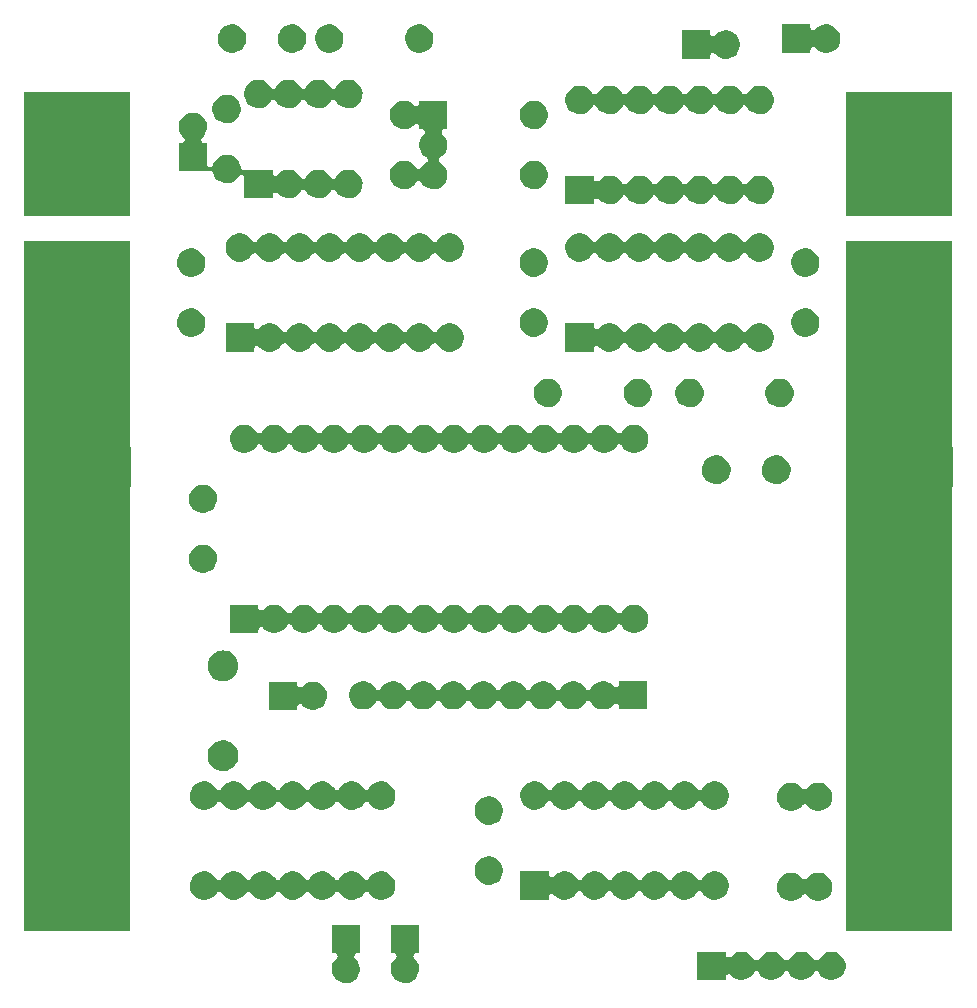
<source format=gbs>
G04 #@! TF.FileFunction,Soldermask,Bot*
%FSLAX46Y46*%
G04 Gerber Fmt 4.6, Leading zero omitted, Abs format (unit mm)*
G04 Created by KiCad (PCBNEW 4.0.5) date 02/22/17 12:47:01*
%MOMM*%
%LPD*%
G01*
G04 APERTURE LIST*
%ADD10C,0.150000*%
G04 APERTURE END LIST*
D10*
G36*
X134798500Y-125928500D02*
X134557556Y-125928500D01*
X134487908Y-125938398D01*
X134423774Y-125967307D01*
X134370234Y-126012939D01*
X134331526Y-126071681D01*
X134310715Y-126138880D01*
X134309450Y-126209217D01*
X134327830Y-126277121D01*
X134380164Y-126354659D01*
X134533274Y-126508841D01*
X134663340Y-126704607D01*
X134752910Y-126921919D01*
X134798219Y-127150749D01*
X134798218Y-127150801D01*
X134798551Y-127152481D01*
X134794803Y-127420939D01*
X134794424Y-127422608D01*
X134794423Y-127422664D01*
X134742742Y-127650140D01*
X134647143Y-127864859D01*
X134511658Y-128056920D01*
X134341448Y-128219009D01*
X134142995Y-128344951D01*
X133923863Y-128429946D01*
X133692392Y-128470761D01*
X133457406Y-128465838D01*
X133227849Y-128415367D01*
X133012463Y-128321267D01*
X132819466Y-128187131D01*
X132656190Y-128018054D01*
X132528865Y-127820486D01*
X132442343Y-127601955D01*
X132399914Y-127370775D01*
X132403196Y-127135754D01*
X132452062Y-126905855D01*
X132544656Y-126689818D01*
X132677445Y-126495884D01*
X132819148Y-126357119D01*
X132861985Y-126301317D01*
X132887580Y-126235790D01*
X132893906Y-126165727D01*
X132880463Y-126096675D01*
X132848315Y-126034103D01*
X132800007Y-125982964D01*
X132739364Y-125947307D01*
X132644233Y-125928500D01*
X132401500Y-125928500D01*
X132401500Y-123531500D01*
X134798500Y-123531500D01*
X134798500Y-125928500D01*
X134798500Y-125928500D01*
G37*
G36*
X139798500Y-125928500D02*
X139557556Y-125928500D01*
X139487908Y-125938398D01*
X139423774Y-125967307D01*
X139370234Y-126012939D01*
X139331526Y-126071681D01*
X139310715Y-126138880D01*
X139309450Y-126209217D01*
X139327830Y-126277121D01*
X139380164Y-126354659D01*
X139533274Y-126508841D01*
X139663340Y-126704607D01*
X139752910Y-126921919D01*
X139798219Y-127150749D01*
X139798218Y-127150801D01*
X139798551Y-127152481D01*
X139794803Y-127420939D01*
X139794424Y-127422608D01*
X139794423Y-127422664D01*
X139742742Y-127650140D01*
X139647143Y-127864859D01*
X139511658Y-128056920D01*
X139341448Y-128219009D01*
X139142995Y-128344951D01*
X138923863Y-128429946D01*
X138692392Y-128470761D01*
X138457406Y-128465838D01*
X138227849Y-128415367D01*
X138012463Y-128321267D01*
X137819466Y-128187131D01*
X137656190Y-128018054D01*
X137528865Y-127820486D01*
X137442343Y-127601955D01*
X137399914Y-127370775D01*
X137403196Y-127135754D01*
X137452062Y-126905855D01*
X137544656Y-126689818D01*
X137677445Y-126495884D01*
X137819148Y-126357119D01*
X137861985Y-126301317D01*
X137887580Y-126235790D01*
X137893906Y-126165727D01*
X137880463Y-126096675D01*
X137848315Y-126034103D01*
X137800007Y-125982964D01*
X137739364Y-125947307D01*
X137644233Y-125928500D01*
X137401500Y-125928500D01*
X137401500Y-123531500D01*
X139798500Y-123531500D01*
X139798500Y-125928500D01*
X139798500Y-125928500D01*
G37*
G36*
X174835883Y-125802287D02*
X175066124Y-125849549D01*
X175282798Y-125940631D01*
X175477655Y-126072063D01*
X175643276Y-126238844D01*
X175773340Y-126434607D01*
X175862910Y-126651919D01*
X175908219Y-126880749D01*
X175908218Y-126880801D01*
X175908551Y-126882481D01*
X175904803Y-127150939D01*
X175904424Y-127152608D01*
X175904423Y-127152664D01*
X175852742Y-127380140D01*
X175757143Y-127594859D01*
X175621658Y-127786920D01*
X175451448Y-127949009D01*
X175252995Y-128074951D01*
X175033863Y-128159946D01*
X174802392Y-128200761D01*
X174567406Y-128195838D01*
X174337849Y-128145367D01*
X174122463Y-128051267D01*
X173929466Y-127917131D01*
X173766189Y-127748053D01*
X173651602Y-127570250D01*
X173605553Y-127517068D01*
X173546511Y-127478820D01*
X173479151Y-127458535D01*
X173408807Y-127457820D01*
X173341048Y-127476730D01*
X173281240Y-127513769D01*
X173234119Y-127566003D01*
X173221765Y-127588306D01*
X173081658Y-127786920D01*
X172911448Y-127949009D01*
X172712995Y-128074951D01*
X172493863Y-128159946D01*
X172262392Y-128200761D01*
X172027406Y-128195838D01*
X171797849Y-128145367D01*
X171582463Y-128051267D01*
X171389466Y-127917131D01*
X171226189Y-127748053D01*
X171111602Y-127570250D01*
X171065553Y-127517068D01*
X171006511Y-127478820D01*
X170939151Y-127458535D01*
X170868807Y-127457820D01*
X170801048Y-127476730D01*
X170741240Y-127513769D01*
X170694119Y-127566003D01*
X170681765Y-127588306D01*
X170541658Y-127786920D01*
X170371448Y-127949009D01*
X170172995Y-128074951D01*
X169953863Y-128159946D01*
X169722392Y-128200761D01*
X169487406Y-128195838D01*
X169257849Y-128145367D01*
X169042463Y-128051267D01*
X168849466Y-127917131D01*
X168686189Y-127748053D01*
X168571602Y-127570250D01*
X168525553Y-127517068D01*
X168466511Y-127478820D01*
X168399151Y-127458535D01*
X168328807Y-127457820D01*
X168261048Y-127476730D01*
X168201240Y-127513769D01*
X168154119Y-127566003D01*
X168141765Y-127588306D01*
X168001658Y-127786920D01*
X167831448Y-127949009D01*
X167632995Y-128074951D01*
X167413863Y-128159946D01*
X167182392Y-128200761D01*
X166947406Y-128195838D01*
X166717849Y-128145367D01*
X166502463Y-128051267D01*
X166309466Y-127917131D01*
X166178335Y-127781341D01*
X166122833Y-127738116D01*
X166057487Y-127712065D01*
X165987470Y-127705249D01*
X165918326Y-127718211D01*
X165855530Y-127749921D01*
X165804055Y-127797871D01*
X165767977Y-127858263D01*
X165748500Y-127955006D01*
X165748500Y-128198500D01*
X163351500Y-128198500D01*
X163351500Y-125801500D01*
X165748500Y-125801500D01*
X165748500Y-126041419D01*
X165758398Y-126111067D01*
X165787307Y-126175201D01*
X165832939Y-126228741D01*
X165891681Y-126267449D01*
X165958880Y-126288260D01*
X166029217Y-126289525D01*
X166097121Y-126271145D01*
X166173415Y-126220038D01*
X166335375Y-126061436D01*
X166532047Y-125932737D01*
X166749972Y-125844689D01*
X166980851Y-125800646D01*
X167215883Y-125802287D01*
X167446124Y-125849549D01*
X167662798Y-125940631D01*
X167857655Y-126072063D01*
X168023276Y-126238844D01*
X168150730Y-126430678D01*
X168197516Y-126483212D01*
X168257087Y-126520632D01*
X168324723Y-126539975D01*
X168395071Y-126539708D01*
X168462559Y-126519854D01*
X168521844Y-126481984D01*
X168565238Y-126433572D01*
X168707444Y-126225885D01*
X168875375Y-126061436D01*
X169072047Y-125932737D01*
X169289972Y-125844689D01*
X169520851Y-125800646D01*
X169755883Y-125802287D01*
X169986124Y-125849549D01*
X170202798Y-125940631D01*
X170397655Y-126072063D01*
X170563276Y-126238844D01*
X170690730Y-126430678D01*
X170737516Y-126483212D01*
X170797087Y-126520632D01*
X170864723Y-126539975D01*
X170935071Y-126539708D01*
X171002559Y-126519854D01*
X171061844Y-126481984D01*
X171105238Y-126433572D01*
X171247444Y-126225885D01*
X171415375Y-126061436D01*
X171612047Y-125932737D01*
X171829972Y-125844689D01*
X172060851Y-125800646D01*
X172295883Y-125802287D01*
X172526124Y-125849549D01*
X172742798Y-125940631D01*
X172937655Y-126072063D01*
X173103276Y-126238844D01*
X173230730Y-126430678D01*
X173277516Y-126483212D01*
X173337087Y-126520632D01*
X173404723Y-126539975D01*
X173475071Y-126539708D01*
X173542559Y-126519854D01*
X173601844Y-126481984D01*
X173645238Y-126433572D01*
X173787444Y-126225885D01*
X173955375Y-126061436D01*
X174152047Y-125932737D01*
X174369972Y-125844689D01*
X174600851Y-125800646D01*
X174835883Y-125802287D01*
X174835883Y-125802287D01*
G37*
G36*
X115360000Y-82990000D02*
X115369898Y-83059648D01*
X115380000Y-83082059D01*
X115380000Y-86396000D01*
X115363159Y-86450380D01*
X115360000Y-86490000D01*
X115360000Y-124040000D01*
X106360000Y-124040000D01*
X106360000Y-85604000D01*
X106376841Y-85549620D01*
X106380000Y-85510000D01*
X106380000Y-83970000D01*
X106370102Y-83900352D01*
X106360000Y-83877941D01*
X106360000Y-65600000D01*
X115360000Y-65600000D01*
X115360000Y-82990000D01*
X115360000Y-82990000D01*
G37*
G36*
X184950000Y-82990000D02*
X184959898Y-83059648D01*
X184970000Y-83082059D01*
X184970000Y-86396000D01*
X184953159Y-86450380D01*
X184950000Y-86490000D01*
X184950000Y-124040000D01*
X175950000Y-124040000D01*
X175950000Y-85604000D01*
X175966841Y-85549620D01*
X175970000Y-85510000D01*
X175970000Y-83970000D01*
X175960102Y-83900352D01*
X175950000Y-83877941D01*
X175950000Y-65600000D01*
X184950000Y-65600000D01*
X184950000Y-82990000D01*
X184950000Y-82990000D01*
G37*
G36*
X173725883Y-119112287D02*
X173956124Y-119159549D01*
X174172798Y-119250631D01*
X174367655Y-119382063D01*
X174533276Y-119548844D01*
X174663340Y-119744607D01*
X174752910Y-119961919D01*
X174798219Y-120190749D01*
X174798218Y-120190801D01*
X174798551Y-120192481D01*
X174794803Y-120460939D01*
X174794424Y-120462608D01*
X174794423Y-120462664D01*
X174742742Y-120690140D01*
X174647143Y-120904859D01*
X174511658Y-121096920D01*
X174341448Y-121259009D01*
X174142995Y-121384951D01*
X173923863Y-121469946D01*
X173692392Y-121510761D01*
X173457406Y-121505838D01*
X173227849Y-121455367D01*
X173012463Y-121361267D01*
X172819466Y-121227131D01*
X172650734Y-121052404D01*
X172611784Y-121007419D01*
X172552742Y-120969171D01*
X172485382Y-120948885D01*
X172415038Y-120948168D01*
X172347279Y-120967078D01*
X172287470Y-121004116D01*
X172243403Y-121051918D01*
X172211656Y-121096922D01*
X172041448Y-121259009D01*
X171842995Y-121384951D01*
X171623863Y-121469946D01*
X171392392Y-121510761D01*
X171157406Y-121505838D01*
X170927849Y-121455367D01*
X170712463Y-121361267D01*
X170519466Y-121227131D01*
X170356190Y-121058054D01*
X170228865Y-120860486D01*
X170142343Y-120641955D01*
X170099914Y-120410775D01*
X170103196Y-120175754D01*
X170152062Y-119945855D01*
X170244656Y-119729818D01*
X170377445Y-119535884D01*
X170545375Y-119371436D01*
X170742047Y-119242737D01*
X170959972Y-119154689D01*
X171190851Y-119110646D01*
X171425883Y-119112287D01*
X171656124Y-119159549D01*
X171872798Y-119250631D01*
X172067655Y-119382063D01*
X172233276Y-119548844D01*
X172242537Y-119562783D01*
X172289323Y-119615317D01*
X172348893Y-119652737D01*
X172416530Y-119672080D01*
X172486878Y-119671813D01*
X172554366Y-119651959D01*
X172613651Y-119614089D01*
X172657045Y-119565677D01*
X172677444Y-119535885D01*
X172845375Y-119371436D01*
X173042047Y-119242737D01*
X173259972Y-119154689D01*
X173490851Y-119110646D01*
X173725883Y-119112287D01*
X173725883Y-119112287D01*
G37*
G36*
X164945883Y-119012287D02*
X165176124Y-119059549D01*
X165392798Y-119150631D01*
X165587655Y-119282063D01*
X165753276Y-119448844D01*
X165883340Y-119644607D01*
X165972910Y-119861919D01*
X166018219Y-120090749D01*
X166018218Y-120090801D01*
X166018551Y-120092481D01*
X166014803Y-120360939D01*
X166014424Y-120362608D01*
X166014423Y-120362664D01*
X165962742Y-120590140D01*
X165867143Y-120804859D01*
X165731658Y-120996920D01*
X165561448Y-121159009D01*
X165362995Y-121284951D01*
X165143863Y-121369946D01*
X164912392Y-121410761D01*
X164677406Y-121405838D01*
X164447849Y-121355367D01*
X164232463Y-121261267D01*
X164039466Y-121127131D01*
X163876189Y-120958053D01*
X163761602Y-120780250D01*
X163715553Y-120727068D01*
X163656511Y-120688820D01*
X163589151Y-120668535D01*
X163518807Y-120667820D01*
X163451048Y-120686730D01*
X163391240Y-120723769D01*
X163344119Y-120776003D01*
X163331765Y-120798306D01*
X163191658Y-120996920D01*
X163021448Y-121159009D01*
X162822995Y-121284951D01*
X162603863Y-121369946D01*
X162372392Y-121410761D01*
X162137406Y-121405838D01*
X161907849Y-121355367D01*
X161692463Y-121261267D01*
X161499466Y-121127131D01*
X161336189Y-120958053D01*
X161221602Y-120780250D01*
X161175553Y-120727068D01*
X161116511Y-120688820D01*
X161049151Y-120668535D01*
X160978807Y-120667820D01*
X160911048Y-120686730D01*
X160851240Y-120723769D01*
X160804119Y-120776003D01*
X160791765Y-120798306D01*
X160651658Y-120996920D01*
X160481448Y-121159009D01*
X160282995Y-121284951D01*
X160063863Y-121369946D01*
X159832392Y-121410761D01*
X159597406Y-121405838D01*
X159367849Y-121355367D01*
X159152463Y-121261267D01*
X158959466Y-121127131D01*
X158796189Y-120958053D01*
X158681602Y-120780250D01*
X158635553Y-120727068D01*
X158576511Y-120688820D01*
X158509151Y-120668535D01*
X158438807Y-120667820D01*
X158371048Y-120686730D01*
X158311240Y-120723769D01*
X158264119Y-120776003D01*
X158251765Y-120798306D01*
X158111658Y-120996920D01*
X157941448Y-121159009D01*
X157742995Y-121284951D01*
X157523863Y-121369946D01*
X157292392Y-121410761D01*
X157057406Y-121405838D01*
X156827849Y-121355367D01*
X156612463Y-121261267D01*
X156419466Y-121127131D01*
X156256189Y-120958053D01*
X156141602Y-120780250D01*
X156095553Y-120727068D01*
X156036511Y-120688820D01*
X155969151Y-120668535D01*
X155898807Y-120667820D01*
X155831048Y-120686730D01*
X155771240Y-120723769D01*
X155724119Y-120776003D01*
X155711765Y-120798306D01*
X155571658Y-120996920D01*
X155401448Y-121159009D01*
X155202995Y-121284951D01*
X154983863Y-121369946D01*
X154752392Y-121410761D01*
X154517406Y-121405838D01*
X154287849Y-121355367D01*
X154072463Y-121261267D01*
X153879466Y-121127131D01*
X153716189Y-120958053D01*
X153601602Y-120780250D01*
X153555553Y-120727068D01*
X153496511Y-120688820D01*
X153429151Y-120668535D01*
X153358807Y-120667820D01*
X153291048Y-120686730D01*
X153231240Y-120723769D01*
X153184119Y-120776003D01*
X153171765Y-120798306D01*
X153031658Y-120996920D01*
X152861448Y-121159009D01*
X152662995Y-121284951D01*
X152443863Y-121369946D01*
X152212392Y-121410761D01*
X151977406Y-121405838D01*
X151747849Y-121355367D01*
X151532463Y-121261267D01*
X151339466Y-121127131D01*
X151208335Y-120991341D01*
X151152833Y-120948116D01*
X151087487Y-120922065D01*
X151017470Y-120915249D01*
X150948326Y-120928211D01*
X150885530Y-120959921D01*
X150834055Y-121007871D01*
X150797977Y-121068263D01*
X150778500Y-121165006D01*
X150778500Y-121408500D01*
X148381500Y-121408500D01*
X148381500Y-119011500D01*
X150778500Y-119011500D01*
X150778500Y-119251419D01*
X150788398Y-119321067D01*
X150817307Y-119385201D01*
X150862939Y-119438741D01*
X150921681Y-119477449D01*
X150988880Y-119498260D01*
X151059217Y-119499525D01*
X151127121Y-119481145D01*
X151203415Y-119430038D01*
X151365375Y-119271436D01*
X151562047Y-119142737D01*
X151779972Y-119054689D01*
X152010851Y-119010646D01*
X152245883Y-119012287D01*
X152476124Y-119059549D01*
X152692798Y-119150631D01*
X152887655Y-119282063D01*
X153053276Y-119448844D01*
X153180730Y-119640678D01*
X153227516Y-119693212D01*
X153287087Y-119730632D01*
X153354723Y-119749975D01*
X153425071Y-119749708D01*
X153492559Y-119729854D01*
X153551844Y-119691984D01*
X153595238Y-119643572D01*
X153737444Y-119435885D01*
X153905375Y-119271436D01*
X154102047Y-119142737D01*
X154319972Y-119054689D01*
X154550851Y-119010646D01*
X154785883Y-119012287D01*
X155016124Y-119059549D01*
X155232798Y-119150631D01*
X155427655Y-119282063D01*
X155593276Y-119448844D01*
X155720730Y-119640678D01*
X155767516Y-119693212D01*
X155827087Y-119730632D01*
X155894723Y-119749975D01*
X155965071Y-119749708D01*
X156032559Y-119729854D01*
X156091844Y-119691984D01*
X156135238Y-119643572D01*
X156277444Y-119435885D01*
X156445375Y-119271436D01*
X156642047Y-119142737D01*
X156859972Y-119054689D01*
X157090851Y-119010646D01*
X157325883Y-119012287D01*
X157556124Y-119059549D01*
X157772798Y-119150631D01*
X157967655Y-119282063D01*
X158133276Y-119448844D01*
X158260730Y-119640678D01*
X158307516Y-119693212D01*
X158367087Y-119730632D01*
X158434723Y-119749975D01*
X158505071Y-119749708D01*
X158572559Y-119729854D01*
X158631844Y-119691984D01*
X158675238Y-119643572D01*
X158817444Y-119435885D01*
X158985375Y-119271436D01*
X159182047Y-119142737D01*
X159399972Y-119054689D01*
X159630851Y-119010646D01*
X159865883Y-119012287D01*
X160096124Y-119059549D01*
X160312798Y-119150631D01*
X160507655Y-119282063D01*
X160673276Y-119448844D01*
X160800730Y-119640678D01*
X160847516Y-119693212D01*
X160907087Y-119730632D01*
X160974723Y-119749975D01*
X161045071Y-119749708D01*
X161112559Y-119729854D01*
X161171844Y-119691984D01*
X161215238Y-119643572D01*
X161357444Y-119435885D01*
X161525375Y-119271436D01*
X161722047Y-119142737D01*
X161939972Y-119054689D01*
X162170851Y-119010646D01*
X162405883Y-119012287D01*
X162636124Y-119059549D01*
X162852798Y-119150631D01*
X163047655Y-119282063D01*
X163213276Y-119448844D01*
X163340730Y-119640678D01*
X163387516Y-119693212D01*
X163447087Y-119730632D01*
X163514723Y-119749975D01*
X163585071Y-119749708D01*
X163652559Y-119729854D01*
X163711844Y-119691984D01*
X163755238Y-119643572D01*
X163897444Y-119435885D01*
X164065375Y-119271436D01*
X164262047Y-119142737D01*
X164479972Y-119054689D01*
X164710851Y-119010646D01*
X164945883Y-119012287D01*
X164945883Y-119012287D01*
G37*
G36*
X136725883Y-119012287D02*
X136956124Y-119059549D01*
X137172798Y-119150631D01*
X137367655Y-119282063D01*
X137533276Y-119448844D01*
X137663340Y-119644607D01*
X137752910Y-119861919D01*
X137798219Y-120090749D01*
X137798218Y-120090801D01*
X137798551Y-120092481D01*
X137794803Y-120360939D01*
X137794424Y-120362608D01*
X137794423Y-120362664D01*
X137742742Y-120590140D01*
X137647143Y-120804859D01*
X137511658Y-120996920D01*
X137341448Y-121159009D01*
X137142995Y-121284951D01*
X136923863Y-121369946D01*
X136692392Y-121410761D01*
X136457406Y-121405838D01*
X136227849Y-121355367D01*
X136012463Y-121261267D01*
X135819466Y-121127131D01*
X135656189Y-120958053D01*
X135562346Y-120812438D01*
X135516297Y-120759256D01*
X135457255Y-120721008D01*
X135389895Y-120700723D01*
X135319551Y-120700008D01*
X135251792Y-120718918D01*
X135191984Y-120755956D01*
X135147919Y-120803758D01*
X135011658Y-120996920D01*
X134841448Y-121159009D01*
X134642995Y-121284951D01*
X134423863Y-121369946D01*
X134192392Y-121410761D01*
X133957406Y-121405838D01*
X133727849Y-121355367D01*
X133512463Y-121261267D01*
X133319466Y-121127131D01*
X133156189Y-120958053D01*
X133062346Y-120812438D01*
X133016297Y-120759256D01*
X132957255Y-120721008D01*
X132889895Y-120700723D01*
X132819551Y-120700008D01*
X132751792Y-120718918D01*
X132691984Y-120755956D01*
X132647919Y-120803758D01*
X132511658Y-120996920D01*
X132341448Y-121159009D01*
X132142995Y-121284951D01*
X131923863Y-121369946D01*
X131692392Y-121410761D01*
X131457406Y-121405838D01*
X131227849Y-121355367D01*
X131012463Y-121261267D01*
X130819466Y-121127131D01*
X130656189Y-120958053D01*
X130562346Y-120812438D01*
X130516297Y-120759256D01*
X130457255Y-120721008D01*
X130389895Y-120700723D01*
X130319551Y-120700008D01*
X130251792Y-120718918D01*
X130191984Y-120755956D01*
X130147919Y-120803758D01*
X130011658Y-120996920D01*
X129841448Y-121159009D01*
X129642995Y-121284951D01*
X129423863Y-121369946D01*
X129192392Y-121410761D01*
X128957406Y-121405838D01*
X128727849Y-121355367D01*
X128512463Y-121261267D01*
X128319466Y-121127131D01*
X128156189Y-120958053D01*
X128062346Y-120812438D01*
X128016297Y-120759256D01*
X127957255Y-120721008D01*
X127889895Y-120700723D01*
X127819551Y-120700008D01*
X127751792Y-120718918D01*
X127691984Y-120755956D01*
X127647919Y-120803758D01*
X127511658Y-120996920D01*
X127341448Y-121159009D01*
X127142995Y-121284951D01*
X126923863Y-121369946D01*
X126692392Y-121410761D01*
X126457406Y-121405838D01*
X126227849Y-121355367D01*
X126012463Y-121261267D01*
X125819466Y-121127131D01*
X125656189Y-120958053D01*
X125562346Y-120812438D01*
X125516297Y-120759256D01*
X125457255Y-120721008D01*
X125389895Y-120700723D01*
X125319551Y-120700008D01*
X125251792Y-120718918D01*
X125191984Y-120755956D01*
X125147919Y-120803758D01*
X125011658Y-120996920D01*
X124841448Y-121159009D01*
X124642995Y-121284951D01*
X124423863Y-121369946D01*
X124192392Y-121410761D01*
X123957406Y-121405838D01*
X123727849Y-121355367D01*
X123512463Y-121261267D01*
X123319466Y-121127131D01*
X123156189Y-120958053D01*
X123062346Y-120812438D01*
X123016297Y-120759256D01*
X122957255Y-120721008D01*
X122889895Y-120700723D01*
X122819551Y-120700008D01*
X122751792Y-120718918D01*
X122691984Y-120755956D01*
X122647919Y-120803758D01*
X122511658Y-120996920D01*
X122341448Y-121159009D01*
X122142995Y-121284951D01*
X121923863Y-121369946D01*
X121692392Y-121410761D01*
X121457406Y-121405838D01*
X121227849Y-121355367D01*
X121012463Y-121261267D01*
X120819466Y-121127131D01*
X120656190Y-120958054D01*
X120528865Y-120760486D01*
X120442343Y-120541955D01*
X120399914Y-120310775D01*
X120403196Y-120075754D01*
X120452062Y-119845855D01*
X120544656Y-119629818D01*
X120677445Y-119435884D01*
X120845375Y-119271436D01*
X121042047Y-119142737D01*
X121259972Y-119054689D01*
X121490851Y-119010646D01*
X121725883Y-119012287D01*
X121956124Y-119059549D01*
X122172798Y-119150631D01*
X122367655Y-119282063D01*
X122533273Y-119448841D01*
X122641030Y-119611029D01*
X122687817Y-119663563D01*
X122747387Y-119700983D01*
X122815024Y-119720326D01*
X122885372Y-119720059D01*
X122952860Y-119700205D01*
X123012145Y-119662335D01*
X123055539Y-119613923D01*
X123177444Y-119435885D01*
X123345375Y-119271436D01*
X123542047Y-119142737D01*
X123759972Y-119054689D01*
X123990851Y-119010646D01*
X124225883Y-119012287D01*
X124456124Y-119059549D01*
X124672798Y-119150631D01*
X124867655Y-119282063D01*
X125033273Y-119448841D01*
X125141030Y-119611029D01*
X125187817Y-119663563D01*
X125247387Y-119700983D01*
X125315024Y-119720326D01*
X125385372Y-119720059D01*
X125452860Y-119700205D01*
X125512145Y-119662335D01*
X125555539Y-119613923D01*
X125677444Y-119435885D01*
X125845375Y-119271436D01*
X126042047Y-119142737D01*
X126259972Y-119054689D01*
X126490851Y-119010646D01*
X126725883Y-119012287D01*
X126956124Y-119059549D01*
X127172798Y-119150631D01*
X127367655Y-119282063D01*
X127533273Y-119448841D01*
X127641030Y-119611029D01*
X127687817Y-119663563D01*
X127747387Y-119700983D01*
X127815024Y-119720326D01*
X127885372Y-119720059D01*
X127952860Y-119700205D01*
X128012145Y-119662335D01*
X128055539Y-119613923D01*
X128177444Y-119435885D01*
X128345375Y-119271436D01*
X128542047Y-119142737D01*
X128759972Y-119054689D01*
X128990851Y-119010646D01*
X129225883Y-119012287D01*
X129456124Y-119059549D01*
X129672798Y-119150631D01*
X129867655Y-119282063D01*
X130033273Y-119448841D01*
X130141030Y-119611029D01*
X130187817Y-119663563D01*
X130247387Y-119700983D01*
X130315024Y-119720326D01*
X130385372Y-119720059D01*
X130452860Y-119700205D01*
X130512145Y-119662335D01*
X130555539Y-119613923D01*
X130677444Y-119435885D01*
X130845375Y-119271436D01*
X131042047Y-119142737D01*
X131259972Y-119054689D01*
X131490851Y-119010646D01*
X131725883Y-119012287D01*
X131956124Y-119059549D01*
X132172798Y-119150631D01*
X132367655Y-119282063D01*
X132533273Y-119448841D01*
X132641030Y-119611029D01*
X132687817Y-119663563D01*
X132747387Y-119700983D01*
X132815024Y-119720326D01*
X132885372Y-119720059D01*
X132952860Y-119700205D01*
X133012145Y-119662335D01*
X133055539Y-119613923D01*
X133177444Y-119435885D01*
X133345375Y-119271436D01*
X133542047Y-119142737D01*
X133759972Y-119054689D01*
X133990851Y-119010646D01*
X134225883Y-119012287D01*
X134456124Y-119059549D01*
X134672798Y-119150631D01*
X134867655Y-119282063D01*
X135033273Y-119448841D01*
X135141030Y-119611029D01*
X135187817Y-119663563D01*
X135247387Y-119700983D01*
X135315024Y-119720326D01*
X135385372Y-119720059D01*
X135452860Y-119700205D01*
X135512145Y-119662335D01*
X135555539Y-119613923D01*
X135677444Y-119435885D01*
X135845375Y-119271436D01*
X136042047Y-119142737D01*
X136259972Y-119054689D01*
X136490851Y-119010646D01*
X136725883Y-119012287D01*
X136725883Y-119012287D01*
G37*
G36*
X145825883Y-117742287D02*
X146056124Y-117789549D01*
X146272798Y-117880631D01*
X146467655Y-118012063D01*
X146633276Y-118178844D01*
X146763340Y-118374607D01*
X146852910Y-118591919D01*
X146898219Y-118820749D01*
X146898218Y-118820801D01*
X146898551Y-118822481D01*
X146894803Y-119090939D01*
X146894424Y-119092608D01*
X146894423Y-119092664D01*
X146842742Y-119320140D01*
X146747143Y-119534859D01*
X146611658Y-119726920D01*
X146441448Y-119889009D01*
X146242995Y-120014951D01*
X146023863Y-120099946D01*
X145792392Y-120140761D01*
X145557406Y-120135838D01*
X145327849Y-120085367D01*
X145112463Y-119991267D01*
X144919466Y-119857131D01*
X144756190Y-119688054D01*
X144628865Y-119490486D01*
X144542343Y-119271955D01*
X144499914Y-119040775D01*
X144503196Y-118805754D01*
X144552062Y-118575855D01*
X144644656Y-118359818D01*
X144777445Y-118165884D01*
X144945375Y-118001436D01*
X145142047Y-117872737D01*
X145359972Y-117784689D01*
X145590851Y-117740646D01*
X145825883Y-117742287D01*
X145825883Y-117742287D01*
G37*
G36*
X145825883Y-112662287D02*
X146056124Y-112709549D01*
X146272798Y-112800631D01*
X146467655Y-112932063D01*
X146633276Y-113098844D01*
X146763340Y-113294607D01*
X146852910Y-113511919D01*
X146898219Y-113740749D01*
X146898218Y-113740801D01*
X146898551Y-113742481D01*
X146894803Y-114010939D01*
X146894424Y-114012608D01*
X146894423Y-114012664D01*
X146842742Y-114240140D01*
X146747143Y-114454859D01*
X146611658Y-114646920D01*
X146441448Y-114809009D01*
X146242995Y-114934951D01*
X146023863Y-115019946D01*
X145792392Y-115060761D01*
X145557406Y-115055838D01*
X145327849Y-115005367D01*
X145112463Y-114911267D01*
X144919466Y-114777131D01*
X144756190Y-114608054D01*
X144628865Y-114410486D01*
X144542343Y-114191955D01*
X144499914Y-113960775D01*
X144503196Y-113725754D01*
X144552062Y-113495855D01*
X144644656Y-113279818D01*
X144777445Y-113085884D01*
X144945375Y-112921436D01*
X145142047Y-112792737D01*
X145359972Y-112704689D01*
X145590851Y-112660646D01*
X145825883Y-112662287D01*
X145825883Y-112662287D01*
G37*
G36*
X173725883Y-111492287D02*
X173956124Y-111539549D01*
X174172798Y-111630631D01*
X174367655Y-111762063D01*
X174533276Y-111928844D01*
X174663340Y-112124607D01*
X174752910Y-112341919D01*
X174798219Y-112570749D01*
X174798218Y-112570801D01*
X174798551Y-112572481D01*
X174794803Y-112840939D01*
X174794424Y-112842608D01*
X174794423Y-112842664D01*
X174742742Y-113070140D01*
X174647143Y-113284859D01*
X174511658Y-113476920D01*
X174341448Y-113639009D01*
X174142995Y-113764951D01*
X173923863Y-113849946D01*
X173692392Y-113890761D01*
X173457406Y-113885838D01*
X173227849Y-113835367D01*
X173012463Y-113741267D01*
X172819466Y-113607131D01*
X172650734Y-113432404D01*
X172611784Y-113387419D01*
X172552742Y-113349171D01*
X172485382Y-113328885D01*
X172415038Y-113328168D01*
X172347279Y-113347078D01*
X172287470Y-113384116D01*
X172243403Y-113431918D01*
X172211656Y-113476922D01*
X172041448Y-113639009D01*
X171842995Y-113764951D01*
X171623863Y-113849946D01*
X171392392Y-113890761D01*
X171157406Y-113885838D01*
X170927849Y-113835367D01*
X170712463Y-113741267D01*
X170519466Y-113607131D01*
X170356190Y-113438054D01*
X170228865Y-113240486D01*
X170142343Y-113021955D01*
X170099914Y-112790775D01*
X170103196Y-112555754D01*
X170152062Y-112325855D01*
X170244656Y-112109818D01*
X170377445Y-111915884D01*
X170545375Y-111751436D01*
X170742047Y-111622737D01*
X170959972Y-111534689D01*
X171190851Y-111490646D01*
X171425883Y-111492287D01*
X171656124Y-111539549D01*
X171872798Y-111630631D01*
X172067655Y-111762063D01*
X172233276Y-111928844D01*
X172242537Y-111942783D01*
X172289323Y-111995317D01*
X172348893Y-112032737D01*
X172416530Y-112052080D01*
X172486878Y-112051813D01*
X172554366Y-112031959D01*
X172613651Y-111994089D01*
X172657045Y-111945677D01*
X172677444Y-111915885D01*
X172845375Y-111751436D01*
X173042047Y-111622737D01*
X173259972Y-111534689D01*
X173490851Y-111490646D01*
X173725883Y-111492287D01*
X173725883Y-111492287D01*
G37*
G36*
X164945883Y-111392287D02*
X165176124Y-111439549D01*
X165392798Y-111530631D01*
X165587655Y-111662063D01*
X165753276Y-111828844D01*
X165883340Y-112024607D01*
X165972910Y-112241919D01*
X166018219Y-112470749D01*
X166018218Y-112470801D01*
X166018551Y-112472481D01*
X166014803Y-112740939D01*
X166014424Y-112742608D01*
X166014423Y-112742664D01*
X165962742Y-112970140D01*
X165867143Y-113184859D01*
X165731658Y-113376920D01*
X165561448Y-113539009D01*
X165362995Y-113664951D01*
X165143863Y-113749946D01*
X164912392Y-113790761D01*
X164677406Y-113785838D01*
X164447849Y-113735367D01*
X164232463Y-113641267D01*
X164039466Y-113507131D01*
X163876189Y-113338053D01*
X163761602Y-113160250D01*
X163715553Y-113107068D01*
X163656511Y-113068820D01*
X163589151Y-113048535D01*
X163518807Y-113047820D01*
X163451048Y-113066730D01*
X163391240Y-113103769D01*
X163344119Y-113156003D01*
X163331765Y-113178306D01*
X163191658Y-113376920D01*
X163021448Y-113539009D01*
X162822995Y-113664951D01*
X162603863Y-113749946D01*
X162372392Y-113790761D01*
X162137406Y-113785838D01*
X161907849Y-113735367D01*
X161692463Y-113641267D01*
X161499466Y-113507131D01*
X161336189Y-113338053D01*
X161221602Y-113160250D01*
X161175553Y-113107068D01*
X161116511Y-113068820D01*
X161049151Y-113048535D01*
X160978807Y-113047820D01*
X160911048Y-113066730D01*
X160851240Y-113103769D01*
X160804119Y-113156003D01*
X160791765Y-113178306D01*
X160651658Y-113376920D01*
X160481448Y-113539009D01*
X160282995Y-113664951D01*
X160063863Y-113749946D01*
X159832392Y-113790761D01*
X159597406Y-113785838D01*
X159367849Y-113735367D01*
X159152463Y-113641267D01*
X158959466Y-113507131D01*
X158796189Y-113338053D01*
X158681602Y-113160250D01*
X158635553Y-113107068D01*
X158576511Y-113068820D01*
X158509151Y-113048535D01*
X158438807Y-113047820D01*
X158371048Y-113066730D01*
X158311240Y-113103769D01*
X158264119Y-113156003D01*
X158251765Y-113178306D01*
X158111658Y-113376920D01*
X157941448Y-113539009D01*
X157742995Y-113664951D01*
X157523863Y-113749946D01*
X157292392Y-113790761D01*
X157057406Y-113785838D01*
X156827849Y-113735367D01*
X156612463Y-113641267D01*
X156419466Y-113507131D01*
X156256189Y-113338053D01*
X156141602Y-113160250D01*
X156095553Y-113107068D01*
X156036511Y-113068820D01*
X155969151Y-113048535D01*
X155898807Y-113047820D01*
X155831048Y-113066730D01*
X155771240Y-113103769D01*
X155724119Y-113156003D01*
X155711765Y-113178306D01*
X155571658Y-113376920D01*
X155401448Y-113539009D01*
X155202995Y-113664951D01*
X154983863Y-113749946D01*
X154752392Y-113790761D01*
X154517406Y-113785838D01*
X154287849Y-113735367D01*
X154072463Y-113641267D01*
X153879466Y-113507131D01*
X153716189Y-113338053D01*
X153601602Y-113160250D01*
X153555553Y-113107068D01*
X153496511Y-113068820D01*
X153429151Y-113048535D01*
X153358807Y-113047820D01*
X153291048Y-113066730D01*
X153231240Y-113103769D01*
X153184119Y-113156003D01*
X153171765Y-113178306D01*
X153031658Y-113376920D01*
X152861448Y-113539009D01*
X152662995Y-113664951D01*
X152443863Y-113749946D01*
X152212392Y-113790761D01*
X151977406Y-113785838D01*
X151747849Y-113735367D01*
X151532463Y-113641267D01*
X151339466Y-113507131D01*
X151176189Y-113338053D01*
X151061602Y-113160250D01*
X151015553Y-113107068D01*
X150956511Y-113068820D01*
X150889151Y-113048535D01*
X150818807Y-113047820D01*
X150751048Y-113066730D01*
X150691240Y-113103769D01*
X150644119Y-113156003D01*
X150631765Y-113178306D01*
X150491658Y-113376920D01*
X150321448Y-113539009D01*
X150122995Y-113664951D01*
X149903863Y-113749946D01*
X149672392Y-113790761D01*
X149437406Y-113785838D01*
X149207849Y-113735367D01*
X148992463Y-113641267D01*
X148799466Y-113507131D01*
X148636190Y-113338054D01*
X148508865Y-113140486D01*
X148422343Y-112921955D01*
X148379914Y-112690775D01*
X148383196Y-112455754D01*
X148432062Y-112225855D01*
X148524656Y-112009818D01*
X148657445Y-111815884D01*
X148825375Y-111651436D01*
X149022047Y-111522737D01*
X149239972Y-111434689D01*
X149470851Y-111390646D01*
X149705883Y-111392287D01*
X149936124Y-111439549D01*
X150152798Y-111530631D01*
X150347655Y-111662063D01*
X150513276Y-111828844D01*
X150640730Y-112020678D01*
X150687516Y-112073212D01*
X150747087Y-112110632D01*
X150814723Y-112129975D01*
X150885071Y-112129708D01*
X150952559Y-112109854D01*
X151011844Y-112071984D01*
X151055238Y-112023572D01*
X151197444Y-111815885D01*
X151365375Y-111651436D01*
X151562047Y-111522737D01*
X151779972Y-111434689D01*
X152010851Y-111390646D01*
X152245883Y-111392287D01*
X152476124Y-111439549D01*
X152692798Y-111530631D01*
X152887655Y-111662063D01*
X153053276Y-111828844D01*
X153180730Y-112020678D01*
X153227516Y-112073212D01*
X153287087Y-112110632D01*
X153354723Y-112129975D01*
X153425071Y-112129708D01*
X153492559Y-112109854D01*
X153551844Y-112071984D01*
X153595238Y-112023572D01*
X153737444Y-111815885D01*
X153905375Y-111651436D01*
X154102047Y-111522737D01*
X154319972Y-111434689D01*
X154550851Y-111390646D01*
X154785883Y-111392287D01*
X155016124Y-111439549D01*
X155232798Y-111530631D01*
X155427655Y-111662063D01*
X155593276Y-111828844D01*
X155720730Y-112020678D01*
X155767516Y-112073212D01*
X155827087Y-112110632D01*
X155894723Y-112129975D01*
X155965071Y-112129708D01*
X156032559Y-112109854D01*
X156091844Y-112071984D01*
X156135238Y-112023572D01*
X156277444Y-111815885D01*
X156445375Y-111651436D01*
X156642047Y-111522737D01*
X156859972Y-111434689D01*
X157090851Y-111390646D01*
X157325883Y-111392287D01*
X157556124Y-111439549D01*
X157772798Y-111530631D01*
X157967655Y-111662063D01*
X158133276Y-111828844D01*
X158260730Y-112020678D01*
X158307516Y-112073212D01*
X158367087Y-112110632D01*
X158434723Y-112129975D01*
X158505071Y-112129708D01*
X158572559Y-112109854D01*
X158631844Y-112071984D01*
X158675238Y-112023572D01*
X158817444Y-111815885D01*
X158985375Y-111651436D01*
X159182047Y-111522737D01*
X159399972Y-111434689D01*
X159630851Y-111390646D01*
X159865883Y-111392287D01*
X160096124Y-111439549D01*
X160312798Y-111530631D01*
X160507655Y-111662063D01*
X160673276Y-111828844D01*
X160800730Y-112020678D01*
X160847516Y-112073212D01*
X160907087Y-112110632D01*
X160974723Y-112129975D01*
X161045071Y-112129708D01*
X161112559Y-112109854D01*
X161171844Y-112071984D01*
X161215238Y-112023572D01*
X161357444Y-111815885D01*
X161525375Y-111651436D01*
X161722047Y-111522737D01*
X161939972Y-111434689D01*
X162170851Y-111390646D01*
X162405883Y-111392287D01*
X162636124Y-111439549D01*
X162852798Y-111530631D01*
X163047655Y-111662063D01*
X163213276Y-111828844D01*
X163340730Y-112020678D01*
X163387516Y-112073212D01*
X163447087Y-112110632D01*
X163514723Y-112129975D01*
X163585071Y-112129708D01*
X163652559Y-112109854D01*
X163711844Y-112071984D01*
X163755238Y-112023572D01*
X163897444Y-111815885D01*
X164065375Y-111651436D01*
X164262047Y-111522737D01*
X164479972Y-111434689D01*
X164710851Y-111390646D01*
X164945883Y-111392287D01*
X164945883Y-111392287D01*
G37*
G36*
X136725883Y-111392287D02*
X136956124Y-111439549D01*
X137172798Y-111530631D01*
X137367655Y-111662063D01*
X137533276Y-111828844D01*
X137663340Y-112024607D01*
X137752910Y-112241919D01*
X137798219Y-112470749D01*
X137798218Y-112470801D01*
X137798551Y-112472481D01*
X137794803Y-112740939D01*
X137794424Y-112742608D01*
X137794423Y-112742664D01*
X137742742Y-112970140D01*
X137647143Y-113184859D01*
X137511658Y-113376920D01*
X137341448Y-113539009D01*
X137142995Y-113664951D01*
X136923863Y-113749946D01*
X136692392Y-113790761D01*
X136457406Y-113785838D01*
X136227849Y-113735367D01*
X136012463Y-113641267D01*
X135819466Y-113507131D01*
X135656189Y-113338053D01*
X135562346Y-113192438D01*
X135516297Y-113139256D01*
X135457255Y-113101008D01*
X135389895Y-113080723D01*
X135319551Y-113080008D01*
X135251792Y-113098918D01*
X135191984Y-113135956D01*
X135147919Y-113183758D01*
X135011658Y-113376920D01*
X134841448Y-113539009D01*
X134642995Y-113664951D01*
X134423863Y-113749946D01*
X134192392Y-113790761D01*
X133957406Y-113785838D01*
X133727849Y-113735367D01*
X133512463Y-113641267D01*
X133319466Y-113507131D01*
X133156189Y-113338053D01*
X133062346Y-113192438D01*
X133016297Y-113139256D01*
X132957255Y-113101008D01*
X132889895Y-113080723D01*
X132819551Y-113080008D01*
X132751792Y-113098918D01*
X132691984Y-113135956D01*
X132647919Y-113183758D01*
X132511658Y-113376920D01*
X132341448Y-113539009D01*
X132142995Y-113664951D01*
X131923863Y-113749946D01*
X131692392Y-113790761D01*
X131457406Y-113785838D01*
X131227849Y-113735367D01*
X131012463Y-113641267D01*
X130819466Y-113507131D01*
X130656189Y-113338053D01*
X130562346Y-113192438D01*
X130516297Y-113139256D01*
X130457255Y-113101008D01*
X130389895Y-113080723D01*
X130319551Y-113080008D01*
X130251792Y-113098918D01*
X130191984Y-113135956D01*
X130147919Y-113183758D01*
X130011658Y-113376920D01*
X129841448Y-113539009D01*
X129642995Y-113664951D01*
X129423863Y-113749946D01*
X129192392Y-113790761D01*
X128957406Y-113785838D01*
X128727849Y-113735367D01*
X128512463Y-113641267D01*
X128319466Y-113507131D01*
X128156189Y-113338053D01*
X128062346Y-113192438D01*
X128016297Y-113139256D01*
X127957255Y-113101008D01*
X127889895Y-113080723D01*
X127819551Y-113080008D01*
X127751792Y-113098918D01*
X127691984Y-113135956D01*
X127647919Y-113183758D01*
X127511658Y-113376920D01*
X127341448Y-113539009D01*
X127142995Y-113664951D01*
X126923863Y-113749946D01*
X126692392Y-113790761D01*
X126457406Y-113785838D01*
X126227849Y-113735367D01*
X126012463Y-113641267D01*
X125819466Y-113507131D01*
X125656189Y-113338053D01*
X125562346Y-113192438D01*
X125516297Y-113139256D01*
X125457255Y-113101008D01*
X125389895Y-113080723D01*
X125319551Y-113080008D01*
X125251792Y-113098918D01*
X125191984Y-113135956D01*
X125147919Y-113183758D01*
X125011658Y-113376920D01*
X124841448Y-113539009D01*
X124642995Y-113664951D01*
X124423863Y-113749946D01*
X124192392Y-113790761D01*
X123957406Y-113785838D01*
X123727849Y-113735367D01*
X123512463Y-113641267D01*
X123319466Y-113507131D01*
X123156189Y-113338053D01*
X123062346Y-113192438D01*
X123016297Y-113139256D01*
X122957255Y-113101008D01*
X122889895Y-113080723D01*
X122819551Y-113080008D01*
X122751792Y-113098918D01*
X122691984Y-113135956D01*
X122647919Y-113183758D01*
X122511658Y-113376920D01*
X122341448Y-113539009D01*
X122142995Y-113664951D01*
X121923863Y-113749946D01*
X121692392Y-113790761D01*
X121457406Y-113785838D01*
X121227849Y-113735367D01*
X121012463Y-113641267D01*
X120819466Y-113507131D01*
X120656190Y-113338054D01*
X120528865Y-113140486D01*
X120442343Y-112921955D01*
X120399914Y-112690775D01*
X120403196Y-112455754D01*
X120452062Y-112225855D01*
X120544656Y-112009818D01*
X120677445Y-111815884D01*
X120845375Y-111651436D01*
X121042047Y-111522737D01*
X121259972Y-111434689D01*
X121490851Y-111390646D01*
X121725883Y-111392287D01*
X121956124Y-111439549D01*
X122172798Y-111530631D01*
X122367655Y-111662063D01*
X122533273Y-111828841D01*
X122641030Y-111991029D01*
X122687817Y-112043563D01*
X122747387Y-112080983D01*
X122815024Y-112100326D01*
X122885372Y-112100059D01*
X122952860Y-112080205D01*
X123012145Y-112042335D01*
X123055539Y-111993923D01*
X123177444Y-111815885D01*
X123345375Y-111651436D01*
X123542047Y-111522737D01*
X123759972Y-111434689D01*
X123990851Y-111390646D01*
X124225883Y-111392287D01*
X124456124Y-111439549D01*
X124672798Y-111530631D01*
X124867655Y-111662063D01*
X125033273Y-111828841D01*
X125141030Y-111991029D01*
X125187817Y-112043563D01*
X125247387Y-112080983D01*
X125315024Y-112100326D01*
X125385372Y-112100059D01*
X125452860Y-112080205D01*
X125512145Y-112042335D01*
X125555539Y-111993923D01*
X125677444Y-111815885D01*
X125845375Y-111651436D01*
X126042047Y-111522737D01*
X126259972Y-111434689D01*
X126490851Y-111390646D01*
X126725883Y-111392287D01*
X126956124Y-111439549D01*
X127172798Y-111530631D01*
X127367655Y-111662063D01*
X127533273Y-111828841D01*
X127641030Y-111991029D01*
X127687817Y-112043563D01*
X127747387Y-112080983D01*
X127815024Y-112100326D01*
X127885372Y-112100059D01*
X127952860Y-112080205D01*
X128012145Y-112042335D01*
X128055539Y-111993923D01*
X128177444Y-111815885D01*
X128345375Y-111651436D01*
X128542047Y-111522737D01*
X128759972Y-111434689D01*
X128990851Y-111390646D01*
X129225883Y-111392287D01*
X129456124Y-111439549D01*
X129672798Y-111530631D01*
X129867655Y-111662063D01*
X130033273Y-111828841D01*
X130141030Y-111991029D01*
X130187817Y-112043563D01*
X130247387Y-112080983D01*
X130315024Y-112100326D01*
X130385372Y-112100059D01*
X130452860Y-112080205D01*
X130512145Y-112042335D01*
X130555539Y-111993923D01*
X130677444Y-111815885D01*
X130845375Y-111651436D01*
X131042047Y-111522737D01*
X131259972Y-111434689D01*
X131490851Y-111390646D01*
X131725883Y-111392287D01*
X131956124Y-111439549D01*
X132172798Y-111530631D01*
X132367655Y-111662063D01*
X132533273Y-111828841D01*
X132641030Y-111991029D01*
X132687817Y-112043563D01*
X132747387Y-112080983D01*
X132815024Y-112100326D01*
X132885372Y-112100059D01*
X132952860Y-112080205D01*
X133012145Y-112042335D01*
X133055539Y-111993923D01*
X133177444Y-111815885D01*
X133345375Y-111651436D01*
X133542047Y-111522737D01*
X133759972Y-111434689D01*
X133990851Y-111390646D01*
X134225883Y-111392287D01*
X134456124Y-111439549D01*
X134672798Y-111530631D01*
X134867655Y-111662063D01*
X135033273Y-111828841D01*
X135141030Y-111991029D01*
X135187817Y-112043563D01*
X135247387Y-112080983D01*
X135315024Y-112100326D01*
X135385372Y-112100059D01*
X135452860Y-112080205D01*
X135512145Y-112042335D01*
X135555539Y-111993923D01*
X135677444Y-111815885D01*
X135845375Y-111651436D01*
X136042047Y-111522737D01*
X136259972Y-111434689D01*
X136490851Y-111390646D01*
X136725883Y-111392287D01*
X136725883Y-111392287D01*
G37*
G36*
X123326544Y-107920855D02*
X123576286Y-107972120D01*
X123811308Y-108070913D01*
X124022669Y-108213479D01*
X124202311Y-108394379D01*
X124343394Y-108606727D01*
X124440547Y-108842437D01*
X124489724Y-109090798D01*
X124489723Y-109090848D01*
X124490056Y-109092528D01*
X124485990Y-109383722D01*
X124485611Y-109385391D01*
X124485610Y-109385445D01*
X124429517Y-109632333D01*
X124325823Y-109865235D01*
X124178864Y-110073564D01*
X123994238Y-110249381D01*
X123778985Y-110385984D01*
X123541289Y-110478181D01*
X123290217Y-110522452D01*
X123035330Y-110517112D01*
X122786329Y-110462366D01*
X122552712Y-110360301D01*
X122343360Y-110214798D01*
X122166260Y-110031406D01*
X122028154Y-109817106D01*
X121934303Y-109580067D01*
X121888280Y-109329309D01*
X121891840Y-109074388D01*
X121944847Y-108825012D01*
X122045280Y-108590684D01*
X122189315Y-108380326D01*
X122371467Y-108201950D01*
X122584795Y-108062352D01*
X122821177Y-107966847D01*
X123071607Y-107919075D01*
X123326544Y-107920855D01*
X123326544Y-107920855D01*
G37*
G36*
X130935883Y-102942287D02*
X131166124Y-102989549D01*
X131382798Y-103080631D01*
X131577655Y-103212063D01*
X131743276Y-103378844D01*
X131873340Y-103574607D01*
X131962910Y-103791919D01*
X132008219Y-104020749D01*
X132008218Y-104020801D01*
X132008551Y-104022481D01*
X132004803Y-104290939D01*
X132004424Y-104292608D01*
X132004423Y-104292664D01*
X131952742Y-104520140D01*
X131857143Y-104734859D01*
X131721658Y-104926920D01*
X131551448Y-105089009D01*
X131352995Y-105214951D01*
X131133863Y-105299946D01*
X130902392Y-105340761D01*
X130667406Y-105335838D01*
X130437849Y-105285367D01*
X130222463Y-105191267D01*
X130029466Y-105057131D01*
X129898335Y-104921341D01*
X129842833Y-104878116D01*
X129777487Y-104852065D01*
X129707470Y-104845249D01*
X129638326Y-104858211D01*
X129575530Y-104889921D01*
X129524055Y-104937871D01*
X129487977Y-104998263D01*
X129468500Y-105095006D01*
X129468500Y-105338500D01*
X127071500Y-105338500D01*
X127071500Y-102941500D01*
X129468500Y-102941500D01*
X129468500Y-103181419D01*
X129478398Y-103251067D01*
X129507307Y-103315201D01*
X129552939Y-103368741D01*
X129611681Y-103407449D01*
X129678880Y-103428260D01*
X129749217Y-103429525D01*
X129817121Y-103411145D01*
X129893415Y-103360038D01*
X130055375Y-103201436D01*
X130252047Y-103072737D01*
X130469972Y-102984689D01*
X130700851Y-102940646D01*
X130935883Y-102942287D01*
X130935883Y-102942287D01*
G37*
G36*
X155515883Y-102902287D02*
X155746124Y-102949549D01*
X155962798Y-103040631D01*
X156157655Y-103172063D01*
X156304107Y-103319541D01*
X156360207Y-103361987D01*
X156425911Y-103387123D01*
X156496017Y-103392960D01*
X156564973Y-103379035D01*
X156627319Y-103346450D01*
X156678120Y-103297786D01*
X156713351Y-103236897D01*
X156731500Y-103143382D01*
X156731500Y-102901500D01*
X159128500Y-102901500D01*
X159128500Y-105298500D01*
X156731500Y-105298500D01*
X156731500Y-105060881D01*
X156721602Y-104991233D01*
X156692693Y-104927099D01*
X156647061Y-104873559D01*
X156588319Y-104834851D01*
X156521120Y-104814040D01*
X156450783Y-104812775D01*
X156382879Y-104831155D01*
X156309095Y-104879838D01*
X156131448Y-105049009D01*
X155932995Y-105174951D01*
X155713863Y-105259946D01*
X155482392Y-105300761D01*
X155247406Y-105295838D01*
X155017849Y-105245367D01*
X154802463Y-105151267D01*
X154609466Y-105017131D01*
X154446189Y-104848053D01*
X154331602Y-104670250D01*
X154285553Y-104617068D01*
X154226511Y-104578820D01*
X154159151Y-104558535D01*
X154088807Y-104557820D01*
X154021048Y-104576730D01*
X153961240Y-104613769D01*
X153914119Y-104666003D01*
X153901765Y-104688306D01*
X153761658Y-104886920D01*
X153591448Y-105049009D01*
X153392995Y-105174951D01*
X153173863Y-105259946D01*
X152942392Y-105300761D01*
X152707406Y-105295838D01*
X152477849Y-105245367D01*
X152262463Y-105151267D01*
X152069466Y-105017131D01*
X151906189Y-104848053D01*
X151791602Y-104670250D01*
X151745553Y-104617068D01*
X151686511Y-104578820D01*
X151619151Y-104558535D01*
X151548807Y-104557820D01*
X151481048Y-104576730D01*
X151421240Y-104613769D01*
X151374119Y-104666003D01*
X151361765Y-104688306D01*
X151221658Y-104886920D01*
X151051448Y-105049009D01*
X150852995Y-105174951D01*
X150633863Y-105259946D01*
X150402392Y-105300761D01*
X150167406Y-105295838D01*
X149937849Y-105245367D01*
X149722463Y-105151267D01*
X149529466Y-105017131D01*
X149366189Y-104848053D01*
X149251602Y-104670250D01*
X149205553Y-104617068D01*
X149146511Y-104578820D01*
X149079151Y-104558535D01*
X149008807Y-104557820D01*
X148941048Y-104576730D01*
X148881240Y-104613769D01*
X148834119Y-104666003D01*
X148821765Y-104688306D01*
X148681658Y-104886920D01*
X148511448Y-105049009D01*
X148312995Y-105174951D01*
X148093863Y-105259946D01*
X147862392Y-105300761D01*
X147627406Y-105295838D01*
X147397849Y-105245367D01*
X147182463Y-105151267D01*
X146989466Y-105017131D01*
X146826189Y-104848053D01*
X146711602Y-104670250D01*
X146665553Y-104617068D01*
X146606511Y-104578820D01*
X146539151Y-104558535D01*
X146468807Y-104557820D01*
X146401048Y-104576730D01*
X146341240Y-104613769D01*
X146294119Y-104666003D01*
X146281765Y-104688306D01*
X146141658Y-104886920D01*
X145971448Y-105049009D01*
X145772995Y-105174951D01*
X145553863Y-105259946D01*
X145322392Y-105300761D01*
X145087406Y-105295838D01*
X144857849Y-105245367D01*
X144642463Y-105151267D01*
X144449466Y-105017131D01*
X144286189Y-104848053D01*
X144171602Y-104670250D01*
X144125553Y-104617068D01*
X144066511Y-104578820D01*
X143999151Y-104558535D01*
X143928807Y-104557820D01*
X143861048Y-104576730D01*
X143801240Y-104613769D01*
X143754119Y-104666003D01*
X143741765Y-104688306D01*
X143601658Y-104886920D01*
X143431448Y-105049009D01*
X143232995Y-105174951D01*
X143013863Y-105259946D01*
X142782392Y-105300761D01*
X142547406Y-105295838D01*
X142317849Y-105245367D01*
X142102463Y-105151267D01*
X141909466Y-105017131D01*
X141746189Y-104848053D01*
X141631602Y-104670250D01*
X141585553Y-104617068D01*
X141526511Y-104578820D01*
X141459151Y-104558535D01*
X141388807Y-104557820D01*
X141321048Y-104576730D01*
X141261240Y-104613769D01*
X141214119Y-104666003D01*
X141201765Y-104688306D01*
X141061658Y-104886920D01*
X140891448Y-105049009D01*
X140692995Y-105174951D01*
X140473863Y-105259946D01*
X140242392Y-105300761D01*
X140007406Y-105295838D01*
X139777849Y-105245367D01*
X139562463Y-105151267D01*
X139369466Y-105017131D01*
X139206189Y-104848053D01*
X139091602Y-104670250D01*
X139045553Y-104617068D01*
X138986511Y-104578820D01*
X138919151Y-104558535D01*
X138848807Y-104557820D01*
X138781048Y-104576730D01*
X138721240Y-104613769D01*
X138674119Y-104666003D01*
X138661765Y-104688306D01*
X138521658Y-104886920D01*
X138351448Y-105049009D01*
X138152995Y-105174951D01*
X137933863Y-105259946D01*
X137702392Y-105300761D01*
X137467406Y-105295838D01*
X137237849Y-105245367D01*
X137022463Y-105151267D01*
X136829466Y-105017131D01*
X136666189Y-104848053D01*
X136551602Y-104670250D01*
X136505553Y-104617068D01*
X136446511Y-104578820D01*
X136379151Y-104558535D01*
X136308807Y-104557820D01*
X136241048Y-104576730D01*
X136181240Y-104613769D01*
X136134119Y-104666003D01*
X136121765Y-104688306D01*
X135981658Y-104886920D01*
X135811448Y-105049009D01*
X135612995Y-105174951D01*
X135393863Y-105259946D01*
X135162392Y-105300761D01*
X134927406Y-105295838D01*
X134697849Y-105245367D01*
X134482463Y-105151267D01*
X134289466Y-105017131D01*
X134126190Y-104848054D01*
X133998865Y-104650486D01*
X133912343Y-104431955D01*
X133869914Y-104200775D01*
X133873196Y-103965754D01*
X133922062Y-103735855D01*
X134014656Y-103519818D01*
X134147445Y-103325884D01*
X134315375Y-103161436D01*
X134512047Y-103032737D01*
X134729972Y-102944689D01*
X134960851Y-102900646D01*
X135195883Y-102902287D01*
X135426124Y-102949549D01*
X135642798Y-103040631D01*
X135837655Y-103172063D01*
X136003276Y-103338844D01*
X136130730Y-103530678D01*
X136177516Y-103583212D01*
X136237087Y-103620632D01*
X136304723Y-103639975D01*
X136375071Y-103639708D01*
X136442559Y-103619854D01*
X136501844Y-103581984D01*
X136545238Y-103533572D01*
X136687444Y-103325885D01*
X136855375Y-103161436D01*
X137052047Y-103032737D01*
X137269972Y-102944689D01*
X137500851Y-102900646D01*
X137735883Y-102902287D01*
X137966124Y-102949549D01*
X138182798Y-103040631D01*
X138377655Y-103172063D01*
X138543276Y-103338844D01*
X138670730Y-103530678D01*
X138717516Y-103583212D01*
X138777087Y-103620632D01*
X138844723Y-103639975D01*
X138915071Y-103639708D01*
X138982559Y-103619854D01*
X139041844Y-103581984D01*
X139085238Y-103533572D01*
X139227444Y-103325885D01*
X139395375Y-103161436D01*
X139592047Y-103032737D01*
X139809972Y-102944689D01*
X140040851Y-102900646D01*
X140275883Y-102902287D01*
X140506124Y-102949549D01*
X140722798Y-103040631D01*
X140917655Y-103172063D01*
X141083276Y-103338844D01*
X141210730Y-103530678D01*
X141257516Y-103583212D01*
X141317087Y-103620632D01*
X141384723Y-103639975D01*
X141455071Y-103639708D01*
X141522559Y-103619854D01*
X141581844Y-103581984D01*
X141625238Y-103533572D01*
X141767444Y-103325885D01*
X141935375Y-103161436D01*
X142132047Y-103032737D01*
X142349972Y-102944689D01*
X142580851Y-102900646D01*
X142815883Y-102902287D01*
X143046124Y-102949549D01*
X143262798Y-103040631D01*
X143457655Y-103172063D01*
X143623276Y-103338844D01*
X143750730Y-103530678D01*
X143797516Y-103583212D01*
X143857087Y-103620632D01*
X143924723Y-103639975D01*
X143995071Y-103639708D01*
X144062559Y-103619854D01*
X144121844Y-103581984D01*
X144165238Y-103533572D01*
X144307444Y-103325885D01*
X144475375Y-103161436D01*
X144672047Y-103032737D01*
X144889972Y-102944689D01*
X145120851Y-102900646D01*
X145355883Y-102902287D01*
X145586124Y-102949549D01*
X145802798Y-103040631D01*
X145997655Y-103172063D01*
X146163276Y-103338844D01*
X146290730Y-103530678D01*
X146337516Y-103583212D01*
X146397087Y-103620632D01*
X146464723Y-103639975D01*
X146535071Y-103639708D01*
X146602559Y-103619854D01*
X146661844Y-103581984D01*
X146705238Y-103533572D01*
X146847444Y-103325885D01*
X147015375Y-103161436D01*
X147212047Y-103032737D01*
X147429972Y-102944689D01*
X147660851Y-102900646D01*
X147895883Y-102902287D01*
X148126124Y-102949549D01*
X148342798Y-103040631D01*
X148537655Y-103172063D01*
X148703276Y-103338844D01*
X148830730Y-103530678D01*
X148877516Y-103583212D01*
X148937087Y-103620632D01*
X149004723Y-103639975D01*
X149075071Y-103639708D01*
X149142559Y-103619854D01*
X149201844Y-103581984D01*
X149245238Y-103533572D01*
X149387444Y-103325885D01*
X149555375Y-103161436D01*
X149752047Y-103032737D01*
X149969972Y-102944689D01*
X150200851Y-102900646D01*
X150435883Y-102902287D01*
X150666124Y-102949549D01*
X150882798Y-103040631D01*
X151077655Y-103172063D01*
X151243276Y-103338844D01*
X151370730Y-103530678D01*
X151417516Y-103583212D01*
X151477087Y-103620632D01*
X151544723Y-103639975D01*
X151615071Y-103639708D01*
X151682559Y-103619854D01*
X151741844Y-103581984D01*
X151785238Y-103533572D01*
X151927444Y-103325885D01*
X152095375Y-103161436D01*
X152292047Y-103032737D01*
X152509972Y-102944689D01*
X152740851Y-102900646D01*
X152975883Y-102902287D01*
X153206124Y-102949549D01*
X153422798Y-103040631D01*
X153617655Y-103172063D01*
X153783276Y-103338844D01*
X153910730Y-103530678D01*
X153957516Y-103583212D01*
X154017087Y-103620632D01*
X154084723Y-103639975D01*
X154155071Y-103639708D01*
X154222559Y-103619854D01*
X154281844Y-103581984D01*
X154325238Y-103533572D01*
X154467444Y-103325885D01*
X154635375Y-103161436D01*
X154832047Y-103032737D01*
X155049972Y-102944689D01*
X155280851Y-102900646D01*
X155515883Y-102902287D01*
X155515883Y-102902287D01*
G37*
G36*
X123451161Y-100320227D02*
X123451209Y-100320242D01*
X123451401Y-100320262D01*
X123693770Y-100395288D01*
X123916951Y-100515961D01*
X124112442Y-100677686D01*
X124272798Y-100874301D01*
X124391910Y-101098319D01*
X124465242Y-101341205D01*
X124490000Y-101593710D01*
X124490000Y-101606616D01*
X124489946Y-101614295D01*
X124489944Y-101614314D01*
X124489873Y-101624441D01*
X124461592Y-101876575D01*
X124384876Y-102118414D01*
X124262648Y-102340747D01*
X124099562Y-102535104D01*
X123901832Y-102694084D01*
X123676989Y-102811629D01*
X123433596Y-102883263D01*
X123433430Y-102883278D01*
X123433369Y-102883296D01*
X123180936Y-102906269D01*
X122928839Y-102879773D01*
X122928791Y-102879758D01*
X122928599Y-102879738D01*
X122686230Y-102804712D01*
X122463049Y-102684039D01*
X122267558Y-102522314D01*
X122107202Y-102325699D01*
X121988090Y-102101681D01*
X121914758Y-101858795D01*
X121890000Y-101606290D01*
X121890000Y-101593384D01*
X121890054Y-101585705D01*
X121890056Y-101585686D01*
X121890127Y-101575559D01*
X121918408Y-101323425D01*
X121995124Y-101081586D01*
X122117352Y-100859253D01*
X122280438Y-100664896D01*
X122478168Y-100505916D01*
X122703011Y-100388371D01*
X122946404Y-100316737D01*
X122946570Y-100316722D01*
X122946631Y-100316704D01*
X123199064Y-100293731D01*
X123451161Y-100320227D01*
X123451161Y-100320227D01*
G37*
G36*
X158135883Y-96422287D02*
X158366124Y-96469549D01*
X158582798Y-96560631D01*
X158777655Y-96692063D01*
X158943276Y-96858844D01*
X159073340Y-97054607D01*
X159162910Y-97271919D01*
X159208219Y-97500749D01*
X159208218Y-97500801D01*
X159208551Y-97502481D01*
X159204803Y-97770939D01*
X159204424Y-97772608D01*
X159204423Y-97772664D01*
X159152742Y-98000140D01*
X159057143Y-98214859D01*
X158921658Y-98406920D01*
X158751448Y-98569009D01*
X158552995Y-98694951D01*
X158333863Y-98779946D01*
X158102392Y-98820761D01*
X157867406Y-98815838D01*
X157637849Y-98765367D01*
X157422463Y-98671267D01*
X157229466Y-98537131D01*
X157066189Y-98368053D01*
X156951602Y-98190250D01*
X156905553Y-98137068D01*
X156846511Y-98098820D01*
X156779151Y-98078535D01*
X156708807Y-98077820D01*
X156641048Y-98096730D01*
X156581240Y-98133769D01*
X156534119Y-98186003D01*
X156521765Y-98208306D01*
X156381658Y-98406920D01*
X156211448Y-98569009D01*
X156012995Y-98694951D01*
X155793863Y-98779946D01*
X155562392Y-98820761D01*
X155327406Y-98815838D01*
X155097849Y-98765367D01*
X154882463Y-98671267D01*
X154689466Y-98537131D01*
X154526189Y-98368053D01*
X154411602Y-98190250D01*
X154365553Y-98137068D01*
X154306511Y-98098820D01*
X154239151Y-98078535D01*
X154168807Y-98077820D01*
X154101048Y-98096730D01*
X154041240Y-98133769D01*
X153994119Y-98186003D01*
X153981765Y-98208306D01*
X153841658Y-98406920D01*
X153671448Y-98569009D01*
X153472995Y-98694951D01*
X153253863Y-98779946D01*
X153022392Y-98820761D01*
X152787406Y-98815838D01*
X152557849Y-98765367D01*
X152342463Y-98671267D01*
X152149466Y-98537131D01*
X151986189Y-98368053D01*
X151871602Y-98190250D01*
X151825553Y-98137068D01*
X151766511Y-98098820D01*
X151699151Y-98078535D01*
X151628807Y-98077820D01*
X151561048Y-98096730D01*
X151501240Y-98133769D01*
X151454119Y-98186003D01*
X151441765Y-98208306D01*
X151301658Y-98406920D01*
X151131448Y-98569009D01*
X150932995Y-98694951D01*
X150713863Y-98779946D01*
X150482392Y-98820761D01*
X150247406Y-98815838D01*
X150017849Y-98765367D01*
X149802463Y-98671267D01*
X149609466Y-98537131D01*
X149446189Y-98368053D01*
X149331602Y-98190250D01*
X149285553Y-98137068D01*
X149226511Y-98098820D01*
X149159151Y-98078535D01*
X149088807Y-98077820D01*
X149021048Y-98096730D01*
X148961240Y-98133769D01*
X148914119Y-98186003D01*
X148901765Y-98208306D01*
X148761658Y-98406920D01*
X148591448Y-98569009D01*
X148392995Y-98694951D01*
X148173863Y-98779946D01*
X147942392Y-98820761D01*
X147707406Y-98815838D01*
X147477849Y-98765367D01*
X147262463Y-98671267D01*
X147069466Y-98537131D01*
X146906189Y-98368053D01*
X146791602Y-98190250D01*
X146745553Y-98137068D01*
X146686511Y-98098820D01*
X146619151Y-98078535D01*
X146548807Y-98077820D01*
X146481048Y-98096730D01*
X146421240Y-98133769D01*
X146374119Y-98186003D01*
X146361765Y-98208306D01*
X146221658Y-98406920D01*
X146051448Y-98569009D01*
X145852995Y-98694951D01*
X145633863Y-98779946D01*
X145402392Y-98820761D01*
X145167406Y-98815838D01*
X144937849Y-98765367D01*
X144722463Y-98671267D01*
X144529466Y-98537131D01*
X144366189Y-98368053D01*
X144251602Y-98190250D01*
X144205553Y-98137068D01*
X144146511Y-98098820D01*
X144079151Y-98078535D01*
X144008807Y-98077820D01*
X143941048Y-98096730D01*
X143881240Y-98133769D01*
X143834119Y-98186003D01*
X143821765Y-98208306D01*
X143681658Y-98406920D01*
X143511448Y-98569009D01*
X143312995Y-98694951D01*
X143093863Y-98779946D01*
X142862392Y-98820761D01*
X142627406Y-98815838D01*
X142397849Y-98765367D01*
X142182463Y-98671267D01*
X141989466Y-98537131D01*
X141826189Y-98368053D01*
X141711602Y-98190250D01*
X141665553Y-98137068D01*
X141606511Y-98098820D01*
X141539151Y-98078535D01*
X141468807Y-98077820D01*
X141401048Y-98096730D01*
X141341240Y-98133769D01*
X141294119Y-98186003D01*
X141281765Y-98208306D01*
X141141658Y-98406920D01*
X140971448Y-98569009D01*
X140772995Y-98694951D01*
X140553863Y-98779946D01*
X140322392Y-98820761D01*
X140087406Y-98815838D01*
X139857849Y-98765367D01*
X139642463Y-98671267D01*
X139449466Y-98537131D01*
X139286189Y-98368053D01*
X139171602Y-98190250D01*
X139125553Y-98137068D01*
X139066511Y-98098820D01*
X138999151Y-98078535D01*
X138928807Y-98077820D01*
X138861048Y-98096730D01*
X138801240Y-98133769D01*
X138754119Y-98186003D01*
X138741765Y-98208306D01*
X138601658Y-98406920D01*
X138431448Y-98569009D01*
X138232995Y-98694951D01*
X138013863Y-98779946D01*
X137782392Y-98820761D01*
X137547406Y-98815838D01*
X137317849Y-98765367D01*
X137102463Y-98671267D01*
X136909466Y-98537131D01*
X136746189Y-98368053D01*
X136631602Y-98190250D01*
X136585553Y-98137068D01*
X136526511Y-98098820D01*
X136459151Y-98078535D01*
X136388807Y-98077820D01*
X136321048Y-98096730D01*
X136261240Y-98133769D01*
X136214119Y-98186003D01*
X136201765Y-98208306D01*
X136061658Y-98406920D01*
X135891448Y-98569009D01*
X135692995Y-98694951D01*
X135473863Y-98779946D01*
X135242392Y-98820761D01*
X135007406Y-98815838D01*
X134777849Y-98765367D01*
X134562463Y-98671267D01*
X134369466Y-98537131D01*
X134206189Y-98368053D01*
X134091602Y-98190250D01*
X134045553Y-98137068D01*
X133986511Y-98098820D01*
X133919151Y-98078535D01*
X133848807Y-98077820D01*
X133781048Y-98096730D01*
X133721240Y-98133769D01*
X133674119Y-98186003D01*
X133661765Y-98208306D01*
X133521658Y-98406920D01*
X133351448Y-98569009D01*
X133152995Y-98694951D01*
X132933863Y-98779946D01*
X132702392Y-98820761D01*
X132467406Y-98815838D01*
X132237849Y-98765367D01*
X132022463Y-98671267D01*
X131829466Y-98537131D01*
X131666189Y-98368053D01*
X131551602Y-98190250D01*
X131505553Y-98137068D01*
X131446511Y-98098820D01*
X131379151Y-98078535D01*
X131308807Y-98077820D01*
X131241048Y-98096730D01*
X131181240Y-98133769D01*
X131134119Y-98186003D01*
X131121765Y-98208306D01*
X130981658Y-98406920D01*
X130811448Y-98569009D01*
X130612995Y-98694951D01*
X130393863Y-98779946D01*
X130162392Y-98820761D01*
X129927406Y-98815838D01*
X129697849Y-98765367D01*
X129482463Y-98671267D01*
X129289466Y-98537131D01*
X129126189Y-98368053D01*
X129011602Y-98190250D01*
X128965553Y-98137068D01*
X128906511Y-98098820D01*
X128839151Y-98078535D01*
X128768807Y-98077820D01*
X128701048Y-98096730D01*
X128641240Y-98133769D01*
X128594119Y-98186003D01*
X128581765Y-98208306D01*
X128441658Y-98406920D01*
X128271448Y-98569009D01*
X128072995Y-98694951D01*
X127853863Y-98779946D01*
X127622392Y-98820761D01*
X127387406Y-98815838D01*
X127157849Y-98765367D01*
X126942463Y-98671267D01*
X126749466Y-98537131D01*
X126618335Y-98401341D01*
X126562833Y-98358116D01*
X126497487Y-98332065D01*
X126427470Y-98325249D01*
X126358326Y-98338211D01*
X126295530Y-98369921D01*
X126244055Y-98417871D01*
X126207977Y-98478263D01*
X126188500Y-98575006D01*
X126188500Y-98818500D01*
X123791500Y-98818500D01*
X123791500Y-96421500D01*
X126188500Y-96421500D01*
X126188500Y-96661419D01*
X126198398Y-96731067D01*
X126227307Y-96795201D01*
X126272939Y-96848741D01*
X126331681Y-96887449D01*
X126398880Y-96908260D01*
X126469217Y-96909525D01*
X126537121Y-96891145D01*
X126613415Y-96840038D01*
X126775375Y-96681436D01*
X126972047Y-96552737D01*
X127189972Y-96464689D01*
X127420851Y-96420646D01*
X127655883Y-96422287D01*
X127886124Y-96469549D01*
X128102798Y-96560631D01*
X128297655Y-96692063D01*
X128463276Y-96858844D01*
X128590730Y-97050678D01*
X128637516Y-97103212D01*
X128697087Y-97140632D01*
X128764723Y-97159975D01*
X128835071Y-97159708D01*
X128902559Y-97139854D01*
X128961844Y-97101984D01*
X129005238Y-97053572D01*
X129147444Y-96845885D01*
X129315375Y-96681436D01*
X129512047Y-96552737D01*
X129729972Y-96464689D01*
X129960851Y-96420646D01*
X130195883Y-96422287D01*
X130426124Y-96469549D01*
X130642798Y-96560631D01*
X130837655Y-96692063D01*
X131003276Y-96858844D01*
X131130730Y-97050678D01*
X131177516Y-97103212D01*
X131237087Y-97140632D01*
X131304723Y-97159975D01*
X131375071Y-97159708D01*
X131442559Y-97139854D01*
X131501844Y-97101984D01*
X131545238Y-97053572D01*
X131687444Y-96845885D01*
X131855375Y-96681436D01*
X132052047Y-96552737D01*
X132269972Y-96464689D01*
X132500851Y-96420646D01*
X132735883Y-96422287D01*
X132966124Y-96469549D01*
X133182798Y-96560631D01*
X133377655Y-96692063D01*
X133543276Y-96858844D01*
X133670730Y-97050678D01*
X133717516Y-97103212D01*
X133777087Y-97140632D01*
X133844723Y-97159975D01*
X133915071Y-97159708D01*
X133982559Y-97139854D01*
X134041844Y-97101984D01*
X134085238Y-97053572D01*
X134227444Y-96845885D01*
X134395375Y-96681436D01*
X134592047Y-96552737D01*
X134809972Y-96464689D01*
X135040851Y-96420646D01*
X135275883Y-96422287D01*
X135506124Y-96469549D01*
X135722798Y-96560631D01*
X135917655Y-96692063D01*
X136083276Y-96858844D01*
X136210730Y-97050678D01*
X136257516Y-97103212D01*
X136317087Y-97140632D01*
X136384723Y-97159975D01*
X136455071Y-97159708D01*
X136522559Y-97139854D01*
X136581844Y-97101984D01*
X136625238Y-97053572D01*
X136767444Y-96845885D01*
X136935375Y-96681436D01*
X137132047Y-96552737D01*
X137349972Y-96464689D01*
X137580851Y-96420646D01*
X137815883Y-96422287D01*
X138046124Y-96469549D01*
X138262798Y-96560631D01*
X138457655Y-96692063D01*
X138623276Y-96858844D01*
X138750730Y-97050678D01*
X138797516Y-97103212D01*
X138857087Y-97140632D01*
X138924723Y-97159975D01*
X138995071Y-97159708D01*
X139062559Y-97139854D01*
X139121844Y-97101984D01*
X139165238Y-97053572D01*
X139307444Y-96845885D01*
X139475375Y-96681436D01*
X139672047Y-96552737D01*
X139889972Y-96464689D01*
X140120851Y-96420646D01*
X140355883Y-96422287D01*
X140586124Y-96469549D01*
X140802798Y-96560631D01*
X140997655Y-96692063D01*
X141163276Y-96858844D01*
X141290730Y-97050678D01*
X141337516Y-97103212D01*
X141397087Y-97140632D01*
X141464723Y-97159975D01*
X141535071Y-97159708D01*
X141602559Y-97139854D01*
X141661844Y-97101984D01*
X141705238Y-97053572D01*
X141847444Y-96845885D01*
X142015375Y-96681436D01*
X142212047Y-96552737D01*
X142429972Y-96464689D01*
X142660851Y-96420646D01*
X142895883Y-96422287D01*
X143126124Y-96469549D01*
X143342798Y-96560631D01*
X143537655Y-96692063D01*
X143703276Y-96858844D01*
X143830730Y-97050678D01*
X143877516Y-97103212D01*
X143937087Y-97140632D01*
X144004723Y-97159975D01*
X144075071Y-97159708D01*
X144142559Y-97139854D01*
X144201844Y-97101984D01*
X144245238Y-97053572D01*
X144387444Y-96845885D01*
X144555375Y-96681436D01*
X144752047Y-96552737D01*
X144969972Y-96464689D01*
X145200851Y-96420646D01*
X145435883Y-96422287D01*
X145666124Y-96469549D01*
X145882798Y-96560631D01*
X146077655Y-96692063D01*
X146243276Y-96858844D01*
X146370730Y-97050678D01*
X146417516Y-97103212D01*
X146477087Y-97140632D01*
X146544723Y-97159975D01*
X146615071Y-97159708D01*
X146682559Y-97139854D01*
X146741844Y-97101984D01*
X146785238Y-97053572D01*
X146927444Y-96845885D01*
X147095375Y-96681436D01*
X147292047Y-96552737D01*
X147509972Y-96464689D01*
X147740851Y-96420646D01*
X147975883Y-96422287D01*
X148206124Y-96469549D01*
X148422798Y-96560631D01*
X148617655Y-96692063D01*
X148783276Y-96858844D01*
X148910730Y-97050678D01*
X148957516Y-97103212D01*
X149017087Y-97140632D01*
X149084723Y-97159975D01*
X149155071Y-97159708D01*
X149222559Y-97139854D01*
X149281844Y-97101984D01*
X149325238Y-97053572D01*
X149467444Y-96845885D01*
X149635375Y-96681436D01*
X149832047Y-96552737D01*
X150049972Y-96464689D01*
X150280851Y-96420646D01*
X150515883Y-96422287D01*
X150746124Y-96469549D01*
X150962798Y-96560631D01*
X151157655Y-96692063D01*
X151323276Y-96858844D01*
X151450730Y-97050678D01*
X151497516Y-97103212D01*
X151557087Y-97140632D01*
X151624723Y-97159975D01*
X151695071Y-97159708D01*
X151762559Y-97139854D01*
X151821844Y-97101984D01*
X151865238Y-97053572D01*
X152007444Y-96845885D01*
X152175375Y-96681436D01*
X152372047Y-96552737D01*
X152589972Y-96464689D01*
X152820851Y-96420646D01*
X153055883Y-96422287D01*
X153286124Y-96469549D01*
X153502798Y-96560631D01*
X153697655Y-96692063D01*
X153863276Y-96858844D01*
X153990730Y-97050678D01*
X154037516Y-97103212D01*
X154097087Y-97140632D01*
X154164723Y-97159975D01*
X154235071Y-97159708D01*
X154302559Y-97139854D01*
X154361844Y-97101984D01*
X154405238Y-97053572D01*
X154547444Y-96845885D01*
X154715375Y-96681436D01*
X154912047Y-96552737D01*
X155129972Y-96464689D01*
X155360851Y-96420646D01*
X155595883Y-96422287D01*
X155826124Y-96469549D01*
X156042798Y-96560631D01*
X156237655Y-96692063D01*
X156403276Y-96858844D01*
X156530730Y-97050678D01*
X156577516Y-97103212D01*
X156637087Y-97140632D01*
X156704723Y-97159975D01*
X156775071Y-97159708D01*
X156842559Y-97139854D01*
X156901844Y-97101984D01*
X156945238Y-97053572D01*
X157087444Y-96845885D01*
X157255375Y-96681436D01*
X157452047Y-96552737D01*
X157669972Y-96464689D01*
X157900851Y-96420646D01*
X158135883Y-96422287D01*
X158135883Y-96422287D01*
G37*
G36*
X121625883Y-91342287D02*
X121856124Y-91389549D01*
X122072798Y-91480631D01*
X122267655Y-91612063D01*
X122433276Y-91778844D01*
X122563340Y-91974607D01*
X122652910Y-92191919D01*
X122698219Y-92420749D01*
X122698218Y-92420801D01*
X122698551Y-92422481D01*
X122694803Y-92690939D01*
X122694424Y-92692608D01*
X122694423Y-92692664D01*
X122642742Y-92920140D01*
X122547143Y-93134859D01*
X122411658Y-93326920D01*
X122241448Y-93489009D01*
X122042995Y-93614951D01*
X121823863Y-93699946D01*
X121592392Y-93740761D01*
X121357406Y-93735838D01*
X121127849Y-93685367D01*
X120912463Y-93591267D01*
X120719466Y-93457131D01*
X120556190Y-93288054D01*
X120428865Y-93090486D01*
X120342343Y-92871955D01*
X120299914Y-92640775D01*
X120303196Y-92405754D01*
X120352062Y-92175855D01*
X120444656Y-91959818D01*
X120577445Y-91765884D01*
X120745375Y-91601436D01*
X120942047Y-91472737D01*
X121159972Y-91384689D01*
X121390851Y-91340646D01*
X121625883Y-91342287D01*
X121625883Y-91342287D01*
G37*
G36*
X121625883Y-86262287D02*
X121856124Y-86309549D01*
X122072798Y-86400631D01*
X122267655Y-86532063D01*
X122433276Y-86698844D01*
X122563340Y-86894607D01*
X122652910Y-87111919D01*
X122698219Y-87340749D01*
X122698218Y-87340801D01*
X122698551Y-87342481D01*
X122694803Y-87610939D01*
X122694424Y-87612608D01*
X122694423Y-87612664D01*
X122642742Y-87840140D01*
X122547143Y-88054859D01*
X122411658Y-88246920D01*
X122241448Y-88409009D01*
X122042995Y-88534951D01*
X121823863Y-88619946D01*
X121592392Y-88660761D01*
X121357406Y-88655838D01*
X121127849Y-88605367D01*
X120912463Y-88511267D01*
X120719466Y-88377131D01*
X120556190Y-88208054D01*
X120428865Y-88010486D01*
X120342343Y-87791955D01*
X120299914Y-87560775D01*
X120303196Y-87325754D01*
X120352062Y-87095855D01*
X120444656Y-86879818D01*
X120577445Y-86685884D01*
X120745375Y-86521436D01*
X120942047Y-86392737D01*
X121159972Y-86304689D01*
X121390851Y-86260646D01*
X121625883Y-86262287D01*
X121625883Y-86262287D01*
G37*
G36*
X165087219Y-83789596D02*
X165319897Y-83837358D01*
X165538869Y-83929405D01*
X165735792Y-84062232D01*
X165903162Y-84230774D01*
X166034611Y-84428621D01*
X166125125Y-84648225D01*
X166170920Y-84879505D01*
X166170919Y-84879560D01*
X166171251Y-84881236D01*
X166167463Y-85152538D01*
X166167084Y-85154207D01*
X166167083Y-85154262D01*
X166114850Y-85384168D01*
X166018238Y-85601162D01*
X165881318Y-85795258D01*
X165709304Y-85959065D01*
X165508749Y-86086341D01*
X165287295Y-86172238D01*
X165053372Y-86213485D01*
X164815894Y-86208509D01*
X164583907Y-86157504D01*
X164366237Y-86062406D01*
X164171195Y-85926849D01*
X164006187Y-85755979D01*
X163877518Y-85556323D01*
X163790076Y-85335470D01*
X163747197Y-85101843D01*
X163750514Y-84864334D01*
X163799900Y-84631993D01*
X163893473Y-84413671D01*
X164027669Y-84217682D01*
X164197380Y-84051488D01*
X164396132Y-83921429D01*
X164616371Y-83832447D01*
X164849694Y-83787938D01*
X165087219Y-83789596D01*
X165087219Y-83789596D01*
G37*
G36*
X170167219Y-83789596D02*
X170399897Y-83837358D01*
X170618869Y-83929405D01*
X170815792Y-84062232D01*
X170983162Y-84230774D01*
X171114611Y-84428621D01*
X171205125Y-84648225D01*
X171250920Y-84879505D01*
X171250919Y-84879560D01*
X171251251Y-84881236D01*
X171247463Y-85152538D01*
X171247084Y-85154207D01*
X171247083Y-85154262D01*
X171194850Y-85384168D01*
X171098238Y-85601162D01*
X170961318Y-85795258D01*
X170789304Y-85959065D01*
X170588749Y-86086341D01*
X170367295Y-86172238D01*
X170133372Y-86213485D01*
X169895894Y-86208509D01*
X169663907Y-86157504D01*
X169446237Y-86062406D01*
X169251195Y-85926849D01*
X169086187Y-85755979D01*
X168957518Y-85556323D01*
X168870076Y-85335470D01*
X168827197Y-85101843D01*
X168830514Y-84864334D01*
X168879900Y-84631993D01*
X168973473Y-84413671D01*
X169107669Y-84217682D01*
X169277380Y-84051488D01*
X169476132Y-83921429D01*
X169696371Y-83832447D01*
X169929694Y-83787938D01*
X170167219Y-83789596D01*
X170167219Y-83789596D01*
G37*
G36*
X158135883Y-81182287D02*
X158366124Y-81229549D01*
X158582798Y-81320631D01*
X158777655Y-81452063D01*
X158943276Y-81618844D01*
X159073340Y-81814607D01*
X159162910Y-82031919D01*
X159208219Y-82260749D01*
X159208218Y-82260801D01*
X159208551Y-82262481D01*
X159204803Y-82530939D01*
X159204424Y-82532608D01*
X159204423Y-82532664D01*
X159152742Y-82760140D01*
X159057143Y-82974859D01*
X158921658Y-83166920D01*
X158751448Y-83329009D01*
X158552995Y-83454951D01*
X158333863Y-83539946D01*
X158102392Y-83580761D01*
X157867406Y-83575838D01*
X157637849Y-83525367D01*
X157422463Y-83431267D01*
X157229466Y-83297131D01*
X157066189Y-83128053D01*
X156951602Y-82950250D01*
X156905553Y-82897068D01*
X156846511Y-82858820D01*
X156779151Y-82838535D01*
X156708807Y-82837820D01*
X156641048Y-82856730D01*
X156581240Y-82893769D01*
X156534119Y-82946003D01*
X156521765Y-82968306D01*
X156381658Y-83166920D01*
X156211448Y-83329009D01*
X156012995Y-83454951D01*
X155793863Y-83539946D01*
X155562392Y-83580761D01*
X155327406Y-83575838D01*
X155097849Y-83525367D01*
X154882463Y-83431267D01*
X154689466Y-83297131D01*
X154526189Y-83128053D01*
X154411602Y-82950250D01*
X154365553Y-82897068D01*
X154306511Y-82858820D01*
X154239151Y-82838535D01*
X154168807Y-82837820D01*
X154101048Y-82856730D01*
X154041240Y-82893769D01*
X153994119Y-82946003D01*
X153981765Y-82968306D01*
X153841658Y-83166920D01*
X153671448Y-83329009D01*
X153472995Y-83454951D01*
X153253863Y-83539946D01*
X153022392Y-83580761D01*
X152787406Y-83575838D01*
X152557849Y-83525367D01*
X152342463Y-83431267D01*
X152149466Y-83297131D01*
X151986189Y-83128053D01*
X151871602Y-82950250D01*
X151825553Y-82897068D01*
X151766511Y-82858820D01*
X151699151Y-82838535D01*
X151628807Y-82837820D01*
X151561048Y-82856730D01*
X151501240Y-82893769D01*
X151454119Y-82946003D01*
X151441765Y-82968306D01*
X151301658Y-83166920D01*
X151131448Y-83329009D01*
X150932995Y-83454951D01*
X150713863Y-83539946D01*
X150482392Y-83580761D01*
X150247406Y-83575838D01*
X150017849Y-83525367D01*
X149802463Y-83431267D01*
X149609466Y-83297131D01*
X149446189Y-83128053D01*
X149331602Y-82950250D01*
X149285553Y-82897068D01*
X149226511Y-82858820D01*
X149159151Y-82838535D01*
X149088807Y-82837820D01*
X149021048Y-82856730D01*
X148961240Y-82893769D01*
X148914119Y-82946003D01*
X148901765Y-82968306D01*
X148761658Y-83166920D01*
X148591448Y-83329009D01*
X148392995Y-83454951D01*
X148173863Y-83539946D01*
X147942392Y-83580761D01*
X147707406Y-83575838D01*
X147477849Y-83525367D01*
X147262463Y-83431267D01*
X147069466Y-83297131D01*
X146906189Y-83128053D01*
X146791602Y-82950250D01*
X146745553Y-82897068D01*
X146686511Y-82858820D01*
X146619151Y-82838535D01*
X146548807Y-82837820D01*
X146481048Y-82856730D01*
X146421240Y-82893769D01*
X146374119Y-82946003D01*
X146361765Y-82968306D01*
X146221658Y-83166920D01*
X146051448Y-83329009D01*
X145852995Y-83454951D01*
X145633863Y-83539946D01*
X145402392Y-83580761D01*
X145167406Y-83575838D01*
X144937849Y-83525367D01*
X144722463Y-83431267D01*
X144529466Y-83297131D01*
X144366189Y-83128053D01*
X144251602Y-82950250D01*
X144205553Y-82897068D01*
X144146511Y-82858820D01*
X144079151Y-82838535D01*
X144008807Y-82837820D01*
X143941048Y-82856730D01*
X143881240Y-82893769D01*
X143834119Y-82946003D01*
X143821765Y-82968306D01*
X143681658Y-83166920D01*
X143511448Y-83329009D01*
X143312995Y-83454951D01*
X143093863Y-83539946D01*
X142862392Y-83580761D01*
X142627406Y-83575838D01*
X142397849Y-83525367D01*
X142182463Y-83431267D01*
X141989466Y-83297131D01*
X141826189Y-83128053D01*
X141711602Y-82950250D01*
X141665553Y-82897068D01*
X141606511Y-82858820D01*
X141539151Y-82838535D01*
X141468807Y-82837820D01*
X141401048Y-82856730D01*
X141341240Y-82893769D01*
X141294119Y-82946003D01*
X141281765Y-82968306D01*
X141141658Y-83166920D01*
X140971448Y-83329009D01*
X140772995Y-83454951D01*
X140553863Y-83539946D01*
X140322392Y-83580761D01*
X140087406Y-83575838D01*
X139857849Y-83525367D01*
X139642463Y-83431267D01*
X139449466Y-83297131D01*
X139286189Y-83128053D01*
X139171602Y-82950250D01*
X139125553Y-82897068D01*
X139066511Y-82858820D01*
X138999151Y-82838535D01*
X138928807Y-82837820D01*
X138861048Y-82856730D01*
X138801240Y-82893769D01*
X138754119Y-82946003D01*
X138741765Y-82968306D01*
X138601658Y-83166920D01*
X138431448Y-83329009D01*
X138232995Y-83454951D01*
X138013863Y-83539946D01*
X137782392Y-83580761D01*
X137547406Y-83575838D01*
X137317849Y-83525367D01*
X137102463Y-83431267D01*
X136909466Y-83297131D01*
X136746189Y-83128053D01*
X136631602Y-82950250D01*
X136585553Y-82897068D01*
X136526511Y-82858820D01*
X136459151Y-82838535D01*
X136388807Y-82837820D01*
X136321048Y-82856730D01*
X136261240Y-82893769D01*
X136214119Y-82946003D01*
X136201765Y-82968306D01*
X136061658Y-83166920D01*
X135891448Y-83329009D01*
X135692995Y-83454951D01*
X135473863Y-83539946D01*
X135242392Y-83580761D01*
X135007406Y-83575838D01*
X134777849Y-83525367D01*
X134562463Y-83431267D01*
X134369466Y-83297131D01*
X134206189Y-83128053D01*
X134091602Y-82950250D01*
X134045553Y-82897068D01*
X133986511Y-82858820D01*
X133919151Y-82838535D01*
X133848807Y-82837820D01*
X133781048Y-82856730D01*
X133721240Y-82893769D01*
X133674119Y-82946003D01*
X133661765Y-82968306D01*
X133521658Y-83166920D01*
X133351448Y-83329009D01*
X133152995Y-83454951D01*
X132933863Y-83539946D01*
X132702392Y-83580761D01*
X132467406Y-83575838D01*
X132237849Y-83525367D01*
X132022463Y-83431267D01*
X131829466Y-83297131D01*
X131666189Y-83128053D01*
X131551602Y-82950250D01*
X131505553Y-82897068D01*
X131446511Y-82858820D01*
X131379151Y-82838535D01*
X131308807Y-82837820D01*
X131241048Y-82856730D01*
X131181240Y-82893769D01*
X131134119Y-82946003D01*
X131121765Y-82968306D01*
X130981658Y-83166920D01*
X130811448Y-83329009D01*
X130612995Y-83454951D01*
X130393863Y-83539946D01*
X130162392Y-83580761D01*
X129927406Y-83575838D01*
X129697849Y-83525367D01*
X129482463Y-83431267D01*
X129289466Y-83297131D01*
X129126189Y-83128053D01*
X129011602Y-82950250D01*
X128965553Y-82897068D01*
X128906511Y-82858820D01*
X128839151Y-82838535D01*
X128768807Y-82837820D01*
X128701048Y-82856730D01*
X128641240Y-82893769D01*
X128594119Y-82946003D01*
X128581765Y-82968306D01*
X128441658Y-83166920D01*
X128271448Y-83329009D01*
X128072995Y-83454951D01*
X127853863Y-83539946D01*
X127622392Y-83580761D01*
X127387406Y-83575838D01*
X127157849Y-83525367D01*
X126942463Y-83431267D01*
X126749466Y-83297131D01*
X126586189Y-83128053D01*
X126471602Y-82950250D01*
X126425553Y-82897068D01*
X126366511Y-82858820D01*
X126299151Y-82838535D01*
X126228807Y-82837820D01*
X126161048Y-82856730D01*
X126101240Y-82893769D01*
X126054119Y-82946003D01*
X126041765Y-82968306D01*
X125901658Y-83166920D01*
X125731448Y-83329009D01*
X125532995Y-83454951D01*
X125313863Y-83539946D01*
X125082392Y-83580761D01*
X124847406Y-83575838D01*
X124617849Y-83525367D01*
X124402463Y-83431267D01*
X124209466Y-83297131D01*
X124046190Y-83128054D01*
X123918865Y-82930486D01*
X123832343Y-82711955D01*
X123789914Y-82480775D01*
X123793196Y-82245754D01*
X123842062Y-82015855D01*
X123934656Y-81799818D01*
X124067445Y-81605884D01*
X124235375Y-81441436D01*
X124432047Y-81312737D01*
X124649972Y-81224689D01*
X124880851Y-81180646D01*
X125115883Y-81182287D01*
X125346124Y-81229549D01*
X125562798Y-81320631D01*
X125757655Y-81452063D01*
X125923276Y-81618844D01*
X126050730Y-81810678D01*
X126097516Y-81863212D01*
X126157087Y-81900632D01*
X126224723Y-81919975D01*
X126295071Y-81919708D01*
X126362559Y-81899854D01*
X126421844Y-81861984D01*
X126465238Y-81813572D01*
X126607444Y-81605885D01*
X126775375Y-81441436D01*
X126972047Y-81312737D01*
X127189972Y-81224689D01*
X127420851Y-81180646D01*
X127655883Y-81182287D01*
X127886124Y-81229549D01*
X128102798Y-81320631D01*
X128297655Y-81452063D01*
X128463276Y-81618844D01*
X128590730Y-81810678D01*
X128637516Y-81863212D01*
X128697087Y-81900632D01*
X128764723Y-81919975D01*
X128835071Y-81919708D01*
X128902559Y-81899854D01*
X128961844Y-81861984D01*
X129005238Y-81813572D01*
X129147444Y-81605885D01*
X129315375Y-81441436D01*
X129512047Y-81312737D01*
X129729972Y-81224689D01*
X129960851Y-81180646D01*
X130195883Y-81182287D01*
X130426124Y-81229549D01*
X130642798Y-81320631D01*
X130837655Y-81452063D01*
X131003276Y-81618844D01*
X131130730Y-81810678D01*
X131177516Y-81863212D01*
X131237087Y-81900632D01*
X131304723Y-81919975D01*
X131375071Y-81919708D01*
X131442559Y-81899854D01*
X131501844Y-81861984D01*
X131545238Y-81813572D01*
X131687444Y-81605885D01*
X131855375Y-81441436D01*
X132052047Y-81312737D01*
X132269972Y-81224689D01*
X132500851Y-81180646D01*
X132735883Y-81182287D01*
X132966124Y-81229549D01*
X133182798Y-81320631D01*
X133377655Y-81452063D01*
X133543276Y-81618844D01*
X133670730Y-81810678D01*
X133717516Y-81863212D01*
X133777087Y-81900632D01*
X133844723Y-81919975D01*
X133915071Y-81919708D01*
X133982559Y-81899854D01*
X134041844Y-81861984D01*
X134085238Y-81813572D01*
X134227444Y-81605885D01*
X134395375Y-81441436D01*
X134592047Y-81312737D01*
X134809972Y-81224689D01*
X135040851Y-81180646D01*
X135275883Y-81182287D01*
X135506124Y-81229549D01*
X135722798Y-81320631D01*
X135917655Y-81452063D01*
X136083276Y-81618844D01*
X136210730Y-81810678D01*
X136257516Y-81863212D01*
X136317087Y-81900632D01*
X136384723Y-81919975D01*
X136455071Y-81919708D01*
X136522559Y-81899854D01*
X136581844Y-81861984D01*
X136625238Y-81813572D01*
X136767444Y-81605885D01*
X136935375Y-81441436D01*
X137132047Y-81312737D01*
X137349972Y-81224689D01*
X137580851Y-81180646D01*
X137815883Y-81182287D01*
X138046124Y-81229549D01*
X138262798Y-81320631D01*
X138457655Y-81452063D01*
X138623276Y-81618844D01*
X138750730Y-81810678D01*
X138797516Y-81863212D01*
X138857087Y-81900632D01*
X138924723Y-81919975D01*
X138995071Y-81919708D01*
X139062559Y-81899854D01*
X139121844Y-81861984D01*
X139165238Y-81813572D01*
X139307444Y-81605885D01*
X139475375Y-81441436D01*
X139672047Y-81312737D01*
X139889972Y-81224689D01*
X140120851Y-81180646D01*
X140355883Y-81182287D01*
X140586124Y-81229549D01*
X140802798Y-81320631D01*
X140997655Y-81452063D01*
X141163276Y-81618844D01*
X141290730Y-81810678D01*
X141337516Y-81863212D01*
X141397087Y-81900632D01*
X141464723Y-81919975D01*
X141535071Y-81919708D01*
X141602559Y-81899854D01*
X141661844Y-81861984D01*
X141705238Y-81813572D01*
X141847444Y-81605885D01*
X142015375Y-81441436D01*
X142212047Y-81312737D01*
X142429972Y-81224689D01*
X142660851Y-81180646D01*
X142895883Y-81182287D01*
X143126124Y-81229549D01*
X143342798Y-81320631D01*
X143537655Y-81452063D01*
X143703276Y-81618844D01*
X143830730Y-81810678D01*
X143877516Y-81863212D01*
X143937087Y-81900632D01*
X144004723Y-81919975D01*
X144075071Y-81919708D01*
X144142559Y-81899854D01*
X144201844Y-81861984D01*
X144245238Y-81813572D01*
X144387444Y-81605885D01*
X144555375Y-81441436D01*
X144752047Y-81312737D01*
X144969972Y-81224689D01*
X145200851Y-81180646D01*
X145435883Y-81182287D01*
X145666124Y-81229549D01*
X145882798Y-81320631D01*
X146077655Y-81452063D01*
X146243276Y-81618844D01*
X146370730Y-81810678D01*
X146417516Y-81863212D01*
X146477087Y-81900632D01*
X146544723Y-81919975D01*
X146615071Y-81919708D01*
X146682559Y-81899854D01*
X146741844Y-81861984D01*
X146785238Y-81813572D01*
X146927444Y-81605885D01*
X147095375Y-81441436D01*
X147292047Y-81312737D01*
X147509972Y-81224689D01*
X147740851Y-81180646D01*
X147975883Y-81182287D01*
X148206124Y-81229549D01*
X148422798Y-81320631D01*
X148617655Y-81452063D01*
X148783276Y-81618844D01*
X148910730Y-81810678D01*
X148957516Y-81863212D01*
X149017087Y-81900632D01*
X149084723Y-81919975D01*
X149155071Y-81919708D01*
X149222559Y-81899854D01*
X149281844Y-81861984D01*
X149325238Y-81813572D01*
X149467444Y-81605885D01*
X149635375Y-81441436D01*
X149832047Y-81312737D01*
X150049972Y-81224689D01*
X150280851Y-81180646D01*
X150515883Y-81182287D01*
X150746124Y-81229549D01*
X150962798Y-81320631D01*
X151157655Y-81452063D01*
X151323276Y-81618844D01*
X151450730Y-81810678D01*
X151497516Y-81863212D01*
X151557087Y-81900632D01*
X151624723Y-81919975D01*
X151695071Y-81919708D01*
X151762559Y-81899854D01*
X151821844Y-81861984D01*
X151865238Y-81813572D01*
X152007444Y-81605885D01*
X152175375Y-81441436D01*
X152372047Y-81312737D01*
X152589972Y-81224689D01*
X152820851Y-81180646D01*
X153055883Y-81182287D01*
X153286124Y-81229549D01*
X153502798Y-81320631D01*
X153697655Y-81452063D01*
X153863276Y-81618844D01*
X153990730Y-81810678D01*
X154037516Y-81863212D01*
X154097087Y-81900632D01*
X154164723Y-81919975D01*
X154235071Y-81919708D01*
X154302559Y-81899854D01*
X154361844Y-81861984D01*
X154405238Y-81813572D01*
X154547444Y-81605885D01*
X154715375Y-81441436D01*
X154912047Y-81312737D01*
X155129972Y-81224689D01*
X155360851Y-81180646D01*
X155595883Y-81182287D01*
X155826124Y-81229549D01*
X156042798Y-81320631D01*
X156237655Y-81452063D01*
X156403276Y-81618844D01*
X156530730Y-81810678D01*
X156577516Y-81863212D01*
X156637087Y-81900632D01*
X156704723Y-81919975D01*
X156775071Y-81919708D01*
X156842559Y-81899854D01*
X156901844Y-81861984D01*
X156945238Y-81813572D01*
X157087444Y-81605885D01*
X157255375Y-81441436D01*
X157452047Y-81312737D01*
X157669972Y-81224689D01*
X157900851Y-81180646D01*
X158135883Y-81182287D01*
X158135883Y-81182287D01*
G37*
G36*
X162815883Y-77302287D02*
X163046124Y-77349549D01*
X163262798Y-77440631D01*
X163457655Y-77572063D01*
X163623276Y-77738844D01*
X163753340Y-77934607D01*
X163842910Y-78151919D01*
X163888219Y-78380749D01*
X163888218Y-78380801D01*
X163888551Y-78382481D01*
X163884803Y-78650939D01*
X163884424Y-78652608D01*
X163884423Y-78652664D01*
X163832742Y-78880140D01*
X163737143Y-79094859D01*
X163601658Y-79286920D01*
X163431448Y-79449009D01*
X163232995Y-79574951D01*
X163013863Y-79659946D01*
X162782392Y-79700761D01*
X162547406Y-79695838D01*
X162317849Y-79645367D01*
X162102463Y-79551267D01*
X161909466Y-79417131D01*
X161746190Y-79248054D01*
X161618865Y-79050486D01*
X161532343Y-78831955D01*
X161489914Y-78600775D01*
X161493196Y-78365754D01*
X161542062Y-78135855D01*
X161634656Y-77919818D01*
X161767445Y-77725884D01*
X161935375Y-77561436D01*
X162132047Y-77432737D01*
X162349972Y-77344689D01*
X162580851Y-77300646D01*
X162815883Y-77302287D01*
X162815883Y-77302287D01*
G37*
G36*
X170435883Y-77302287D02*
X170666124Y-77349549D01*
X170882798Y-77440631D01*
X171077655Y-77572063D01*
X171243276Y-77738844D01*
X171373340Y-77934607D01*
X171462910Y-78151919D01*
X171508219Y-78380749D01*
X171508218Y-78380801D01*
X171508551Y-78382481D01*
X171504803Y-78650939D01*
X171504424Y-78652608D01*
X171504423Y-78652664D01*
X171452742Y-78880140D01*
X171357143Y-79094859D01*
X171221658Y-79286920D01*
X171051448Y-79449009D01*
X170852995Y-79574951D01*
X170633863Y-79659946D01*
X170402392Y-79700761D01*
X170167406Y-79695838D01*
X169937849Y-79645367D01*
X169722463Y-79551267D01*
X169529466Y-79417131D01*
X169366190Y-79248054D01*
X169238865Y-79050486D01*
X169152343Y-78831955D01*
X169109914Y-78600775D01*
X169113196Y-78365754D01*
X169162062Y-78135855D01*
X169254656Y-77919818D01*
X169387445Y-77725884D01*
X169555375Y-77561436D01*
X169752047Y-77432737D01*
X169969972Y-77344689D01*
X170200851Y-77300646D01*
X170435883Y-77302287D01*
X170435883Y-77302287D01*
G37*
G36*
X158435883Y-77302287D02*
X158666124Y-77349549D01*
X158882798Y-77440631D01*
X159077655Y-77572063D01*
X159243276Y-77738844D01*
X159373340Y-77934607D01*
X159462910Y-78151919D01*
X159508219Y-78380749D01*
X159508218Y-78380801D01*
X159508551Y-78382481D01*
X159504803Y-78650939D01*
X159504424Y-78652608D01*
X159504423Y-78652664D01*
X159452742Y-78880140D01*
X159357143Y-79094859D01*
X159221658Y-79286920D01*
X159051448Y-79449009D01*
X158852995Y-79574951D01*
X158633863Y-79659946D01*
X158402392Y-79700761D01*
X158167406Y-79695838D01*
X157937849Y-79645367D01*
X157722463Y-79551267D01*
X157529466Y-79417131D01*
X157366190Y-79248054D01*
X157238865Y-79050486D01*
X157152343Y-78831955D01*
X157109914Y-78600775D01*
X157113196Y-78365754D01*
X157162062Y-78135855D01*
X157254656Y-77919818D01*
X157387445Y-77725884D01*
X157555375Y-77561436D01*
X157752047Y-77432737D01*
X157969972Y-77344689D01*
X158200851Y-77300646D01*
X158435883Y-77302287D01*
X158435883Y-77302287D01*
G37*
G36*
X150815883Y-77302287D02*
X151046124Y-77349549D01*
X151262798Y-77440631D01*
X151457655Y-77572063D01*
X151623276Y-77738844D01*
X151753340Y-77934607D01*
X151842910Y-78151919D01*
X151888219Y-78380749D01*
X151888218Y-78380801D01*
X151888551Y-78382481D01*
X151884803Y-78650939D01*
X151884424Y-78652608D01*
X151884423Y-78652664D01*
X151832742Y-78880140D01*
X151737143Y-79094859D01*
X151601658Y-79286920D01*
X151431448Y-79449009D01*
X151232995Y-79574951D01*
X151013863Y-79659946D01*
X150782392Y-79700761D01*
X150547406Y-79695838D01*
X150317849Y-79645367D01*
X150102463Y-79551267D01*
X149909466Y-79417131D01*
X149746190Y-79248054D01*
X149618865Y-79050486D01*
X149532343Y-78831955D01*
X149489914Y-78600775D01*
X149493196Y-78365754D01*
X149542062Y-78135855D01*
X149634656Y-77919818D01*
X149767445Y-77725884D01*
X149935375Y-77561436D01*
X150132047Y-77432737D01*
X150349972Y-77344689D01*
X150580851Y-77300646D01*
X150815883Y-77302287D01*
X150815883Y-77302287D01*
G37*
G36*
X142515883Y-72612287D02*
X142746124Y-72659549D01*
X142962798Y-72750631D01*
X143157655Y-72882063D01*
X143323276Y-73048844D01*
X143453340Y-73244607D01*
X143542910Y-73461919D01*
X143588219Y-73690749D01*
X143588218Y-73690801D01*
X143588551Y-73692481D01*
X143584803Y-73960939D01*
X143584424Y-73962608D01*
X143584423Y-73962664D01*
X143532742Y-74190140D01*
X143437143Y-74404859D01*
X143301658Y-74596920D01*
X143131448Y-74759009D01*
X142932995Y-74884951D01*
X142713863Y-74969946D01*
X142482392Y-75010761D01*
X142247406Y-75005838D01*
X142017849Y-74955367D01*
X141802463Y-74861267D01*
X141609466Y-74727131D01*
X141446189Y-74558053D01*
X141331602Y-74380250D01*
X141285553Y-74327068D01*
X141226511Y-74288820D01*
X141159151Y-74268535D01*
X141088807Y-74267820D01*
X141021048Y-74286730D01*
X140961240Y-74323769D01*
X140914119Y-74376003D01*
X140901765Y-74398306D01*
X140761658Y-74596920D01*
X140591448Y-74759009D01*
X140392995Y-74884951D01*
X140173863Y-74969946D01*
X139942392Y-75010761D01*
X139707406Y-75005838D01*
X139477849Y-74955367D01*
X139262463Y-74861267D01*
X139069466Y-74727131D01*
X138906189Y-74558053D01*
X138791602Y-74380250D01*
X138745553Y-74327068D01*
X138686511Y-74288820D01*
X138619151Y-74268535D01*
X138548807Y-74267820D01*
X138481048Y-74286730D01*
X138421240Y-74323769D01*
X138374119Y-74376003D01*
X138361765Y-74398306D01*
X138221658Y-74596920D01*
X138051448Y-74759009D01*
X137852995Y-74884951D01*
X137633863Y-74969946D01*
X137402392Y-75010761D01*
X137167406Y-75005838D01*
X136937849Y-74955367D01*
X136722463Y-74861267D01*
X136529466Y-74727131D01*
X136366189Y-74558053D01*
X136251602Y-74380250D01*
X136205553Y-74327068D01*
X136146511Y-74288820D01*
X136079151Y-74268535D01*
X136008807Y-74267820D01*
X135941048Y-74286730D01*
X135881240Y-74323769D01*
X135834119Y-74376003D01*
X135821765Y-74398306D01*
X135681658Y-74596920D01*
X135511448Y-74759009D01*
X135312995Y-74884951D01*
X135093863Y-74969946D01*
X134862392Y-75010761D01*
X134627406Y-75005838D01*
X134397849Y-74955367D01*
X134182463Y-74861267D01*
X133989466Y-74727131D01*
X133826189Y-74558053D01*
X133711602Y-74380250D01*
X133665553Y-74327068D01*
X133606511Y-74288820D01*
X133539151Y-74268535D01*
X133468807Y-74267820D01*
X133401048Y-74286730D01*
X133341240Y-74323769D01*
X133294119Y-74376003D01*
X133281765Y-74398306D01*
X133141658Y-74596920D01*
X132971448Y-74759009D01*
X132772995Y-74884951D01*
X132553863Y-74969946D01*
X132322392Y-75010761D01*
X132087406Y-75005838D01*
X131857849Y-74955367D01*
X131642463Y-74861267D01*
X131449466Y-74727131D01*
X131286189Y-74558053D01*
X131171602Y-74380250D01*
X131125553Y-74327068D01*
X131066511Y-74288820D01*
X130999151Y-74268535D01*
X130928807Y-74267820D01*
X130861048Y-74286730D01*
X130801240Y-74323769D01*
X130754119Y-74376003D01*
X130741765Y-74398306D01*
X130601658Y-74596920D01*
X130431448Y-74759009D01*
X130232995Y-74884951D01*
X130013863Y-74969946D01*
X129782392Y-75010761D01*
X129547406Y-75005838D01*
X129317849Y-74955367D01*
X129102463Y-74861267D01*
X128909466Y-74727131D01*
X128746189Y-74558053D01*
X128631602Y-74380250D01*
X128585553Y-74327068D01*
X128526511Y-74288820D01*
X128459151Y-74268535D01*
X128388807Y-74267820D01*
X128321048Y-74286730D01*
X128261240Y-74323769D01*
X128214119Y-74376003D01*
X128201765Y-74398306D01*
X128061658Y-74596920D01*
X127891448Y-74759009D01*
X127692995Y-74884951D01*
X127473863Y-74969946D01*
X127242392Y-75010761D01*
X127007406Y-75005838D01*
X126777849Y-74955367D01*
X126562463Y-74861267D01*
X126369466Y-74727131D01*
X126238335Y-74591341D01*
X126182833Y-74548116D01*
X126117487Y-74522065D01*
X126047470Y-74515249D01*
X125978326Y-74528211D01*
X125915530Y-74559921D01*
X125864055Y-74607871D01*
X125827977Y-74668263D01*
X125808500Y-74765006D01*
X125808500Y-75008500D01*
X123411500Y-75008500D01*
X123411500Y-72611500D01*
X125808500Y-72611500D01*
X125808500Y-72851419D01*
X125818398Y-72921067D01*
X125847307Y-72985201D01*
X125892939Y-73038741D01*
X125951681Y-73077449D01*
X126018880Y-73098260D01*
X126089217Y-73099525D01*
X126157121Y-73081145D01*
X126233415Y-73030038D01*
X126395375Y-72871436D01*
X126592047Y-72742737D01*
X126809972Y-72654689D01*
X127040851Y-72610646D01*
X127275883Y-72612287D01*
X127506124Y-72659549D01*
X127722798Y-72750631D01*
X127917655Y-72882063D01*
X128083276Y-73048844D01*
X128210730Y-73240678D01*
X128257516Y-73293212D01*
X128317087Y-73330632D01*
X128384723Y-73349975D01*
X128455071Y-73349708D01*
X128522559Y-73329854D01*
X128581844Y-73291984D01*
X128625238Y-73243572D01*
X128767444Y-73035885D01*
X128935375Y-72871436D01*
X129132047Y-72742737D01*
X129349972Y-72654689D01*
X129580851Y-72610646D01*
X129815883Y-72612287D01*
X130046124Y-72659549D01*
X130262798Y-72750631D01*
X130457655Y-72882063D01*
X130623276Y-73048844D01*
X130750730Y-73240678D01*
X130797516Y-73293212D01*
X130857087Y-73330632D01*
X130924723Y-73349975D01*
X130995071Y-73349708D01*
X131062559Y-73329854D01*
X131121844Y-73291984D01*
X131165238Y-73243572D01*
X131307444Y-73035885D01*
X131475375Y-72871436D01*
X131672047Y-72742737D01*
X131889972Y-72654689D01*
X132120851Y-72610646D01*
X132355883Y-72612287D01*
X132586124Y-72659549D01*
X132802798Y-72750631D01*
X132997655Y-72882063D01*
X133163276Y-73048844D01*
X133290730Y-73240678D01*
X133337516Y-73293212D01*
X133397087Y-73330632D01*
X133464723Y-73349975D01*
X133535071Y-73349708D01*
X133602559Y-73329854D01*
X133661844Y-73291984D01*
X133705238Y-73243572D01*
X133847444Y-73035885D01*
X134015375Y-72871436D01*
X134212047Y-72742737D01*
X134429972Y-72654689D01*
X134660851Y-72610646D01*
X134895883Y-72612287D01*
X135126124Y-72659549D01*
X135342798Y-72750631D01*
X135537655Y-72882063D01*
X135703276Y-73048844D01*
X135830730Y-73240678D01*
X135877516Y-73293212D01*
X135937087Y-73330632D01*
X136004723Y-73349975D01*
X136075071Y-73349708D01*
X136142559Y-73329854D01*
X136201844Y-73291984D01*
X136245238Y-73243572D01*
X136387444Y-73035885D01*
X136555375Y-72871436D01*
X136752047Y-72742737D01*
X136969972Y-72654689D01*
X137200851Y-72610646D01*
X137435883Y-72612287D01*
X137666124Y-72659549D01*
X137882798Y-72750631D01*
X138077655Y-72882063D01*
X138243276Y-73048844D01*
X138370730Y-73240678D01*
X138417516Y-73293212D01*
X138477087Y-73330632D01*
X138544723Y-73349975D01*
X138615071Y-73349708D01*
X138682559Y-73329854D01*
X138741844Y-73291984D01*
X138785238Y-73243572D01*
X138927444Y-73035885D01*
X139095375Y-72871436D01*
X139292047Y-72742737D01*
X139509972Y-72654689D01*
X139740851Y-72610646D01*
X139975883Y-72612287D01*
X140206124Y-72659549D01*
X140422798Y-72750631D01*
X140617655Y-72882063D01*
X140783276Y-73048844D01*
X140910730Y-73240678D01*
X140957516Y-73293212D01*
X141017087Y-73330632D01*
X141084723Y-73349975D01*
X141155071Y-73349708D01*
X141222559Y-73329854D01*
X141281844Y-73291984D01*
X141325238Y-73243572D01*
X141467444Y-73035885D01*
X141635375Y-72871436D01*
X141832047Y-72742737D01*
X142049972Y-72654689D01*
X142280851Y-72610646D01*
X142515883Y-72612287D01*
X142515883Y-72612287D01*
G37*
G36*
X168745883Y-72612287D02*
X168976124Y-72659549D01*
X169192798Y-72750631D01*
X169387655Y-72882063D01*
X169553276Y-73048844D01*
X169683340Y-73244607D01*
X169772910Y-73461919D01*
X169818219Y-73690749D01*
X169818218Y-73690801D01*
X169818551Y-73692481D01*
X169814803Y-73960939D01*
X169814424Y-73962608D01*
X169814423Y-73962664D01*
X169762742Y-74190140D01*
X169667143Y-74404859D01*
X169531658Y-74596920D01*
X169361448Y-74759009D01*
X169162995Y-74884951D01*
X168943863Y-74969946D01*
X168712392Y-75010761D01*
X168477406Y-75005838D01*
X168247849Y-74955367D01*
X168032463Y-74861267D01*
X167839466Y-74727131D01*
X167676189Y-74558053D01*
X167561602Y-74380250D01*
X167515553Y-74327068D01*
X167456511Y-74288820D01*
X167389151Y-74268535D01*
X167318807Y-74267820D01*
X167251048Y-74286730D01*
X167191240Y-74323769D01*
X167144119Y-74376003D01*
X167131765Y-74398306D01*
X166991658Y-74596920D01*
X166821448Y-74759009D01*
X166622995Y-74884951D01*
X166403863Y-74969946D01*
X166172392Y-75010761D01*
X165937406Y-75005838D01*
X165707849Y-74955367D01*
X165492463Y-74861267D01*
X165299466Y-74727131D01*
X165136189Y-74558053D01*
X165021602Y-74380250D01*
X164975553Y-74327068D01*
X164916511Y-74288820D01*
X164849151Y-74268535D01*
X164778807Y-74267820D01*
X164711048Y-74286730D01*
X164651240Y-74323769D01*
X164604119Y-74376003D01*
X164591765Y-74398306D01*
X164451658Y-74596920D01*
X164281448Y-74759009D01*
X164082995Y-74884951D01*
X163863863Y-74969946D01*
X163632392Y-75010761D01*
X163397406Y-75005838D01*
X163167849Y-74955367D01*
X162952463Y-74861267D01*
X162759466Y-74727131D01*
X162596189Y-74558053D01*
X162481602Y-74380250D01*
X162435553Y-74327068D01*
X162376511Y-74288820D01*
X162309151Y-74268535D01*
X162238807Y-74267820D01*
X162171048Y-74286730D01*
X162111240Y-74323769D01*
X162064119Y-74376003D01*
X162051765Y-74398306D01*
X161911658Y-74596920D01*
X161741448Y-74759009D01*
X161542995Y-74884951D01*
X161323863Y-74969946D01*
X161092392Y-75010761D01*
X160857406Y-75005838D01*
X160627849Y-74955367D01*
X160412463Y-74861267D01*
X160219466Y-74727131D01*
X160056189Y-74558053D01*
X159941602Y-74380250D01*
X159895553Y-74327068D01*
X159836511Y-74288820D01*
X159769151Y-74268535D01*
X159698807Y-74267820D01*
X159631048Y-74286730D01*
X159571240Y-74323769D01*
X159524119Y-74376003D01*
X159511765Y-74398306D01*
X159371658Y-74596920D01*
X159201448Y-74759009D01*
X159002995Y-74884951D01*
X158783863Y-74969946D01*
X158552392Y-75010761D01*
X158317406Y-75005838D01*
X158087849Y-74955367D01*
X157872463Y-74861267D01*
X157679466Y-74727131D01*
X157516189Y-74558053D01*
X157401602Y-74380250D01*
X157355553Y-74327068D01*
X157296511Y-74288820D01*
X157229151Y-74268535D01*
X157158807Y-74267820D01*
X157091048Y-74286730D01*
X157031240Y-74323769D01*
X156984119Y-74376003D01*
X156971765Y-74398306D01*
X156831658Y-74596920D01*
X156661448Y-74759009D01*
X156462995Y-74884951D01*
X156243863Y-74969946D01*
X156012392Y-75010761D01*
X155777406Y-75005838D01*
X155547849Y-74955367D01*
X155332463Y-74861267D01*
X155139466Y-74727131D01*
X155008335Y-74591341D01*
X154952833Y-74548116D01*
X154887487Y-74522065D01*
X154817470Y-74515249D01*
X154748326Y-74528211D01*
X154685530Y-74559921D01*
X154634055Y-74607871D01*
X154597977Y-74668263D01*
X154578500Y-74765006D01*
X154578500Y-75008500D01*
X152181500Y-75008500D01*
X152181500Y-72611500D01*
X154578500Y-72611500D01*
X154578500Y-72851419D01*
X154588398Y-72921067D01*
X154617307Y-72985201D01*
X154662939Y-73038741D01*
X154721681Y-73077449D01*
X154788880Y-73098260D01*
X154859217Y-73099525D01*
X154927121Y-73081145D01*
X155003415Y-73030038D01*
X155165375Y-72871436D01*
X155362047Y-72742737D01*
X155579972Y-72654689D01*
X155810851Y-72610646D01*
X156045883Y-72612287D01*
X156276124Y-72659549D01*
X156492798Y-72750631D01*
X156687655Y-72882063D01*
X156853276Y-73048844D01*
X156980730Y-73240678D01*
X157027516Y-73293212D01*
X157087087Y-73330632D01*
X157154723Y-73349975D01*
X157225071Y-73349708D01*
X157292559Y-73329854D01*
X157351844Y-73291984D01*
X157395238Y-73243572D01*
X157537444Y-73035885D01*
X157705375Y-72871436D01*
X157902047Y-72742737D01*
X158119972Y-72654689D01*
X158350851Y-72610646D01*
X158585883Y-72612287D01*
X158816124Y-72659549D01*
X159032798Y-72750631D01*
X159227655Y-72882063D01*
X159393276Y-73048844D01*
X159520730Y-73240678D01*
X159567516Y-73293212D01*
X159627087Y-73330632D01*
X159694723Y-73349975D01*
X159765071Y-73349708D01*
X159832559Y-73329854D01*
X159891844Y-73291984D01*
X159935238Y-73243572D01*
X160077444Y-73035885D01*
X160245375Y-72871436D01*
X160442047Y-72742737D01*
X160659972Y-72654689D01*
X160890851Y-72610646D01*
X161125883Y-72612287D01*
X161356124Y-72659549D01*
X161572798Y-72750631D01*
X161767655Y-72882063D01*
X161933276Y-73048844D01*
X162060730Y-73240678D01*
X162107516Y-73293212D01*
X162167087Y-73330632D01*
X162234723Y-73349975D01*
X162305071Y-73349708D01*
X162372559Y-73329854D01*
X162431844Y-73291984D01*
X162475238Y-73243572D01*
X162617444Y-73035885D01*
X162785375Y-72871436D01*
X162982047Y-72742737D01*
X163199972Y-72654689D01*
X163430851Y-72610646D01*
X163665883Y-72612287D01*
X163896124Y-72659549D01*
X164112798Y-72750631D01*
X164307655Y-72882063D01*
X164473276Y-73048844D01*
X164600730Y-73240678D01*
X164647516Y-73293212D01*
X164707087Y-73330632D01*
X164774723Y-73349975D01*
X164845071Y-73349708D01*
X164912559Y-73329854D01*
X164971844Y-73291984D01*
X165015238Y-73243572D01*
X165157444Y-73035885D01*
X165325375Y-72871436D01*
X165522047Y-72742737D01*
X165739972Y-72654689D01*
X165970851Y-72610646D01*
X166205883Y-72612287D01*
X166436124Y-72659549D01*
X166652798Y-72750631D01*
X166847655Y-72882063D01*
X167013276Y-73048844D01*
X167140730Y-73240678D01*
X167187516Y-73293212D01*
X167247087Y-73330632D01*
X167314723Y-73349975D01*
X167385071Y-73349708D01*
X167452559Y-73329854D01*
X167511844Y-73291984D01*
X167555238Y-73243572D01*
X167697444Y-73035885D01*
X167865375Y-72871436D01*
X168062047Y-72742737D01*
X168279972Y-72654689D01*
X168510851Y-72610646D01*
X168745883Y-72612287D01*
X168745883Y-72612287D01*
G37*
G36*
X172625883Y-71342287D02*
X172856124Y-71389549D01*
X173072798Y-71480631D01*
X173267655Y-71612063D01*
X173433276Y-71778844D01*
X173563340Y-71974607D01*
X173652910Y-72191919D01*
X173698219Y-72420749D01*
X173698218Y-72420801D01*
X173698551Y-72422481D01*
X173694803Y-72690939D01*
X173694424Y-72692608D01*
X173694423Y-72692664D01*
X173642742Y-72920140D01*
X173547143Y-73134859D01*
X173411658Y-73326920D01*
X173241448Y-73489009D01*
X173042995Y-73614951D01*
X172823863Y-73699946D01*
X172592392Y-73740761D01*
X172357406Y-73735838D01*
X172127849Y-73685367D01*
X171912463Y-73591267D01*
X171719466Y-73457131D01*
X171556190Y-73288054D01*
X171428865Y-73090486D01*
X171342343Y-72871955D01*
X171299914Y-72640775D01*
X171303196Y-72405754D01*
X171352062Y-72175855D01*
X171444656Y-71959818D01*
X171577445Y-71765884D01*
X171745375Y-71601436D01*
X171942047Y-71472737D01*
X172159972Y-71384689D01*
X172390851Y-71340646D01*
X172625883Y-71342287D01*
X172625883Y-71342287D01*
G37*
G36*
X149625883Y-71342287D02*
X149856124Y-71389549D01*
X150072798Y-71480631D01*
X150267655Y-71612063D01*
X150433276Y-71778844D01*
X150563340Y-71974607D01*
X150652910Y-72191919D01*
X150698219Y-72420749D01*
X150698218Y-72420801D01*
X150698551Y-72422481D01*
X150694803Y-72690939D01*
X150694424Y-72692608D01*
X150694423Y-72692664D01*
X150642742Y-72920140D01*
X150547143Y-73134859D01*
X150411658Y-73326920D01*
X150241448Y-73489009D01*
X150042995Y-73614951D01*
X149823863Y-73699946D01*
X149592392Y-73740761D01*
X149357406Y-73735838D01*
X149127849Y-73685367D01*
X148912463Y-73591267D01*
X148719466Y-73457131D01*
X148556190Y-73288054D01*
X148428865Y-73090486D01*
X148342343Y-72871955D01*
X148299914Y-72640775D01*
X148303196Y-72405754D01*
X148352062Y-72175855D01*
X148444656Y-71959818D01*
X148577445Y-71765884D01*
X148745375Y-71601436D01*
X148942047Y-71472737D01*
X149159972Y-71384689D01*
X149390851Y-71340646D01*
X149625883Y-71342287D01*
X149625883Y-71342287D01*
G37*
G36*
X120625883Y-71342287D02*
X120856124Y-71389549D01*
X121072798Y-71480631D01*
X121267655Y-71612063D01*
X121433276Y-71778844D01*
X121563340Y-71974607D01*
X121652910Y-72191919D01*
X121698219Y-72420749D01*
X121698218Y-72420801D01*
X121698551Y-72422481D01*
X121694803Y-72690939D01*
X121694424Y-72692608D01*
X121694423Y-72692664D01*
X121642742Y-72920140D01*
X121547143Y-73134859D01*
X121411658Y-73326920D01*
X121241448Y-73489009D01*
X121042995Y-73614951D01*
X120823863Y-73699946D01*
X120592392Y-73740761D01*
X120357406Y-73735838D01*
X120127849Y-73685367D01*
X119912463Y-73591267D01*
X119719466Y-73457131D01*
X119556190Y-73288054D01*
X119428865Y-73090486D01*
X119342343Y-72871955D01*
X119299914Y-72640775D01*
X119303196Y-72405754D01*
X119352062Y-72175855D01*
X119444656Y-71959818D01*
X119577445Y-71765884D01*
X119745375Y-71601436D01*
X119942047Y-71472737D01*
X120159972Y-71384689D01*
X120390851Y-71340646D01*
X120625883Y-71342287D01*
X120625883Y-71342287D01*
G37*
G36*
X172625883Y-66262287D02*
X172856124Y-66309549D01*
X173072798Y-66400631D01*
X173267655Y-66532063D01*
X173433276Y-66698844D01*
X173563340Y-66894607D01*
X173652910Y-67111919D01*
X173698219Y-67340749D01*
X173698218Y-67340801D01*
X173698551Y-67342481D01*
X173694803Y-67610939D01*
X173694424Y-67612608D01*
X173694423Y-67612664D01*
X173642742Y-67840140D01*
X173547143Y-68054859D01*
X173411658Y-68246920D01*
X173241448Y-68409009D01*
X173042995Y-68534951D01*
X172823863Y-68619946D01*
X172592392Y-68660761D01*
X172357406Y-68655838D01*
X172127849Y-68605367D01*
X171912463Y-68511267D01*
X171719466Y-68377131D01*
X171556190Y-68208054D01*
X171428865Y-68010486D01*
X171342343Y-67791955D01*
X171299914Y-67560775D01*
X171303196Y-67325754D01*
X171352062Y-67095855D01*
X171444656Y-66879818D01*
X171577445Y-66685884D01*
X171745375Y-66521436D01*
X171942047Y-66392737D01*
X172159972Y-66304689D01*
X172390851Y-66260646D01*
X172625883Y-66262287D01*
X172625883Y-66262287D01*
G37*
G36*
X149625883Y-66262287D02*
X149856124Y-66309549D01*
X150072798Y-66400631D01*
X150267655Y-66532063D01*
X150433276Y-66698844D01*
X150563340Y-66894607D01*
X150652910Y-67111919D01*
X150698219Y-67340749D01*
X150698218Y-67340801D01*
X150698551Y-67342481D01*
X150694803Y-67610939D01*
X150694424Y-67612608D01*
X150694423Y-67612664D01*
X150642742Y-67840140D01*
X150547143Y-68054859D01*
X150411658Y-68246920D01*
X150241448Y-68409009D01*
X150042995Y-68534951D01*
X149823863Y-68619946D01*
X149592392Y-68660761D01*
X149357406Y-68655838D01*
X149127849Y-68605367D01*
X148912463Y-68511267D01*
X148719466Y-68377131D01*
X148556190Y-68208054D01*
X148428865Y-68010486D01*
X148342343Y-67791955D01*
X148299914Y-67560775D01*
X148303196Y-67325754D01*
X148352062Y-67095855D01*
X148444656Y-66879818D01*
X148577445Y-66685884D01*
X148745375Y-66521436D01*
X148942047Y-66392737D01*
X149159972Y-66304689D01*
X149390851Y-66260646D01*
X149625883Y-66262287D01*
X149625883Y-66262287D01*
G37*
G36*
X120625883Y-66262287D02*
X120856124Y-66309549D01*
X121072798Y-66400631D01*
X121267655Y-66532063D01*
X121433276Y-66698844D01*
X121563340Y-66894607D01*
X121652910Y-67111919D01*
X121698219Y-67340749D01*
X121698218Y-67340801D01*
X121698551Y-67342481D01*
X121694803Y-67610939D01*
X121694424Y-67612608D01*
X121694423Y-67612664D01*
X121642742Y-67840140D01*
X121547143Y-68054859D01*
X121411658Y-68246920D01*
X121241448Y-68409009D01*
X121042995Y-68534951D01*
X120823863Y-68619946D01*
X120592392Y-68660761D01*
X120357406Y-68655838D01*
X120127849Y-68605367D01*
X119912463Y-68511267D01*
X119719466Y-68377131D01*
X119556190Y-68208054D01*
X119428865Y-68010486D01*
X119342343Y-67791955D01*
X119299914Y-67560775D01*
X119303196Y-67325754D01*
X119352062Y-67095855D01*
X119444656Y-66879818D01*
X119577445Y-66685884D01*
X119745375Y-66521436D01*
X119942047Y-66392737D01*
X120159972Y-66304689D01*
X120390851Y-66260646D01*
X120625883Y-66262287D01*
X120625883Y-66262287D01*
G37*
G36*
X168745883Y-64992287D02*
X168976124Y-65039549D01*
X169192798Y-65130631D01*
X169387655Y-65262063D01*
X169553276Y-65428844D01*
X169683340Y-65624607D01*
X169772910Y-65841919D01*
X169818219Y-66070749D01*
X169818218Y-66070801D01*
X169818551Y-66072481D01*
X169814803Y-66340939D01*
X169814424Y-66342608D01*
X169814423Y-66342664D01*
X169762742Y-66570140D01*
X169667143Y-66784859D01*
X169531658Y-66976920D01*
X169361448Y-67139009D01*
X169162995Y-67264951D01*
X168943863Y-67349946D01*
X168712392Y-67390761D01*
X168477406Y-67385838D01*
X168247849Y-67335367D01*
X168032463Y-67241267D01*
X167839466Y-67107131D01*
X167676189Y-66938053D01*
X167561602Y-66760250D01*
X167515553Y-66707068D01*
X167456511Y-66668820D01*
X167389151Y-66648535D01*
X167318807Y-66647820D01*
X167251048Y-66666730D01*
X167191240Y-66703769D01*
X167144119Y-66756003D01*
X167131765Y-66778306D01*
X166991658Y-66976920D01*
X166821448Y-67139009D01*
X166622995Y-67264951D01*
X166403863Y-67349946D01*
X166172392Y-67390761D01*
X165937406Y-67385838D01*
X165707849Y-67335367D01*
X165492463Y-67241267D01*
X165299466Y-67107131D01*
X165136189Y-66938053D01*
X165021602Y-66760250D01*
X164975553Y-66707068D01*
X164916511Y-66668820D01*
X164849151Y-66648535D01*
X164778807Y-66647820D01*
X164711048Y-66666730D01*
X164651240Y-66703769D01*
X164604119Y-66756003D01*
X164591765Y-66778306D01*
X164451658Y-66976920D01*
X164281448Y-67139009D01*
X164082995Y-67264951D01*
X163863863Y-67349946D01*
X163632392Y-67390761D01*
X163397406Y-67385838D01*
X163167849Y-67335367D01*
X162952463Y-67241267D01*
X162759466Y-67107131D01*
X162596189Y-66938053D01*
X162481602Y-66760250D01*
X162435553Y-66707068D01*
X162376511Y-66668820D01*
X162309151Y-66648535D01*
X162238807Y-66647820D01*
X162171048Y-66666730D01*
X162111240Y-66703769D01*
X162064119Y-66756003D01*
X162051765Y-66778306D01*
X161911658Y-66976920D01*
X161741448Y-67139009D01*
X161542995Y-67264951D01*
X161323863Y-67349946D01*
X161092392Y-67390761D01*
X160857406Y-67385838D01*
X160627849Y-67335367D01*
X160412463Y-67241267D01*
X160219466Y-67107131D01*
X160056189Y-66938053D01*
X159941602Y-66760250D01*
X159895553Y-66707068D01*
X159836511Y-66668820D01*
X159769151Y-66648535D01*
X159698807Y-66647820D01*
X159631048Y-66666730D01*
X159571240Y-66703769D01*
X159524119Y-66756003D01*
X159511765Y-66778306D01*
X159371658Y-66976920D01*
X159201448Y-67139009D01*
X159002995Y-67264951D01*
X158783863Y-67349946D01*
X158552392Y-67390761D01*
X158317406Y-67385838D01*
X158087849Y-67335367D01*
X157872463Y-67241267D01*
X157679466Y-67107131D01*
X157516189Y-66938053D01*
X157401602Y-66760250D01*
X157355553Y-66707068D01*
X157296511Y-66668820D01*
X157229151Y-66648535D01*
X157158807Y-66647820D01*
X157091048Y-66666730D01*
X157031240Y-66703769D01*
X156984119Y-66756003D01*
X156971765Y-66778306D01*
X156831658Y-66976920D01*
X156661448Y-67139009D01*
X156462995Y-67264951D01*
X156243863Y-67349946D01*
X156012392Y-67390761D01*
X155777406Y-67385838D01*
X155547849Y-67335367D01*
X155332463Y-67241267D01*
X155139466Y-67107131D01*
X154976189Y-66938053D01*
X154861602Y-66760250D01*
X154815553Y-66707068D01*
X154756511Y-66668820D01*
X154689151Y-66648535D01*
X154618807Y-66647820D01*
X154551048Y-66666730D01*
X154491240Y-66703769D01*
X154444119Y-66756003D01*
X154431765Y-66778306D01*
X154291658Y-66976920D01*
X154121448Y-67139009D01*
X153922995Y-67264951D01*
X153703863Y-67349946D01*
X153472392Y-67390761D01*
X153237406Y-67385838D01*
X153007849Y-67335367D01*
X152792463Y-67241267D01*
X152599466Y-67107131D01*
X152436190Y-66938054D01*
X152308865Y-66740486D01*
X152222343Y-66521955D01*
X152179914Y-66290775D01*
X152183196Y-66055754D01*
X152232062Y-65825855D01*
X152324656Y-65609818D01*
X152457445Y-65415884D01*
X152625375Y-65251436D01*
X152822047Y-65122737D01*
X153039972Y-65034689D01*
X153270851Y-64990646D01*
X153505883Y-64992287D01*
X153736124Y-65039549D01*
X153952798Y-65130631D01*
X154147655Y-65262063D01*
X154313276Y-65428844D01*
X154440730Y-65620678D01*
X154487516Y-65673212D01*
X154547087Y-65710632D01*
X154614723Y-65729975D01*
X154685071Y-65729708D01*
X154752559Y-65709854D01*
X154811844Y-65671984D01*
X154855238Y-65623572D01*
X154997444Y-65415885D01*
X155165375Y-65251436D01*
X155362047Y-65122737D01*
X155579972Y-65034689D01*
X155810851Y-64990646D01*
X156045883Y-64992287D01*
X156276124Y-65039549D01*
X156492798Y-65130631D01*
X156687655Y-65262063D01*
X156853276Y-65428844D01*
X156980730Y-65620678D01*
X157027516Y-65673212D01*
X157087087Y-65710632D01*
X157154723Y-65729975D01*
X157225071Y-65729708D01*
X157292559Y-65709854D01*
X157351844Y-65671984D01*
X157395238Y-65623572D01*
X157537444Y-65415885D01*
X157705375Y-65251436D01*
X157902047Y-65122737D01*
X158119972Y-65034689D01*
X158350851Y-64990646D01*
X158585883Y-64992287D01*
X158816124Y-65039549D01*
X159032798Y-65130631D01*
X159227655Y-65262063D01*
X159393276Y-65428844D01*
X159520730Y-65620678D01*
X159567516Y-65673212D01*
X159627087Y-65710632D01*
X159694723Y-65729975D01*
X159765071Y-65729708D01*
X159832559Y-65709854D01*
X159891844Y-65671984D01*
X159935238Y-65623572D01*
X160077444Y-65415885D01*
X160245375Y-65251436D01*
X160442047Y-65122737D01*
X160659972Y-65034689D01*
X160890851Y-64990646D01*
X161125883Y-64992287D01*
X161356124Y-65039549D01*
X161572798Y-65130631D01*
X161767655Y-65262063D01*
X161933276Y-65428844D01*
X162060730Y-65620678D01*
X162107516Y-65673212D01*
X162167087Y-65710632D01*
X162234723Y-65729975D01*
X162305071Y-65729708D01*
X162372559Y-65709854D01*
X162431844Y-65671984D01*
X162475238Y-65623572D01*
X162617444Y-65415885D01*
X162785375Y-65251436D01*
X162982047Y-65122737D01*
X163199972Y-65034689D01*
X163430851Y-64990646D01*
X163665883Y-64992287D01*
X163896124Y-65039549D01*
X164112798Y-65130631D01*
X164307655Y-65262063D01*
X164473276Y-65428844D01*
X164600730Y-65620678D01*
X164647516Y-65673212D01*
X164707087Y-65710632D01*
X164774723Y-65729975D01*
X164845071Y-65729708D01*
X164912559Y-65709854D01*
X164971844Y-65671984D01*
X165015238Y-65623572D01*
X165157444Y-65415885D01*
X165325375Y-65251436D01*
X165522047Y-65122737D01*
X165739972Y-65034689D01*
X165970851Y-64990646D01*
X166205883Y-64992287D01*
X166436124Y-65039549D01*
X166652798Y-65130631D01*
X166847655Y-65262063D01*
X167013276Y-65428844D01*
X167140730Y-65620678D01*
X167187516Y-65673212D01*
X167247087Y-65710632D01*
X167314723Y-65729975D01*
X167385071Y-65729708D01*
X167452559Y-65709854D01*
X167511844Y-65671984D01*
X167555238Y-65623572D01*
X167697444Y-65415885D01*
X167865375Y-65251436D01*
X168062047Y-65122737D01*
X168279972Y-65034689D01*
X168510851Y-64990646D01*
X168745883Y-64992287D01*
X168745883Y-64992287D01*
G37*
G36*
X142515883Y-64992287D02*
X142746124Y-65039549D01*
X142962798Y-65130631D01*
X143157655Y-65262063D01*
X143323276Y-65428844D01*
X143453340Y-65624607D01*
X143542910Y-65841919D01*
X143588219Y-66070749D01*
X143588218Y-66070801D01*
X143588551Y-66072481D01*
X143584803Y-66340939D01*
X143584424Y-66342608D01*
X143584423Y-66342664D01*
X143532742Y-66570140D01*
X143437143Y-66784859D01*
X143301658Y-66976920D01*
X143131448Y-67139009D01*
X142932995Y-67264951D01*
X142713863Y-67349946D01*
X142482392Y-67390761D01*
X142247406Y-67385838D01*
X142017849Y-67335367D01*
X141802463Y-67241267D01*
X141609466Y-67107131D01*
X141446189Y-66938053D01*
X141331602Y-66760250D01*
X141285553Y-66707068D01*
X141226511Y-66668820D01*
X141159151Y-66648535D01*
X141088807Y-66647820D01*
X141021048Y-66666730D01*
X140961240Y-66703769D01*
X140914119Y-66756003D01*
X140901765Y-66778306D01*
X140761658Y-66976920D01*
X140591448Y-67139009D01*
X140392995Y-67264951D01*
X140173863Y-67349946D01*
X139942392Y-67390761D01*
X139707406Y-67385838D01*
X139477849Y-67335367D01*
X139262463Y-67241267D01*
X139069466Y-67107131D01*
X138906189Y-66938053D01*
X138791602Y-66760250D01*
X138745553Y-66707068D01*
X138686511Y-66668820D01*
X138619151Y-66648535D01*
X138548807Y-66647820D01*
X138481048Y-66666730D01*
X138421240Y-66703769D01*
X138374119Y-66756003D01*
X138361765Y-66778306D01*
X138221658Y-66976920D01*
X138051448Y-67139009D01*
X137852995Y-67264951D01*
X137633863Y-67349946D01*
X137402392Y-67390761D01*
X137167406Y-67385838D01*
X136937849Y-67335367D01*
X136722463Y-67241267D01*
X136529466Y-67107131D01*
X136366189Y-66938053D01*
X136251602Y-66760250D01*
X136205553Y-66707068D01*
X136146511Y-66668820D01*
X136079151Y-66648535D01*
X136008807Y-66647820D01*
X135941048Y-66666730D01*
X135881240Y-66703769D01*
X135834119Y-66756003D01*
X135821765Y-66778306D01*
X135681658Y-66976920D01*
X135511448Y-67139009D01*
X135312995Y-67264951D01*
X135093863Y-67349946D01*
X134862392Y-67390761D01*
X134627406Y-67385838D01*
X134397849Y-67335367D01*
X134182463Y-67241267D01*
X133989466Y-67107131D01*
X133826189Y-66938053D01*
X133711602Y-66760250D01*
X133665553Y-66707068D01*
X133606511Y-66668820D01*
X133539151Y-66648535D01*
X133468807Y-66647820D01*
X133401048Y-66666730D01*
X133341240Y-66703769D01*
X133294119Y-66756003D01*
X133281765Y-66778306D01*
X133141658Y-66976920D01*
X132971448Y-67139009D01*
X132772995Y-67264951D01*
X132553863Y-67349946D01*
X132322392Y-67390761D01*
X132087406Y-67385838D01*
X131857849Y-67335367D01*
X131642463Y-67241267D01*
X131449466Y-67107131D01*
X131286189Y-66938053D01*
X131171602Y-66760250D01*
X131125553Y-66707068D01*
X131066511Y-66668820D01*
X130999151Y-66648535D01*
X130928807Y-66647820D01*
X130861048Y-66666730D01*
X130801240Y-66703769D01*
X130754119Y-66756003D01*
X130741765Y-66778306D01*
X130601658Y-66976920D01*
X130431448Y-67139009D01*
X130232995Y-67264951D01*
X130013863Y-67349946D01*
X129782392Y-67390761D01*
X129547406Y-67385838D01*
X129317849Y-67335367D01*
X129102463Y-67241267D01*
X128909466Y-67107131D01*
X128746189Y-66938053D01*
X128631602Y-66760250D01*
X128585553Y-66707068D01*
X128526511Y-66668820D01*
X128459151Y-66648535D01*
X128388807Y-66647820D01*
X128321048Y-66666730D01*
X128261240Y-66703769D01*
X128214119Y-66756003D01*
X128201765Y-66778306D01*
X128061658Y-66976920D01*
X127891448Y-67139009D01*
X127692995Y-67264951D01*
X127473863Y-67349946D01*
X127242392Y-67390761D01*
X127007406Y-67385838D01*
X126777849Y-67335367D01*
X126562463Y-67241267D01*
X126369466Y-67107131D01*
X126206189Y-66938053D01*
X126091602Y-66760250D01*
X126045553Y-66707068D01*
X125986511Y-66668820D01*
X125919151Y-66648535D01*
X125848807Y-66647820D01*
X125781048Y-66666730D01*
X125721240Y-66703769D01*
X125674119Y-66756003D01*
X125661765Y-66778306D01*
X125521658Y-66976920D01*
X125351448Y-67139009D01*
X125152995Y-67264951D01*
X124933863Y-67349946D01*
X124702392Y-67390761D01*
X124467406Y-67385838D01*
X124237849Y-67335367D01*
X124022463Y-67241267D01*
X123829466Y-67107131D01*
X123666190Y-66938054D01*
X123538865Y-66740486D01*
X123452343Y-66521955D01*
X123409914Y-66290775D01*
X123413196Y-66055754D01*
X123462062Y-65825855D01*
X123554656Y-65609818D01*
X123687445Y-65415884D01*
X123855375Y-65251436D01*
X124052047Y-65122737D01*
X124269972Y-65034689D01*
X124500851Y-64990646D01*
X124735883Y-64992287D01*
X124966124Y-65039549D01*
X125182798Y-65130631D01*
X125377655Y-65262063D01*
X125543276Y-65428844D01*
X125670730Y-65620678D01*
X125717516Y-65673212D01*
X125777087Y-65710632D01*
X125844723Y-65729975D01*
X125915071Y-65729708D01*
X125982559Y-65709854D01*
X126041844Y-65671984D01*
X126085238Y-65623572D01*
X126227444Y-65415885D01*
X126395375Y-65251436D01*
X126592047Y-65122737D01*
X126809972Y-65034689D01*
X127040851Y-64990646D01*
X127275883Y-64992287D01*
X127506124Y-65039549D01*
X127722798Y-65130631D01*
X127917655Y-65262063D01*
X128083276Y-65428844D01*
X128210730Y-65620678D01*
X128257516Y-65673212D01*
X128317087Y-65710632D01*
X128384723Y-65729975D01*
X128455071Y-65729708D01*
X128522559Y-65709854D01*
X128581844Y-65671984D01*
X128625238Y-65623572D01*
X128767444Y-65415885D01*
X128935375Y-65251436D01*
X129132047Y-65122737D01*
X129349972Y-65034689D01*
X129580851Y-64990646D01*
X129815883Y-64992287D01*
X130046124Y-65039549D01*
X130262798Y-65130631D01*
X130457655Y-65262063D01*
X130623276Y-65428844D01*
X130750730Y-65620678D01*
X130797516Y-65673212D01*
X130857087Y-65710632D01*
X130924723Y-65729975D01*
X130995071Y-65729708D01*
X131062559Y-65709854D01*
X131121844Y-65671984D01*
X131165238Y-65623572D01*
X131307444Y-65415885D01*
X131475375Y-65251436D01*
X131672047Y-65122737D01*
X131889972Y-65034689D01*
X132120851Y-64990646D01*
X132355883Y-64992287D01*
X132586124Y-65039549D01*
X132802798Y-65130631D01*
X132997655Y-65262063D01*
X133163276Y-65428844D01*
X133290730Y-65620678D01*
X133337516Y-65673212D01*
X133397087Y-65710632D01*
X133464723Y-65729975D01*
X133535071Y-65729708D01*
X133602559Y-65709854D01*
X133661844Y-65671984D01*
X133705238Y-65623572D01*
X133847444Y-65415885D01*
X134015375Y-65251436D01*
X134212047Y-65122737D01*
X134429972Y-65034689D01*
X134660851Y-64990646D01*
X134895883Y-64992287D01*
X135126124Y-65039549D01*
X135342798Y-65130631D01*
X135537655Y-65262063D01*
X135703276Y-65428844D01*
X135830730Y-65620678D01*
X135877516Y-65673212D01*
X135937087Y-65710632D01*
X136004723Y-65729975D01*
X136075071Y-65729708D01*
X136142559Y-65709854D01*
X136201844Y-65671984D01*
X136245238Y-65623572D01*
X136387444Y-65415885D01*
X136555375Y-65251436D01*
X136752047Y-65122737D01*
X136969972Y-65034689D01*
X137200851Y-64990646D01*
X137435883Y-64992287D01*
X137666124Y-65039549D01*
X137882798Y-65130631D01*
X138077655Y-65262063D01*
X138243276Y-65428844D01*
X138370730Y-65620678D01*
X138417516Y-65673212D01*
X138477087Y-65710632D01*
X138544723Y-65729975D01*
X138615071Y-65729708D01*
X138682559Y-65709854D01*
X138741844Y-65671984D01*
X138785238Y-65623572D01*
X138927444Y-65415885D01*
X139095375Y-65251436D01*
X139292047Y-65122737D01*
X139509972Y-65034689D01*
X139740851Y-64990646D01*
X139975883Y-64992287D01*
X140206124Y-65039549D01*
X140422798Y-65130631D01*
X140617655Y-65262063D01*
X140783276Y-65428844D01*
X140910730Y-65620678D01*
X140957516Y-65673212D01*
X141017087Y-65710632D01*
X141084723Y-65729975D01*
X141155071Y-65729708D01*
X141222559Y-65709854D01*
X141281844Y-65671984D01*
X141325238Y-65623572D01*
X141467444Y-65415885D01*
X141635375Y-65251436D01*
X141832047Y-65122737D01*
X142049972Y-65034689D01*
X142280851Y-64990646D01*
X142515883Y-64992287D01*
X142515883Y-64992287D01*
G37*
G36*
X115360000Y-63560000D02*
X106360000Y-63560000D01*
X106360000Y-53000000D01*
X115360000Y-53000000D01*
X115360000Y-63560000D01*
X115360000Y-63560000D01*
G37*
G36*
X184950000Y-63560000D02*
X175950000Y-63560000D01*
X175950000Y-53000000D01*
X184950000Y-53000000D01*
X184950000Y-63560000D01*
X184950000Y-63560000D01*
G37*
G36*
X168745883Y-60112287D02*
X168976124Y-60159549D01*
X169192798Y-60250631D01*
X169387655Y-60382063D01*
X169553276Y-60548844D01*
X169683340Y-60744607D01*
X169772910Y-60961919D01*
X169818219Y-61190749D01*
X169818218Y-61190801D01*
X169818551Y-61192481D01*
X169814803Y-61460939D01*
X169814424Y-61462608D01*
X169814423Y-61462664D01*
X169762742Y-61690140D01*
X169667143Y-61904859D01*
X169531658Y-62096920D01*
X169361448Y-62259009D01*
X169162995Y-62384951D01*
X168943863Y-62469946D01*
X168712392Y-62510761D01*
X168477406Y-62505838D01*
X168247849Y-62455367D01*
X168032463Y-62361267D01*
X167839466Y-62227131D01*
X167676189Y-62058053D01*
X167561602Y-61880250D01*
X167515553Y-61827068D01*
X167456511Y-61788820D01*
X167389151Y-61768535D01*
X167318807Y-61767820D01*
X167251048Y-61786730D01*
X167191240Y-61823769D01*
X167144119Y-61876003D01*
X167131765Y-61898306D01*
X166991658Y-62096920D01*
X166821448Y-62259009D01*
X166622995Y-62384951D01*
X166403863Y-62469946D01*
X166172392Y-62510761D01*
X165937406Y-62505838D01*
X165707849Y-62455367D01*
X165492463Y-62361267D01*
X165299466Y-62227131D01*
X165136189Y-62058053D01*
X165021602Y-61880250D01*
X164975553Y-61827068D01*
X164916511Y-61788820D01*
X164849151Y-61768535D01*
X164778807Y-61767820D01*
X164711048Y-61786730D01*
X164651240Y-61823769D01*
X164604119Y-61876003D01*
X164591765Y-61898306D01*
X164451658Y-62096920D01*
X164281448Y-62259009D01*
X164082995Y-62384951D01*
X163863863Y-62469946D01*
X163632392Y-62510761D01*
X163397406Y-62505838D01*
X163167849Y-62455367D01*
X162952463Y-62361267D01*
X162759466Y-62227131D01*
X162596189Y-62058053D01*
X162481602Y-61880250D01*
X162435553Y-61827068D01*
X162376511Y-61788820D01*
X162309151Y-61768535D01*
X162238807Y-61767820D01*
X162171048Y-61786730D01*
X162111240Y-61823769D01*
X162064119Y-61876003D01*
X162051765Y-61898306D01*
X161911658Y-62096920D01*
X161741448Y-62259009D01*
X161542995Y-62384951D01*
X161323863Y-62469946D01*
X161092392Y-62510761D01*
X160857406Y-62505838D01*
X160627849Y-62455367D01*
X160412463Y-62361267D01*
X160219466Y-62227131D01*
X160056189Y-62058053D01*
X159941602Y-61880250D01*
X159895553Y-61827068D01*
X159836511Y-61788820D01*
X159769151Y-61768535D01*
X159698807Y-61767820D01*
X159631048Y-61786730D01*
X159571240Y-61823769D01*
X159524119Y-61876003D01*
X159511765Y-61898306D01*
X159371658Y-62096920D01*
X159201448Y-62259009D01*
X159002995Y-62384951D01*
X158783863Y-62469946D01*
X158552392Y-62510761D01*
X158317406Y-62505838D01*
X158087849Y-62455367D01*
X157872463Y-62361267D01*
X157679466Y-62227131D01*
X157516189Y-62058053D01*
X157401602Y-61880250D01*
X157355553Y-61827068D01*
X157296511Y-61788820D01*
X157229151Y-61768535D01*
X157158807Y-61767820D01*
X157091048Y-61786730D01*
X157031240Y-61823769D01*
X156984119Y-61876003D01*
X156971765Y-61898306D01*
X156831658Y-62096920D01*
X156661448Y-62259009D01*
X156462995Y-62384951D01*
X156243863Y-62469946D01*
X156012392Y-62510761D01*
X155777406Y-62505838D01*
X155547849Y-62455367D01*
X155332463Y-62361267D01*
X155139466Y-62227131D01*
X155008335Y-62091341D01*
X154952833Y-62048116D01*
X154887487Y-62022065D01*
X154817470Y-62015249D01*
X154748326Y-62028211D01*
X154685530Y-62059921D01*
X154634055Y-62107871D01*
X154597977Y-62168263D01*
X154578500Y-62265006D01*
X154578500Y-62508500D01*
X152181500Y-62508500D01*
X152181500Y-60111500D01*
X154578500Y-60111500D01*
X154578500Y-60351419D01*
X154588398Y-60421067D01*
X154617307Y-60485201D01*
X154662939Y-60538741D01*
X154721681Y-60577449D01*
X154788880Y-60598260D01*
X154859217Y-60599525D01*
X154927121Y-60581145D01*
X155003415Y-60530038D01*
X155165375Y-60371436D01*
X155362047Y-60242737D01*
X155579972Y-60154689D01*
X155810851Y-60110646D01*
X156045883Y-60112287D01*
X156276124Y-60159549D01*
X156492798Y-60250631D01*
X156687655Y-60382063D01*
X156853276Y-60548844D01*
X156980730Y-60740678D01*
X157027516Y-60793212D01*
X157087087Y-60830632D01*
X157154723Y-60849975D01*
X157225071Y-60849708D01*
X157292559Y-60829854D01*
X157351844Y-60791984D01*
X157395238Y-60743572D01*
X157537444Y-60535885D01*
X157705375Y-60371436D01*
X157902047Y-60242737D01*
X158119972Y-60154689D01*
X158350851Y-60110646D01*
X158585883Y-60112287D01*
X158816124Y-60159549D01*
X159032798Y-60250631D01*
X159227655Y-60382063D01*
X159393276Y-60548844D01*
X159520730Y-60740678D01*
X159567516Y-60793212D01*
X159627087Y-60830632D01*
X159694723Y-60849975D01*
X159765071Y-60849708D01*
X159832559Y-60829854D01*
X159891844Y-60791984D01*
X159935238Y-60743572D01*
X160077444Y-60535885D01*
X160245375Y-60371436D01*
X160442047Y-60242737D01*
X160659972Y-60154689D01*
X160890851Y-60110646D01*
X161125883Y-60112287D01*
X161356124Y-60159549D01*
X161572798Y-60250631D01*
X161767655Y-60382063D01*
X161933276Y-60548844D01*
X162060730Y-60740678D01*
X162107516Y-60793212D01*
X162167087Y-60830632D01*
X162234723Y-60849975D01*
X162305071Y-60849708D01*
X162372559Y-60829854D01*
X162431844Y-60791984D01*
X162475238Y-60743572D01*
X162617444Y-60535885D01*
X162785375Y-60371436D01*
X162982047Y-60242737D01*
X163199972Y-60154689D01*
X163430851Y-60110646D01*
X163665883Y-60112287D01*
X163896124Y-60159549D01*
X164112798Y-60250631D01*
X164307655Y-60382063D01*
X164473276Y-60548844D01*
X164600730Y-60740678D01*
X164647516Y-60793212D01*
X164707087Y-60830632D01*
X164774723Y-60849975D01*
X164845071Y-60849708D01*
X164912559Y-60829854D01*
X164971844Y-60791984D01*
X165015238Y-60743572D01*
X165157444Y-60535885D01*
X165325375Y-60371436D01*
X165522047Y-60242737D01*
X165739972Y-60154689D01*
X165970851Y-60110646D01*
X166205883Y-60112287D01*
X166436124Y-60159549D01*
X166652798Y-60250631D01*
X166847655Y-60382063D01*
X167013276Y-60548844D01*
X167140730Y-60740678D01*
X167187516Y-60793212D01*
X167247087Y-60830632D01*
X167314723Y-60849975D01*
X167385071Y-60849708D01*
X167452559Y-60829854D01*
X167511844Y-60791984D01*
X167555238Y-60743572D01*
X167697444Y-60535885D01*
X167865375Y-60371436D01*
X168062047Y-60242737D01*
X168279972Y-60154689D01*
X168510851Y-60110646D01*
X168745883Y-60112287D01*
X168745883Y-60112287D01*
G37*
G36*
X120775883Y-54782287D02*
X121006124Y-54829549D01*
X121222798Y-54920631D01*
X121417655Y-55052063D01*
X121583276Y-55218844D01*
X121713340Y-55414607D01*
X121802910Y-55631919D01*
X121848219Y-55860749D01*
X121848218Y-55860801D01*
X121848551Y-55862481D01*
X121844803Y-56130939D01*
X121844424Y-56132608D01*
X121844423Y-56132664D01*
X121792742Y-56360140D01*
X121697143Y-56574859D01*
X121561658Y-56766920D01*
X121431932Y-56890457D01*
X121388320Y-56945656D01*
X121361813Y-57010819D01*
X121354510Y-57080787D01*
X121366988Y-57150020D01*
X121398260Y-57213035D01*
X121445849Y-57264843D01*
X121505988Y-57301342D01*
X121604337Y-57321500D01*
X121848500Y-57321500D01*
X121848500Y-59166337D01*
X121858398Y-59235985D01*
X121887307Y-59300119D01*
X121932939Y-59353659D01*
X121991681Y-59392367D01*
X122058880Y-59413178D01*
X122129217Y-59414443D01*
X122197121Y-59396063D01*
X122257217Y-59359492D01*
X122304745Y-59307628D01*
X122343037Y-59218315D01*
X122352062Y-59175854D01*
X122444656Y-58959818D01*
X122577445Y-58765884D01*
X122745375Y-58601436D01*
X122942047Y-58472737D01*
X123159972Y-58384689D01*
X123390851Y-58340646D01*
X123625883Y-58342287D01*
X123856124Y-58389549D01*
X124072798Y-58480631D01*
X124267655Y-58612063D01*
X124433276Y-58778844D01*
X124563340Y-58974607D01*
X124652910Y-59191919D01*
X124696102Y-59410058D01*
X124719339Y-59476458D01*
X124760155Y-59533754D01*
X124815317Y-59577412D01*
X124880458Y-59603973D01*
X124941341Y-59611500D01*
X127388500Y-59611500D01*
X127388500Y-59851419D01*
X127398398Y-59921067D01*
X127427307Y-59985201D01*
X127472939Y-60038741D01*
X127531681Y-60077449D01*
X127598880Y-60098260D01*
X127669217Y-60099525D01*
X127737121Y-60081145D01*
X127813415Y-60030038D01*
X127975375Y-59871436D01*
X128172047Y-59742737D01*
X128389972Y-59654689D01*
X128620851Y-59610646D01*
X128855883Y-59612287D01*
X129086124Y-59659549D01*
X129302798Y-59750631D01*
X129497655Y-59882063D01*
X129663276Y-60048844D01*
X129790730Y-60240678D01*
X129837516Y-60293212D01*
X129897087Y-60330632D01*
X129964723Y-60349975D01*
X130035071Y-60349708D01*
X130102559Y-60329854D01*
X130161844Y-60291984D01*
X130205238Y-60243572D01*
X130347444Y-60035885D01*
X130515375Y-59871436D01*
X130712047Y-59742737D01*
X130929972Y-59654689D01*
X131160851Y-59610646D01*
X131395883Y-59612287D01*
X131626124Y-59659549D01*
X131842798Y-59750631D01*
X132037655Y-59882063D01*
X132203276Y-60048844D01*
X132330730Y-60240678D01*
X132377516Y-60293212D01*
X132437087Y-60330632D01*
X132504723Y-60349975D01*
X132575071Y-60349708D01*
X132642559Y-60329854D01*
X132701844Y-60291984D01*
X132745238Y-60243572D01*
X132887444Y-60035885D01*
X133055375Y-59871436D01*
X133252047Y-59742737D01*
X133469972Y-59654689D01*
X133700851Y-59610646D01*
X133935883Y-59612287D01*
X134166124Y-59659549D01*
X134382798Y-59750631D01*
X134577655Y-59882063D01*
X134743276Y-60048844D01*
X134873340Y-60244607D01*
X134962910Y-60461919D01*
X135008219Y-60690749D01*
X135008218Y-60690801D01*
X135008551Y-60692481D01*
X135004803Y-60960939D01*
X135004424Y-60962608D01*
X135004423Y-60962664D01*
X134952742Y-61190140D01*
X134857143Y-61404859D01*
X134721658Y-61596920D01*
X134551448Y-61759009D01*
X134352995Y-61884951D01*
X134133863Y-61969946D01*
X133902392Y-62010761D01*
X133667406Y-62005838D01*
X133437849Y-61955367D01*
X133222463Y-61861267D01*
X133029466Y-61727131D01*
X132866189Y-61558053D01*
X132751602Y-61380250D01*
X132705553Y-61327068D01*
X132646511Y-61288820D01*
X132579151Y-61268535D01*
X132508807Y-61267820D01*
X132441048Y-61286730D01*
X132381240Y-61323769D01*
X132334119Y-61376003D01*
X132321765Y-61398306D01*
X132181658Y-61596920D01*
X132011448Y-61759009D01*
X131812995Y-61884951D01*
X131593863Y-61969946D01*
X131362392Y-62010761D01*
X131127406Y-62005838D01*
X130897849Y-61955367D01*
X130682463Y-61861267D01*
X130489466Y-61727131D01*
X130326189Y-61558053D01*
X130211602Y-61380250D01*
X130165553Y-61327068D01*
X130106511Y-61288820D01*
X130039151Y-61268535D01*
X129968807Y-61267820D01*
X129901048Y-61286730D01*
X129841240Y-61323769D01*
X129794119Y-61376003D01*
X129781765Y-61398306D01*
X129641658Y-61596920D01*
X129471448Y-61759009D01*
X129272995Y-61884951D01*
X129053863Y-61969946D01*
X128822392Y-62010761D01*
X128587406Y-62005838D01*
X128357849Y-61955367D01*
X128142463Y-61861267D01*
X127949466Y-61727131D01*
X127818335Y-61591341D01*
X127762833Y-61548116D01*
X127697487Y-61522065D01*
X127627470Y-61515249D01*
X127558326Y-61528211D01*
X127495530Y-61559921D01*
X127444055Y-61607871D01*
X127407977Y-61668263D01*
X127388500Y-61765006D01*
X127388500Y-62008500D01*
X124991500Y-62008500D01*
X124991500Y-60293041D01*
X124981602Y-60223393D01*
X124952693Y-60159259D01*
X124907061Y-60105719D01*
X124848319Y-60067011D01*
X124781120Y-60046200D01*
X124710783Y-60044935D01*
X124642879Y-60063315D01*
X124582783Y-60099886D01*
X124537214Y-60148933D01*
X124411658Y-60326920D01*
X124241448Y-60489009D01*
X124042995Y-60614951D01*
X123823863Y-60699946D01*
X123592392Y-60740761D01*
X123357406Y-60735838D01*
X123127849Y-60685367D01*
X122912463Y-60591267D01*
X122719466Y-60457131D01*
X122556190Y-60288054D01*
X122428865Y-60090486D01*
X122333319Y-59849162D01*
X122333070Y-59849260D01*
X122322084Y-59816405D01*
X122282072Y-59758544D01*
X122227525Y-59714121D01*
X122162761Y-59686653D01*
X122092908Y-59678316D01*
X122023499Y-59689769D01*
X121963386Y-59718500D01*
X119451500Y-59718500D01*
X119451500Y-57321500D01*
X119690311Y-57321500D01*
X119759959Y-57311602D01*
X119824093Y-57282693D01*
X119877633Y-57237061D01*
X119916341Y-57178319D01*
X119937152Y-57111120D01*
X119938417Y-57040783D01*
X119920037Y-56972879D01*
X119870146Y-56897835D01*
X119706190Y-56728054D01*
X119578865Y-56530486D01*
X119492343Y-56311955D01*
X119449914Y-56080775D01*
X119453196Y-55845754D01*
X119502062Y-55615855D01*
X119594656Y-55399818D01*
X119727445Y-55205884D01*
X119895375Y-55041436D01*
X120092047Y-54912737D01*
X120309972Y-54824689D01*
X120540851Y-54780646D01*
X120775883Y-54782287D01*
X120775883Y-54782287D01*
G37*
G36*
X149625883Y-58842287D02*
X149856124Y-58889549D01*
X150072798Y-58980631D01*
X150267655Y-59112063D01*
X150433276Y-59278844D01*
X150563340Y-59474607D01*
X150652910Y-59691919D01*
X150698219Y-59920749D01*
X150698218Y-59920801D01*
X150698551Y-59922481D01*
X150694803Y-60190939D01*
X150694424Y-60192608D01*
X150694423Y-60192664D01*
X150642742Y-60420140D01*
X150547143Y-60634859D01*
X150411658Y-60826920D01*
X150241448Y-60989009D01*
X150042995Y-61114951D01*
X149823863Y-61199946D01*
X149592392Y-61240761D01*
X149357406Y-61235838D01*
X149127849Y-61185367D01*
X148912463Y-61091267D01*
X148719466Y-60957131D01*
X148556190Y-60788054D01*
X148428865Y-60590486D01*
X148342343Y-60371955D01*
X148299914Y-60140775D01*
X148303196Y-59905754D01*
X148352062Y-59675855D01*
X148444656Y-59459818D01*
X148577445Y-59265884D01*
X148745375Y-59101436D01*
X148942047Y-58972737D01*
X149159972Y-58884689D01*
X149390851Y-58840646D01*
X149625883Y-58842287D01*
X149625883Y-58842287D01*
G37*
G36*
X138625883Y-53762287D02*
X138856124Y-53809549D01*
X139072798Y-53900631D01*
X139267658Y-54032065D01*
X139374107Y-54139260D01*
X139430207Y-54181707D01*
X139495911Y-54206843D01*
X139566016Y-54212680D01*
X139634972Y-54198755D01*
X139697319Y-54166170D01*
X139748119Y-54117507D01*
X139783351Y-54056617D01*
X139801500Y-53963102D01*
X139801500Y-53761500D01*
X142198500Y-53761500D01*
X142198500Y-56158500D01*
X141957556Y-56158500D01*
X141887908Y-56168398D01*
X141823774Y-56197307D01*
X141770234Y-56242939D01*
X141731526Y-56301681D01*
X141710715Y-56368880D01*
X141709450Y-56439217D01*
X141727830Y-56507121D01*
X141780164Y-56584659D01*
X141933274Y-56738841D01*
X142063340Y-56934607D01*
X142152910Y-57151919D01*
X142198219Y-57380749D01*
X142198218Y-57380801D01*
X142198551Y-57382481D01*
X142194803Y-57650939D01*
X142194424Y-57652608D01*
X142194423Y-57652664D01*
X142142742Y-57880140D01*
X142047143Y-58094859D01*
X141911658Y-58286920D01*
X141741446Y-58449011D01*
X141571033Y-58557158D01*
X141517530Y-58602834D01*
X141478871Y-58661608D01*
X141458116Y-58728824D01*
X141456909Y-58799162D01*
X141475345Y-58867051D01*
X141511965Y-58927117D01*
X141565191Y-58975500D01*
X141767655Y-59112063D01*
X141933276Y-59278844D01*
X142063340Y-59474607D01*
X142152910Y-59691919D01*
X142198219Y-59920749D01*
X142198218Y-59920801D01*
X142198551Y-59922481D01*
X142194803Y-60190939D01*
X142194424Y-60192608D01*
X142194423Y-60192664D01*
X142142742Y-60420140D01*
X142047143Y-60634859D01*
X141911658Y-60826920D01*
X141741448Y-60989009D01*
X141542995Y-61114951D01*
X141323863Y-61199946D01*
X141092392Y-61240761D01*
X140857406Y-61235838D01*
X140627849Y-61185367D01*
X140412463Y-61091267D01*
X140219466Y-60957131D01*
X140056189Y-60788053D01*
X139962346Y-60642438D01*
X139916297Y-60589256D01*
X139857255Y-60551008D01*
X139789895Y-60530723D01*
X139719551Y-60530008D01*
X139651792Y-60548918D01*
X139591984Y-60585956D01*
X139547919Y-60633758D01*
X139411658Y-60826920D01*
X139241448Y-60989009D01*
X139042995Y-61114951D01*
X138823863Y-61199946D01*
X138592392Y-61240761D01*
X138357406Y-61235838D01*
X138127849Y-61185367D01*
X137912463Y-61091267D01*
X137719466Y-60957131D01*
X137556190Y-60788054D01*
X137428865Y-60590486D01*
X137342343Y-60371955D01*
X137299914Y-60140775D01*
X137303196Y-59905754D01*
X137352062Y-59675855D01*
X137444656Y-59459818D01*
X137577445Y-59265884D01*
X137745375Y-59101436D01*
X137942047Y-58972737D01*
X138159972Y-58884689D01*
X138390851Y-58840646D01*
X138625883Y-58842287D01*
X138856124Y-58889549D01*
X139072798Y-58980631D01*
X139267655Y-59112063D01*
X139433273Y-59278841D01*
X139541030Y-59441029D01*
X139587817Y-59493563D01*
X139647387Y-59530983D01*
X139715024Y-59550326D01*
X139785372Y-59550059D01*
X139852860Y-59530205D01*
X139912145Y-59492335D01*
X139955539Y-59443923D01*
X140077444Y-59265885D01*
X140245375Y-59101436D01*
X140429531Y-58980927D01*
X140482391Y-58934508D01*
X140520226Y-58875200D01*
X140540040Y-58807700D01*
X140540264Y-58737352D01*
X140520882Y-58669727D01*
X140483426Y-58610179D01*
X140430864Y-58563424D01*
X140426652Y-58561129D01*
X140219466Y-58417131D01*
X140056190Y-58248054D01*
X139928865Y-58050486D01*
X139842343Y-57831955D01*
X139799914Y-57600775D01*
X139803196Y-57365754D01*
X139852062Y-57135855D01*
X139944656Y-56919818D01*
X140077445Y-56725884D01*
X140219148Y-56587119D01*
X140261985Y-56531317D01*
X140287580Y-56465790D01*
X140293906Y-56395727D01*
X140280463Y-56326675D01*
X140248315Y-56264103D01*
X140200007Y-56212964D01*
X140139364Y-56177307D01*
X140044233Y-56158500D01*
X139801500Y-56158500D01*
X139801500Y-55958972D01*
X139791602Y-55889324D01*
X139762693Y-55825190D01*
X139717061Y-55771650D01*
X139658319Y-55732942D01*
X139591120Y-55712131D01*
X139520783Y-55710866D01*
X139452879Y-55729246D01*
X139379095Y-55777929D01*
X139241448Y-55909009D01*
X139042995Y-56034951D01*
X138823863Y-56119946D01*
X138592392Y-56160761D01*
X138357406Y-56155838D01*
X138127849Y-56105367D01*
X137912463Y-56011267D01*
X137719466Y-55877131D01*
X137556190Y-55708054D01*
X137428865Y-55510486D01*
X137342343Y-55291955D01*
X137299914Y-55060775D01*
X137303196Y-54825754D01*
X137352062Y-54595855D01*
X137444656Y-54379818D01*
X137577445Y-54185884D01*
X137745375Y-54021436D01*
X137942047Y-53892737D01*
X138159972Y-53804689D01*
X138390851Y-53760646D01*
X138625883Y-53762287D01*
X138625883Y-53762287D01*
G37*
G36*
X149625883Y-53762287D02*
X149856124Y-53809549D01*
X150072798Y-53900631D01*
X150267655Y-54032063D01*
X150433276Y-54198844D01*
X150563340Y-54394607D01*
X150652910Y-54611919D01*
X150698219Y-54840749D01*
X150698218Y-54840801D01*
X150698551Y-54842481D01*
X150694803Y-55110939D01*
X150694424Y-55112608D01*
X150694423Y-55112664D01*
X150642742Y-55340140D01*
X150547143Y-55554859D01*
X150411658Y-55746920D01*
X150241448Y-55909009D01*
X150042995Y-56034951D01*
X149823863Y-56119946D01*
X149592392Y-56160761D01*
X149357406Y-56155838D01*
X149127849Y-56105367D01*
X148912463Y-56011267D01*
X148719466Y-55877131D01*
X148556190Y-55708054D01*
X148428865Y-55510486D01*
X148342343Y-55291955D01*
X148299914Y-55060775D01*
X148303196Y-54825754D01*
X148352062Y-54595855D01*
X148444656Y-54379818D01*
X148577445Y-54185884D01*
X148745375Y-54021436D01*
X148942047Y-53892737D01*
X149159972Y-53804689D01*
X149390851Y-53760646D01*
X149625883Y-53762287D01*
X149625883Y-53762287D01*
G37*
G36*
X123625883Y-53262287D02*
X123856124Y-53309549D01*
X124072798Y-53400631D01*
X124267655Y-53532063D01*
X124433276Y-53698844D01*
X124563340Y-53894607D01*
X124652910Y-54111919D01*
X124698219Y-54340749D01*
X124698218Y-54340801D01*
X124698551Y-54342481D01*
X124694803Y-54610939D01*
X124694424Y-54612608D01*
X124694423Y-54612664D01*
X124642742Y-54840140D01*
X124547143Y-55054858D01*
X124411658Y-55246920D01*
X124241448Y-55409009D01*
X124042995Y-55534951D01*
X123823863Y-55619946D01*
X123592392Y-55660761D01*
X123357406Y-55655838D01*
X123127849Y-55605367D01*
X122912463Y-55511267D01*
X122719466Y-55377131D01*
X122556190Y-55208054D01*
X122428865Y-55010486D01*
X122342343Y-54791955D01*
X122299914Y-54560775D01*
X122303196Y-54325754D01*
X122352062Y-54095855D01*
X122444656Y-53879818D01*
X122577445Y-53685884D01*
X122745375Y-53521436D01*
X122942047Y-53392737D01*
X123159972Y-53304689D01*
X123390851Y-53260646D01*
X123625883Y-53262287D01*
X123625883Y-53262287D01*
G37*
G36*
X168745883Y-52492287D02*
X168976124Y-52539549D01*
X169192798Y-52630631D01*
X169387655Y-52762063D01*
X169553276Y-52928844D01*
X169683340Y-53124607D01*
X169772910Y-53341919D01*
X169818219Y-53570749D01*
X169818218Y-53570801D01*
X169818551Y-53572481D01*
X169814803Y-53840939D01*
X169814424Y-53842608D01*
X169814423Y-53842664D01*
X169762742Y-54070140D01*
X169667143Y-54284859D01*
X169531658Y-54476920D01*
X169361448Y-54639009D01*
X169162995Y-54764951D01*
X168943863Y-54849946D01*
X168712392Y-54890761D01*
X168477406Y-54885838D01*
X168247849Y-54835367D01*
X168032463Y-54741267D01*
X167839466Y-54607131D01*
X167676189Y-54438053D01*
X167561602Y-54260250D01*
X167515553Y-54207068D01*
X167456511Y-54168820D01*
X167389151Y-54148535D01*
X167318807Y-54147820D01*
X167251048Y-54166730D01*
X167191240Y-54203769D01*
X167144119Y-54256003D01*
X167131765Y-54278306D01*
X166991658Y-54476920D01*
X166821448Y-54639009D01*
X166622995Y-54764951D01*
X166403863Y-54849946D01*
X166172392Y-54890761D01*
X165937406Y-54885838D01*
X165707849Y-54835367D01*
X165492463Y-54741267D01*
X165299466Y-54607131D01*
X165136189Y-54438053D01*
X165021602Y-54260250D01*
X164975553Y-54207068D01*
X164916511Y-54168820D01*
X164849151Y-54148535D01*
X164778807Y-54147820D01*
X164711048Y-54166730D01*
X164651240Y-54203769D01*
X164604119Y-54256003D01*
X164591765Y-54278306D01*
X164451658Y-54476920D01*
X164281448Y-54639009D01*
X164082995Y-54764951D01*
X163863863Y-54849946D01*
X163632392Y-54890761D01*
X163397406Y-54885838D01*
X163167849Y-54835367D01*
X162952463Y-54741267D01*
X162759466Y-54607131D01*
X162596189Y-54438053D01*
X162481602Y-54260250D01*
X162435553Y-54207068D01*
X162376511Y-54168820D01*
X162309151Y-54148535D01*
X162238807Y-54147820D01*
X162171048Y-54166730D01*
X162111240Y-54203769D01*
X162064119Y-54256003D01*
X162051765Y-54278306D01*
X161911658Y-54476920D01*
X161741448Y-54639009D01*
X161542995Y-54764951D01*
X161323863Y-54849946D01*
X161092392Y-54890761D01*
X160857406Y-54885838D01*
X160627849Y-54835367D01*
X160412463Y-54741267D01*
X160219466Y-54607131D01*
X160056189Y-54438053D01*
X159941602Y-54260250D01*
X159895553Y-54207068D01*
X159836511Y-54168820D01*
X159769151Y-54148535D01*
X159698807Y-54147820D01*
X159631048Y-54166730D01*
X159571240Y-54203769D01*
X159524119Y-54256003D01*
X159511765Y-54278306D01*
X159371658Y-54476920D01*
X159201448Y-54639009D01*
X159002995Y-54764951D01*
X158783863Y-54849946D01*
X158552392Y-54890761D01*
X158317406Y-54885838D01*
X158087849Y-54835367D01*
X157872463Y-54741267D01*
X157679466Y-54607131D01*
X157516189Y-54438053D01*
X157401602Y-54260250D01*
X157355553Y-54207068D01*
X157296511Y-54168820D01*
X157229151Y-54148535D01*
X157158807Y-54147820D01*
X157091048Y-54166730D01*
X157031240Y-54203769D01*
X156984119Y-54256003D01*
X156971765Y-54278306D01*
X156831658Y-54476920D01*
X156661448Y-54639009D01*
X156462995Y-54764951D01*
X156243863Y-54849946D01*
X156012392Y-54890761D01*
X155777406Y-54885838D01*
X155547849Y-54835367D01*
X155332463Y-54741267D01*
X155139466Y-54607131D01*
X154976189Y-54438053D01*
X154861602Y-54260250D01*
X154815553Y-54207068D01*
X154756511Y-54168820D01*
X154689151Y-54148535D01*
X154618807Y-54147820D01*
X154551048Y-54166730D01*
X154491240Y-54203769D01*
X154444119Y-54256003D01*
X154431765Y-54278306D01*
X154291658Y-54476920D01*
X154121448Y-54639009D01*
X153922995Y-54764951D01*
X153703863Y-54849946D01*
X153472392Y-54890761D01*
X153237406Y-54885838D01*
X153007849Y-54835367D01*
X152792463Y-54741267D01*
X152599466Y-54607131D01*
X152436190Y-54438054D01*
X152308865Y-54240486D01*
X152222343Y-54021955D01*
X152179914Y-53790775D01*
X152183196Y-53555754D01*
X152232062Y-53325855D01*
X152324656Y-53109818D01*
X152457445Y-52915884D01*
X152625375Y-52751436D01*
X152822047Y-52622737D01*
X153039972Y-52534689D01*
X153270851Y-52490646D01*
X153505883Y-52492287D01*
X153736124Y-52539549D01*
X153952798Y-52630631D01*
X154147655Y-52762063D01*
X154313276Y-52928844D01*
X154440730Y-53120678D01*
X154487516Y-53173212D01*
X154547087Y-53210632D01*
X154614723Y-53229975D01*
X154685071Y-53229708D01*
X154752559Y-53209854D01*
X154811844Y-53171984D01*
X154855238Y-53123572D01*
X154997444Y-52915885D01*
X155165375Y-52751436D01*
X155362047Y-52622737D01*
X155579972Y-52534689D01*
X155810851Y-52490646D01*
X156045883Y-52492287D01*
X156276124Y-52539549D01*
X156492798Y-52630631D01*
X156687655Y-52762063D01*
X156853276Y-52928844D01*
X156980730Y-53120678D01*
X157027516Y-53173212D01*
X157087087Y-53210632D01*
X157154723Y-53229975D01*
X157225071Y-53229708D01*
X157292559Y-53209854D01*
X157351844Y-53171984D01*
X157395238Y-53123572D01*
X157537444Y-52915885D01*
X157705375Y-52751436D01*
X157902047Y-52622737D01*
X158119972Y-52534689D01*
X158350851Y-52490646D01*
X158585883Y-52492287D01*
X158816124Y-52539549D01*
X159032798Y-52630631D01*
X159227655Y-52762063D01*
X159393276Y-52928844D01*
X159520730Y-53120678D01*
X159567516Y-53173212D01*
X159627087Y-53210632D01*
X159694723Y-53229975D01*
X159765071Y-53229708D01*
X159832559Y-53209854D01*
X159891844Y-53171984D01*
X159935238Y-53123572D01*
X160077444Y-52915885D01*
X160245375Y-52751436D01*
X160442047Y-52622737D01*
X160659972Y-52534689D01*
X160890851Y-52490646D01*
X161125883Y-52492287D01*
X161356124Y-52539549D01*
X161572798Y-52630631D01*
X161767655Y-52762063D01*
X161933276Y-52928844D01*
X162060730Y-53120678D01*
X162107516Y-53173212D01*
X162167087Y-53210632D01*
X162234723Y-53229975D01*
X162305071Y-53229708D01*
X162372559Y-53209854D01*
X162431844Y-53171984D01*
X162475238Y-53123572D01*
X162617444Y-52915885D01*
X162785375Y-52751436D01*
X162982047Y-52622737D01*
X163199972Y-52534689D01*
X163430851Y-52490646D01*
X163665883Y-52492287D01*
X163896124Y-52539549D01*
X164112798Y-52630631D01*
X164307655Y-52762063D01*
X164473276Y-52928844D01*
X164600730Y-53120678D01*
X164647516Y-53173212D01*
X164707087Y-53210632D01*
X164774723Y-53229975D01*
X164845071Y-53229708D01*
X164912559Y-53209854D01*
X164971844Y-53171984D01*
X165015238Y-53123572D01*
X165157444Y-52915885D01*
X165325375Y-52751436D01*
X165522047Y-52622737D01*
X165739972Y-52534689D01*
X165970851Y-52490646D01*
X166205883Y-52492287D01*
X166436124Y-52539549D01*
X166652798Y-52630631D01*
X166847655Y-52762063D01*
X167013276Y-52928844D01*
X167140730Y-53120678D01*
X167187516Y-53173212D01*
X167247087Y-53210632D01*
X167314723Y-53229975D01*
X167385071Y-53229708D01*
X167452559Y-53209854D01*
X167511844Y-53171984D01*
X167555238Y-53123572D01*
X167697444Y-52915885D01*
X167865375Y-52751436D01*
X168062047Y-52622737D01*
X168279972Y-52534689D01*
X168510851Y-52490646D01*
X168745883Y-52492287D01*
X168745883Y-52492287D01*
G37*
G36*
X133935883Y-51992287D02*
X134166124Y-52039549D01*
X134382798Y-52130631D01*
X134577655Y-52262063D01*
X134743276Y-52428844D01*
X134873340Y-52624607D01*
X134962910Y-52841919D01*
X135008219Y-53070749D01*
X135008218Y-53070801D01*
X135008551Y-53072481D01*
X135004803Y-53340939D01*
X135004424Y-53342608D01*
X135004423Y-53342664D01*
X134952742Y-53570140D01*
X134857143Y-53784859D01*
X134721658Y-53976920D01*
X134551448Y-54139009D01*
X134352995Y-54264951D01*
X134133863Y-54349946D01*
X133902392Y-54390761D01*
X133667406Y-54385838D01*
X133437849Y-54335367D01*
X133222463Y-54241267D01*
X133029466Y-54107131D01*
X132866189Y-53938053D01*
X132751602Y-53760250D01*
X132705553Y-53707068D01*
X132646511Y-53668820D01*
X132579151Y-53648535D01*
X132508807Y-53647820D01*
X132441048Y-53666730D01*
X132381240Y-53703769D01*
X132334119Y-53756003D01*
X132321765Y-53778306D01*
X132181658Y-53976920D01*
X132011448Y-54139009D01*
X131812995Y-54264951D01*
X131593863Y-54349946D01*
X131362392Y-54390761D01*
X131127406Y-54385838D01*
X130897849Y-54335367D01*
X130682463Y-54241267D01*
X130489466Y-54107131D01*
X130326189Y-53938053D01*
X130211602Y-53760250D01*
X130165553Y-53707068D01*
X130106511Y-53668820D01*
X130039151Y-53648535D01*
X129968807Y-53647820D01*
X129901048Y-53666730D01*
X129841240Y-53703769D01*
X129794119Y-53756003D01*
X129781765Y-53778306D01*
X129641658Y-53976920D01*
X129471448Y-54139009D01*
X129272995Y-54264951D01*
X129053863Y-54349946D01*
X128822392Y-54390761D01*
X128587406Y-54385838D01*
X128357849Y-54335367D01*
X128142463Y-54241267D01*
X127949466Y-54107131D01*
X127786189Y-53938053D01*
X127671602Y-53760250D01*
X127625553Y-53707068D01*
X127566511Y-53668820D01*
X127499151Y-53648535D01*
X127428807Y-53647820D01*
X127361048Y-53666730D01*
X127301240Y-53703769D01*
X127254119Y-53756003D01*
X127241765Y-53778306D01*
X127101658Y-53976920D01*
X126931448Y-54139009D01*
X126732995Y-54264951D01*
X126513863Y-54349946D01*
X126282392Y-54390761D01*
X126047406Y-54385838D01*
X125817849Y-54335367D01*
X125602463Y-54241267D01*
X125409466Y-54107131D01*
X125246190Y-53938054D01*
X125118865Y-53740486D01*
X125032343Y-53521955D01*
X124989914Y-53290775D01*
X124993196Y-53055754D01*
X125042062Y-52825855D01*
X125134656Y-52609818D01*
X125267445Y-52415884D01*
X125435375Y-52251436D01*
X125632047Y-52122737D01*
X125849972Y-52034689D01*
X126080851Y-51990646D01*
X126315883Y-51992287D01*
X126546124Y-52039549D01*
X126762798Y-52130631D01*
X126957655Y-52262063D01*
X127123276Y-52428844D01*
X127250730Y-52620678D01*
X127297516Y-52673212D01*
X127357087Y-52710632D01*
X127424723Y-52729975D01*
X127495071Y-52729708D01*
X127562559Y-52709854D01*
X127621844Y-52671984D01*
X127665238Y-52623572D01*
X127807444Y-52415885D01*
X127975375Y-52251436D01*
X128172047Y-52122737D01*
X128389972Y-52034689D01*
X128620851Y-51990646D01*
X128855883Y-51992287D01*
X129086124Y-52039549D01*
X129302798Y-52130631D01*
X129497655Y-52262063D01*
X129663276Y-52428844D01*
X129790730Y-52620678D01*
X129837516Y-52673212D01*
X129897087Y-52710632D01*
X129964723Y-52729975D01*
X130035071Y-52729708D01*
X130102559Y-52709854D01*
X130161844Y-52671984D01*
X130205238Y-52623572D01*
X130347444Y-52415885D01*
X130515375Y-52251436D01*
X130712047Y-52122737D01*
X130929972Y-52034689D01*
X131160851Y-51990646D01*
X131395883Y-51992287D01*
X131626124Y-52039549D01*
X131842798Y-52130631D01*
X132037655Y-52262063D01*
X132203276Y-52428844D01*
X132330730Y-52620678D01*
X132377516Y-52673212D01*
X132437087Y-52710632D01*
X132504723Y-52729975D01*
X132575071Y-52729708D01*
X132642559Y-52709854D01*
X132701844Y-52671984D01*
X132745238Y-52623572D01*
X132887444Y-52415885D01*
X133055375Y-52251436D01*
X133252047Y-52122737D01*
X133469972Y-52034689D01*
X133700851Y-51990646D01*
X133935883Y-51992287D01*
X133935883Y-51992287D01*
G37*
G36*
X165895883Y-47802287D02*
X166126124Y-47849549D01*
X166342798Y-47940631D01*
X166537655Y-48072063D01*
X166703276Y-48238844D01*
X166833340Y-48434607D01*
X166922910Y-48651919D01*
X166968219Y-48880749D01*
X166968218Y-48880801D01*
X166968551Y-48882481D01*
X166964803Y-49150939D01*
X166964424Y-49152608D01*
X166964423Y-49152664D01*
X166912742Y-49380140D01*
X166817143Y-49594859D01*
X166681658Y-49786920D01*
X166511448Y-49949009D01*
X166312995Y-50074951D01*
X166093863Y-50159946D01*
X165862392Y-50200761D01*
X165627406Y-50195838D01*
X165397849Y-50145367D01*
X165182463Y-50051267D01*
X164989466Y-49917131D01*
X164858335Y-49781341D01*
X164802833Y-49738116D01*
X164737487Y-49712065D01*
X164667470Y-49705249D01*
X164598326Y-49718211D01*
X164535530Y-49749921D01*
X164484055Y-49797871D01*
X164447977Y-49858263D01*
X164428500Y-49955006D01*
X164428500Y-50198500D01*
X162031500Y-50198500D01*
X162031500Y-47801500D01*
X164428500Y-47801500D01*
X164428500Y-48041419D01*
X164438398Y-48111067D01*
X164467307Y-48175201D01*
X164512939Y-48228741D01*
X164571681Y-48267449D01*
X164638880Y-48288260D01*
X164709217Y-48289525D01*
X164777121Y-48271145D01*
X164853415Y-48220038D01*
X165015375Y-48061436D01*
X165212047Y-47932737D01*
X165429972Y-47844689D01*
X165660851Y-47800646D01*
X165895883Y-47802287D01*
X165895883Y-47802287D01*
G37*
G36*
X124085883Y-47302287D02*
X124316124Y-47349549D01*
X124532798Y-47440631D01*
X124727655Y-47572063D01*
X124893276Y-47738844D01*
X125023340Y-47934607D01*
X125112910Y-48151919D01*
X125158219Y-48380749D01*
X125158218Y-48380801D01*
X125158551Y-48382481D01*
X125154803Y-48650939D01*
X125154424Y-48652608D01*
X125154423Y-48652664D01*
X125102742Y-48880140D01*
X125007143Y-49094859D01*
X124871658Y-49286920D01*
X124701448Y-49449009D01*
X124502995Y-49574951D01*
X124283863Y-49659946D01*
X124052392Y-49700761D01*
X123817406Y-49695838D01*
X123587849Y-49645367D01*
X123372463Y-49551267D01*
X123179466Y-49417131D01*
X123016190Y-49248054D01*
X122888865Y-49050486D01*
X122802343Y-48831955D01*
X122759914Y-48600775D01*
X122763196Y-48365754D01*
X122812062Y-48135855D01*
X122904656Y-47919818D01*
X123037445Y-47725884D01*
X123205375Y-47561436D01*
X123402047Y-47432737D01*
X123619972Y-47344689D01*
X123850851Y-47300646D01*
X124085883Y-47302287D01*
X124085883Y-47302287D01*
G37*
G36*
X129165883Y-47302287D02*
X129396124Y-47349549D01*
X129612798Y-47440631D01*
X129807655Y-47572063D01*
X129973276Y-47738844D01*
X130103340Y-47934607D01*
X130192910Y-48151919D01*
X130238219Y-48380749D01*
X130238218Y-48380801D01*
X130238551Y-48382481D01*
X130234803Y-48650939D01*
X130234424Y-48652608D01*
X130234423Y-48652664D01*
X130182742Y-48880140D01*
X130087143Y-49094859D01*
X129951658Y-49286920D01*
X129781448Y-49449009D01*
X129582995Y-49574951D01*
X129363863Y-49659946D01*
X129132392Y-49700761D01*
X128897406Y-49695838D01*
X128667849Y-49645367D01*
X128452463Y-49551267D01*
X128259466Y-49417131D01*
X128096190Y-49248054D01*
X127968865Y-49050486D01*
X127882343Y-48831955D01*
X127839914Y-48600775D01*
X127843196Y-48365754D01*
X127892062Y-48135855D01*
X127984656Y-47919818D01*
X128117445Y-47725884D01*
X128285375Y-47561436D01*
X128482047Y-47432737D01*
X128699972Y-47344689D01*
X128930851Y-47300646D01*
X129165883Y-47302287D01*
X129165883Y-47302287D01*
G37*
G36*
X132315883Y-47302287D02*
X132546124Y-47349549D01*
X132762798Y-47440631D01*
X132957655Y-47572063D01*
X133123276Y-47738844D01*
X133253340Y-47934607D01*
X133342910Y-48151919D01*
X133388219Y-48380749D01*
X133388218Y-48380801D01*
X133388551Y-48382481D01*
X133384803Y-48650939D01*
X133384424Y-48652608D01*
X133384423Y-48652664D01*
X133332742Y-48880140D01*
X133237143Y-49094859D01*
X133101658Y-49286920D01*
X132931448Y-49449009D01*
X132732995Y-49574951D01*
X132513863Y-49659946D01*
X132282392Y-49700761D01*
X132047406Y-49695838D01*
X131817849Y-49645367D01*
X131602463Y-49551267D01*
X131409466Y-49417131D01*
X131246190Y-49248054D01*
X131118865Y-49050486D01*
X131032343Y-48831955D01*
X130989914Y-48600775D01*
X130993196Y-48365754D01*
X131042062Y-48135855D01*
X131134656Y-47919818D01*
X131267445Y-47725884D01*
X131435375Y-47561436D01*
X131632047Y-47432737D01*
X131849972Y-47344689D01*
X132080851Y-47300646D01*
X132315883Y-47302287D01*
X132315883Y-47302287D01*
G37*
G36*
X139935883Y-47302287D02*
X140166124Y-47349549D01*
X140382798Y-47440631D01*
X140577655Y-47572063D01*
X140743276Y-47738844D01*
X140873340Y-47934607D01*
X140962910Y-48151919D01*
X141008219Y-48380749D01*
X141008218Y-48380801D01*
X141008551Y-48382481D01*
X141004803Y-48650939D01*
X141004424Y-48652608D01*
X141004423Y-48652664D01*
X140952742Y-48880140D01*
X140857143Y-49094859D01*
X140721658Y-49286920D01*
X140551448Y-49449009D01*
X140352995Y-49574951D01*
X140133863Y-49659946D01*
X139902392Y-49700761D01*
X139667406Y-49695838D01*
X139437849Y-49645367D01*
X139222463Y-49551267D01*
X139029466Y-49417131D01*
X138866190Y-49248054D01*
X138738865Y-49050486D01*
X138652343Y-48831955D01*
X138609914Y-48600775D01*
X138613196Y-48365754D01*
X138662062Y-48135855D01*
X138754656Y-47919818D01*
X138887445Y-47725884D01*
X139055375Y-47561436D01*
X139252047Y-47432737D01*
X139469972Y-47344689D01*
X139700851Y-47300646D01*
X139935883Y-47302287D01*
X139935883Y-47302287D01*
G37*
G36*
X174395883Y-47302287D02*
X174626124Y-47349549D01*
X174842798Y-47440631D01*
X175037655Y-47572063D01*
X175203276Y-47738844D01*
X175333340Y-47934607D01*
X175422910Y-48151919D01*
X175468219Y-48380749D01*
X175468218Y-48380801D01*
X175468551Y-48382481D01*
X175464803Y-48650939D01*
X175464424Y-48652608D01*
X175464423Y-48652664D01*
X175412742Y-48880140D01*
X175317143Y-49094859D01*
X175181658Y-49286920D01*
X175011448Y-49449009D01*
X174812995Y-49574951D01*
X174593863Y-49659946D01*
X174362392Y-49700761D01*
X174127406Y-49695838D01*
X173897849Y-49645367D01*
X173682463Y-49551267D01*
X173489466Y-49417131D01*
X173358335Y-49281341D01*
X173302833Y-49238116D01*
X173237487Y-49212065D01*
X173167470Y-49205249D01*
X173098326Y-49218211D01*
X173035530Y-49249921D01*
X172984055Y-49297871D01*
X172947977Y-49358263D01*
X172928500Y-49455006D01*
X172928500Y-49698500D01*
X170531500Y-49698500D01*
X170531500Y-47301500D01*
X172928500Y-47301500D01*
X172928500Y-47541419D01*
X172938398Y-47611067D01*
X172967307Y-47675201D01*
X173012939Y-47728741D01*
X173071681Y-47767449D01*
X173138880Y-47788260D01*
X173209217Y-47789525D01*
X173277121Y-47771145D01*
X173353415Y-47720038D01*
X173515375Y-47561436D01*
X173712047Y-47432737D01*
X173929972Y-47344689D01*
X174160851Y-47300646D01*
X174395883Y-47302287D01*
X174395883Y-47302287D01*
G37*
M02*

</source>
